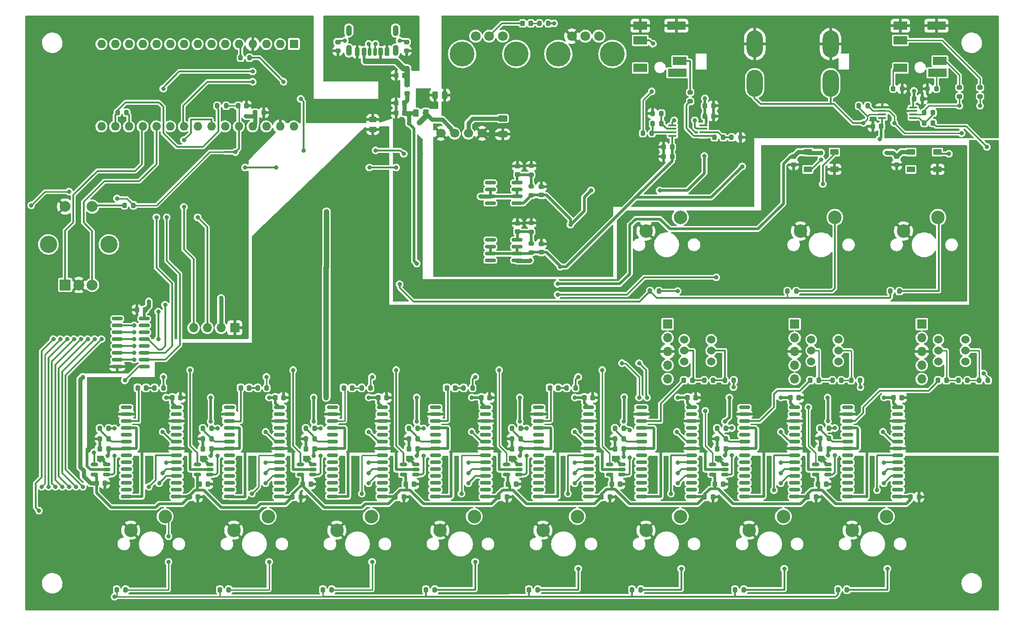
<source format=gtl>
G04 #@! TF.GenerationSoftware,KiCad,Pcbnew,(6.0.1)*
G04 #@! TF.CreationDate,2023-03-29T13:18:54+07:00*
G04 #@! TF.ProjectId,ISD1700 sampler_main board,49534431-3730-4302-9073-616d706c6572,rev?*
G04 #@! TF.SameCoordinates,Original*
G04 #@! TF.FileFunction,Copper,L1,Top*
G04 #@! TF.FilePolarity,Positive*
%FSLAX46Y46*%
G04 Gerber Fmt 4.6, Leading zero omitted, Abs format (unit mm)*
G04 Created by KiCad (PCBNEW (6.0.1)) date 2023-03-29 13:18:54*
%MOMM*%
%LPD*%
G01*
G04 APERTURE LIST*
G04 Aperture macros list*
%AMRoundRect*
0 Rectangle with rounded corners*
0 $1 Rounding radius*
0 $2 $3 $4 $5 $6 $7 $8 $9 X,Y pos of 4 corners*
0 Add a 4 corners polygon primitive as box body*
4,1,4,$2,$3,$4,$5,$6,$7,$8,$9,$2,$3,0*
0 Add four circle primitives for the rounded corners*
1,1,$1+$1,$2,$3*
1,1,$1+$1,$4,$5*
1,1,$1+$1,$6,$7*
1,1,$1+$1,$8,$9*
0 Add four rect primitives between the rounded corners*
20,1,$1+$1,$2,$3,$4,$5,0*
20,1,$1+$1,$4,$5,$6,$7,0*
20,1,$1+$1,$6,$7,$8,$9,0*
20,1,$1+$1,$8,$9,$2,$3,0*%
G04 Aperture macros list end*
G04 #@! TA.AperFunction,SMDPad,CuDef*
%ADD10RoundRect,0.225000X-0.225000X-0.250000X0.225000X-0.250000X0.225000X0.250000X-0.225000X0.250000X0*%
G04 #@! TD*
G04 #@! TA.AperFunction,SMDPad,CuDef*
%ADD11RoundRect,0.200000X0.275000X-0.200000X0.275000X0.200000X-0.275000X0.200000X-0.275000X-0.200000X0*%
G04 #@! TD*
G04 #@! TA.AperFunction,SMDPad,CuDef*
%ADD12RoundRect,0.250000X0.450000X-0.262500X0.450000X0.262500X-0.450000X0.262500X-0.450000X-0.262500X0*%
G04 #@! TD*
G04 #@! TA.AperFunction,SMDPad,CuDef*
%ADD13RoundRect,0.200000X-0.275000X0.200000X-0.275000X-0.200000X0.275000X-0.200000X0.275000X0.200000X0*%
G04 #@! TD*
G04 #@! TA.AperFunction,SMDPad,CuDef*
%ADD14RoundRect,0.225000X0.225000X0.250000X-0.225000X0.250000X-0.225000X-0.250000X0.225000X-0.250000X0*%
G04 #@! TD*
G04 #@! TA.AperFunction,SMDPad,CuDef*
%ADD15RoundRect,0.200000X0.200000X0.275000X-0.200000X0.275000X-0.200000X-0.275000X0.200000X-0.275000X0*%
G04 #@! TD*
G04 #@! TA.AperFunction,SMDPad,CuDef*
%ADD16RoundRect,0.225000X-0.250000X0.225000X-0.250000X-0.225000X0.250000X-0.225000X0.250000X0.225000X0*%
G04 #@! TD*
G04 #@! TA.AperFunction,SMDPad,CuDef*
%ADD17RoundRect,0.200000X-0.200000X-0.275000X0.200000X-0.275000X0.200000X0.275000X-0.200000X0.275000X0*%
G04 #@! TD*
G04 #@! TA.AperFunction,SMDPad,CuDef*
%ADD18RoundRect,0.100000X0.637500X0.100000X-0.637500X0.100000X-0.637500X-0.100000X0.637500X-0.100000X0*%
G04 #@! TD*
G04 #@! TA.AperFunction,SMDPad,CuDef*
%ADD19RoundRect,0.150000X0.875000X0.150000X-0.875000X0.150000X-0.875000X-0.150000X0.875000X-0.150000X0*%
G04 #@! TD*
G04 #@! TA.AperFunction,SMDPad,CuDef*
%ADD20RoundRect,0.150000X0.512500X0.150000X-0.512500X0.150000X-0.512500X-0.150000X0.512500X-0.150000X0*%
G04 #@! TD*
G04 #@! TA.AperFunction,ComponentPad*
%ADD21C,2.500000*%
G04 #@! TD*
G04 #@! TA.AperFunction,SMDPad,CuDef*
%ADD22R,2.500000X1.500000*%
G04 #@! TD*
G04 #@! TA.AperFunction,SMDPad,CuDef*
%ADD23R,3.400000X1.500000*%
G04 #@! TD*
G04 #@! TA.AperFunction,ComponentPad*
%ADD24C,1.700000*%
G04 #@! TD*
G04 #@! TA.AperFunction,ComponentPad*
%ADD25C,1.524000*%
G04 #@! TD*
G04 #@! TA.AperFunction,SMDPad,CuDef*
%ADD26RoundRect,0.250000X0.625000X-0.312500X0.625000X0.312500X-0.625000X0.312500X-0.625000X-0.312500X0*%
G04 #@! TD*
G04 #@! TA.AperFunction,SMDPad,CuDef*
%ADD27RoundRect,0.250000X-0.262500X-0.450000X0.262500X-0.450000X0.262500X0.450000X-0.262500X0.450000X0*%
G04 #@! TD*
G04 #@! TA.AperFunction,SMDPad,CuDef*
%ADD28RoundRect,0.150000X0.825000X0.150000X-0.825000X0.150000X-0.825000X-0.150000X0.825000X-0.150000X0*%
G04 #@! TD*
G04 #@! TA.AperFunction,SMDPad,CuDef*
%ADD29RoundRect,0.225000X0.250000X-0.225000X0.250000X0.225000X-0.250000X0.225000X-0.250000X-0.225000X0*%
G04 #@! TD*
G04 #@! TA.AperFunction,ComponentPad*
%ADD30R,1.600000X1.600000*%
G04 #@! TD*
G04 #@! TA.AperFunction,ComponentPad*
%ADD31O,1.600000X1.600000*%
G04 #@! TD*
G04 #@! TA.AperFunction,ComponentPad*
%ADD32R,1.700000X1.700000*%
G04 #@! TD*
G04 #@! TA.AperFunction,ComponentPad*
%ADD33O,1.700000X1.700000*%
G04 #@! TD*
G04 #@! TA.AperFunction,ComponentPad*
%ADD34C,4.600000*%
G04 #@! TD*
G04 #@! TA.AperFunction,ComponentPad*
%ADD35C,1.800000*%
G04 #@! TD*
G04 #@! TA.AperFunction,ComponentPad*
%ADD36R,2.000000X2.000000*%
G04 #@! TD*
G04 #@! TA.AperFunction,ComponentPad*
%ADD37C,2.000000*%
G04 #@! TD*
G04 #@! TA.AperFunction,ComponentPad*
%ADD38C,3.200000*%
G04 #@! TD*
G04 #@! TA.AperFunction,SMDPad,CuDef*
%ADD39R,1.500000X1.000000*%
G04 #@! TD*
G04 #@! TA.AperFunction,SMDPad,CuDef*
%ADD40RoundRect,0.150000X-0.825000X-0.150000X0.825000X-0.150000X0.825000X0.150000X-0.825000X0.150000X0*%
G04 #@! TD*
G04 #@! TA.AperFunction,ComponentPad*
%ADD41O,3.000000X5.000000*%
G04 #@! TD*
G04 #@! TA.AperFunction,SMDPad,CuDef*
%ADD42RoundRect,0.250000X0.262500X0.450000X-0.262500X0.450000X-0.262500X-0.450000X0.262500X-0.450000X0*%
G04 #@! TD*
G04 #@! TA.AperFunction,ComponentPad*
%ADD43O,1.100000X2.000000*%
G04 #@! TD*
G04 #@! TA.AperFunction,SMDPad,CuDef*
%ADD44RoundRect,0.225000X0.225000X0.525000X-0.225000X0.525000X-0.225000X-0.525000X0.225000X-0.525000X0*%
G04 #@! TD*
G04 #@! TA.AperFunction,SMDPad,CuDef*
%ADD45RoundRect,0.200000X0.200000X0.550000X-0.200000X0.550000X-0.200000X-0.550000X0.200000X-0.550000X0*%
G04 #@! TD*
G04 #@! TA.AperFunction,SMDPad,CuDef*
%ADD46RoundRect,0.175000X0.175000X0.575000X-0.175000X0.575000X-0.175000X-0.575000X0.175000X-0.575000X0*%
G04 #@! TD*
G04 #@! TA.AperFunction,ViaPad*
%ADD47C,0.800000*%
G04 #@! TD*
G04 #@! TA.AperFunction,Conductor*
%ADD48C,0.300000*%
G04 #@! TD*
G04 #@! TA.AperFunction,Conductor*
%ADD49C,0.500000*%
G04 #@! TD*
G04 #@! TA.AperFunction,Conductor*
%ADD50C,0.250000*%
G04 #@! TD*
G04 #@! TA.AperFunction,Conductor*
%ADD51C,1.000000*%
G04 #@! TD*
G04 #@! TA.AperFunction,Conductor*
%ADD52C,0.800000*%
G04 #@! TD*
G04 APERTURE END LIST*
D10*
G04 #@! TO.P,C27,1*
G04 #@! TO.N,+5VD*
X186423000Y-123175000D03*
G04 #@! TO.P,C27,2*
G04 #@! TO.N,GNDD*
X187973000Y-123175000D03*
G04 #@! TD*
D11*
G04 #@! TO.P,R10,1*
G04 #@! TO.N,GNDD*
X80518000Y-40625000D03*
G04 #@! TO.P,R10,2*
G04 #@! TO.N,Net-(J3-Pad3)*
X80518000Y-38975000D03*
G04 #@! TD*
D12*
G04 #@! TO.P,R48,1*
G04 #@! TO.N,GNDA*
X86995000Y-55160000D03*
G04 #@! TO.P,R48,2*
G04 #@! TO.N,GNDD*
X86995000Y-53335000D03*
G04 #@! TD*
D13*
G04 #@! TO.P,R8,1*
G04 #@! TO.N,Net-(C13-Pad1)*
X116268000Y-76275000D03*
G04 #@! TO.P,R8,2*
G04 #@! TO.N,+3V0*
X116268000Y-77925000D03*
G04 #@! TD*
D10*
G04 #@! TO.P,C40,1*
G04 #@! TO.N,+5VA*
X145148000Y-104760000D03*
G04 #@! TO.P,C40,2*
G04 #@! TO.N,GNDA*
X146698000Y-104760000D03*
G04 #@! TD*
D14*
G04 #@! TO.P,C36,1*
G04 #@! TO.N,+5VA*
X133363000Y-114285000D03*
G04 #@! TO.P,C36,2*
G04 #@! TO.N,GNDA*
X131813000Y-114285000D03*
G04 #@! TD*
D15*
G04 #@! TO.P,R29,1*
G04 #@! TO.N,Net-(R29-Pad1)*
X98459000Y-140320000D03*
G04 #@! TO.P,R29,2*
G04 #@! TO.N,Net-(C30-Pad1)*
X96809000Y-140320000D03*
G04 #@! TD*
D16*
G04 #@! TO.P,FB1,1*
G04 #@! TO.N,Net-(C3-Pad1)*
X93345000Y-46915000D03*
G04 #@! TO.P,FB1,2*
G04 #@! TO.N,+5VD*
X93345000Y-48465000D03*
G04 #@! TD*
D10*
G04 #@! TO.P,C59,1*
G04 #@! TO.N,+5VD*
X111959000Y-120762000D03*
G04 #@! TO.P,C59,2*
G04 #@! TO.N,GNDD*
X113509000Y-120762000D03*
G04 #@! TD*
G04 #@! TO.P,C31,1*
G04 #@! TO.N,+5VD*
X148323000Y-123175000D03*
G04 #@! TO.P,C31,2*
G04 #@! TO.N,GNDD*
X149873000Y-123175000D03*
G04 #@! TD*
G04 #@! TO.P,C60,1*
G04 #@! TO.N,+5VD*
X93078000Y-120762000D03*
G04 #@! TO.P,C60,2*
G04 #@! TO.N,GNDD*
X94628000Y-120762000D03*
G04 #@! TD*
D17*
G04 #@! TO.P,R70,1*
G04 #@! TO.N,Net-(R69-Pad1)*
X74613000Y-110475000D03*
G04 #@! TO.P,R70,2*
G04 #@! TO.N,Net-(R70-Pad2)*
X76263000Y-110475000D03*
G04 #@! TD*
G04 #@! TO.P,R21,1*
G04 #@! TO.N,Net-(R16-Pad1)*
X150151000Y-56641000D03*
G04 #@! TO.P,R21,2*
G04 #@! TO.N,Net-(R20-Pad1)*
X151801000Y-56641000D03*
G04 #@! TD*
D14*
G04 #@! TO.P,C3,1*
G04 #@! TO.N,Net-(C3-Pad1)*
X92850000Y-45150000D03*
G04 #@! TO.P,C3,2*
G04 #@! TO.N,GNDD*
X91300000Y-45150000D03*
G04 #@! TD*
D18*
G04 #@! TO.P,U1,1*
G04 #@! TO.N,Net-(C7-Pad2)*
X186885500Y-53030000D03*
G04 #@! TO.P,U1,2,-*
G04 #@! TO.N,Net-(R1-Pad1)*
X186885500Y-52380000D03*
G04 #@! TO.P,U1,3,+*
G04 #@! TO.N,GNDA*
X186885500Y-51730000D03*
G04 #@! TO.P,U1,4,V-*
G04 #@! TO.N,-3V3*
X186885500Y-51080000D03*
G04 #@! TO.P,U1,5,+*
G04 #@! TO.N,GNDA*
X181160500Y-51080000D03*
G04 #@! TO.P,U1,6,-*
G04 #@! TO.N,Net-(R12-Pad1)*
X181160500Y-51730000D03*
G04 #@! TO.P,U1,7*
G04 #@! TO.N,/mix_out*
X181160500Y-52380000D03*
G04 #@! TO.P,U1,8,V+*
G04 #@! TO.N,+3V0*
X181160500Y-53030000D03*
G04 #@! TD*
D10*
G04 #@! TO.P,C58,1*
G04 #@! TO.N,+5VD*
X131178000Y-120762000D03*
G04 #@! TO.P,C58,2*
G04 #@! TO.N,GNDD*
X132728000Y-120762000D03*
G04 #@! TD*
G04 #@! TO.P,C41,1*
G04 #@! TO.N,+5VA*
X126098000Y-104760000D03*
G04 #@! TO.P,C41,2*
G04 #@! TO.N,GNDA*
X127648000Y-104760000D03*
G04 #@! TD*
D19*
G04 #@! TO.P,U8,1,VCCD*
G04 #@! TO.N,+5VD*
X107858000Y-123105000D03*
G04 #@! TO.P,U8,2,LED#*
G04 #@! TO.N,unconnected-(U8-Pad2)*
X107858000Y-121835000D03*
G04 #@! TO.P,U8,3,RESET#*
G04 #@! TO.N,unconnected-(U8-Pad3)*
X107858000Y-120565000D03*
G04 #@! TO.P,U8,4,MISO*
G04 #@! TO.N,/SPI_MISO*
X107858000Y-119295000D03*
G04 #@! TO.P,U8,5,MOSI*
G04 #@! TO.N,/SPI_MOSI*
X107858000Y-118025000D03*
G04 #@! TO.P,U8,6,SCLK*
G04 #@! TO.N,/SPI_SCLK*
X107858000Y-116755000D03*
G04 #@! TO.P,U8,7,SS#*
G04 #@! TO.N,/SPI_SS_4*
X107858000Y-115485000D03*
G04 #@! TO.P,U8,8,VSSA*
G04 #@! TO.N,GNDA*
X107858000Y-114215000D03*
G04 #@! TO.P,U8,9,AnaIn*
G04 #@! TO.N,/Analog_In*
X107858000Y-112945000D03*
G04 #@! TO.P,U8,10,MIC+*
G04 #@! TO.N,unconnected-(U8-Pad10)*
X107858000Y-111675000D03*
G04 #@! TO.P,U8,11,MIC-*
G04 #@! TO.N,unconnected-(U8-Pad11)*
X107858000Y-110405000D03*
G04 #@! TO.P,U8,12,VSSP2*
G04 #@! TO.N,GNDA*
X107858000Y-109135000D03*
G04 #@! TO.P,U8,13,SP-*
G04 #@! TO.N,unconnected-(U8-Pad13)*
X107858000Y-107865000D03*
G04 #@! TO.P,U8,14,VCCP*
G04 #@! TO.N,+5VA*
X107858000Y-106595000D03*
G04 #@! TO.P,U8,15,SP+*
G04 #@! TO.N,unconnected-(U8-Pad15)*
X98558000Y-106595000D03*
G04 #@! TO.P,U8,16,VSSP1*
G04 #@! TO.N,GNDA*
X98558000Y-107865000D03*
G04 #@! TO.P,U8,17,AUD/AUX*
G04 #@! TO.N,/AnaOut_4*
X98558000Y-109135000D03*
G04 #@! TO.P,U8,18,AGC*
G04 #@! TO.N,+5VA*
X98558000Y-110405000D03*
G04 #@! TO.P,U8,19,VOL#*
G04 #@! TO.N,unconnected-(U8-Pad19)*
X98558000Y-111675000D03*
G04 #@! TO.P,U8,20,Rosc*
G04 #@! TO.N,Net-(R67-Pad1)*
X98558000Y-112945000D03*
G04 #@! TO.P,U8,21,VCCA*
G04 #@! TO.N,+5VA*
X98558000Y-114215000D03*
G04 #@! TO.P,U8,22,FT#*
G04 #@! TO.N,unconnected-(U8-Pad22)*
X98558000Y-115485000D03*
G04 #@! TO.P,U8,23,PLAY#*
G04 #@! TO.N,unconnected-(U8-Pad23)*
X98558000Y-116755000D03*
G04 #@! TO.P,U8,24,REC#*
G04 #@! TO.N,unconnected-(U8-Pad24)*
X98558000Y-118025000D03*
G04 #@! TO.P,U8,25,ERASE*
G04 #@! TO.N,unconnected-(U8-Pad25)*
X98558000Y-119295000D03*
G04 #@! TO.P,U8,26,FWD#*
G04 #@! TO.N,unconnected-(U8-Pad26)*
X98558000Y-120565000D03*
G04 #@! TO.P,U8,27,RDY/INT#*
G04 #@! TO.N,unconnected-(U8-Pad27)*
X98558000Y-121835000D03*
G04 #@! TO.P,U8,28,VSSD*
G04 #@! TO.N,GNDA*
X98558000Y-123105000D03*
G04 #@! TD*
D17*
G04 #@! TO.P,R64,1*
G04 #@! TO.N,Net-(R63-Pad1)*
X131763000Y-110475000D03*
G04 #@! TO.P,R64,2*
G04 #@! TO.N,Net-(R64-Pad2)*
X133413000Y-110475000D03*
G04 #@! TD*
D10*
G04 #@! TO.P,C45,1*
G04 #@! TO.N,+5VD*
X91173000Y-123175000D03*
G04 #@! TO.P,C45,2*
G04 #@! TO.N,GNDD*
X92723000Y-123175000D03*
G04 #@! TD*
G04 #@! TO.P,C28,1*
G04 #@! TO.N,+5VD*
X65265000Y-52055000D03*
G04 #@! TO.P,C28,2*
G04 #@! TO.N,GNDD*
X66815000Y-52055000D03*
G04 #@! TD*
G04 #@! TO.P,C24,1*
G04 #@! TO.N,-3V3*
X148403000Y-50785000D03*
G04 #@! TO.P,C24,2*
G04 #@! TO.N,GNDA*
X149953000Y-50785000D03*
G04 #@! TD*
G04 #@! TO.P,C57,1*
G04 #@! TO.N,+5VA*
X49898000Y-104760000D03*
G04 #@! TO.P,C57,2*
G04 #@! TO.N,GNDA*
X51448000Y-104760000D03*
G04 #@! TD*
G04 #@! TO.P,C38,1*
G04 #@! TO.N,+5VA*
X183248000Y-104760000D03*
G04 #@! TO.P,C38,2*
G04 #@! TO.N,GNDA*
X184798000Y-104760000D03*
G04 #@! TD*
G04 #@! TO.P,C56,1*
G04 #@! TO.N,+5VA*
X68948000Y-104760000D03*
G04 #@! TO.P,C56,2*
G04 #@! TO.N,GNDA*
X70498000Y-104760000D03*
G04 #@! TD*
D15*
G04 #@! TO.P,R22,1*
G04 #@! TO.N,Net-(R22-Pad1)*
X174659000Y-140320000D03*
G04 #@! TO.P,R22,2*
G04 #@! TO.N,Net-(C30-Pad1)*
X173009000Y-140320000D03*
G04 #@! TD*
G04 #@! TO.P,R30,1*
G04 #@! TO.N,Net-(R13-Pad2)*
X149923000Y-101585000D03*
G04 #@! TO.P,R30,2*
G04 #@! TO.N,Net-(C14-Pad1)*
X148273000Y-101585000D03*
G04 #@! TD*
G04 #@! TO.P,R37,1*
G04 #@! TO.N,Net-(R12-Pad1)*
X67373000Y-102982000D03*
G04 #@! TO.P,R37,2*
G04 #@! TO.N,Net-(C23-Pad1)*
X65723000Y-102982000D03*
G04 #@! TD*
D14*
G04 #@! TO.P,C42,1*
G04 #@! TO.N,Net-(C42-Pad1)*
X116218000Y-35545000D03*
G04 #@! TO.P,C42,2*
G04 #@! TO.N,/Beep*
X114668000Y-35545000D03*
G04 #@! TD*
D20*
G04 #@! TO.P,U17,1*
G04 #@! TO.N,Net-(R72-Pad2)*
X56861500Y-119045000D03*
G04 #@! TO.P,U17,2*
G04 #@! TO.N,GNDA*
X56861500Y-118095000D03*
G04 #@! TO.P,U17,3,GND*
G04 #@! TO.N,GNDD*
X56861500Y-117145000D03*
G04 #@! TO.P,U17,4*
G04 #@! TO.N,/AnalogSW_2*
X54586500Y-117145000D03*
G04 #@! TO.P,U17,5,V+*
G04 #@! TO.N,+5VD*
X54586500Y-119045000D03*
G04 #@! TD*
D21*
G04 #@! TO.P,SW5,1,1*
G04 #@! TO.N,GNDD*
X118448000Y-129310000D03*
G04 #@! TO.P,SW5,2,2*
G04 #@! TO.N,Net-(R55-Pad1)*
X124798000Y-126770000D03*
G04 #@! TD*
D22*
G04 #@! TO.P,J9,R1*
G04 #@! TO.N,Net-(J9-PadR1)*
X136446000Y-38680000D03*
G04 #@! TO.P,J9,R1N*
G04 #@! TO.N,unconnected-(J9-PadR1N)*
X136446000Y-43780000D03*
D23*
G04 #@! TO.P,J9,R2*
G04 #@! TO.N,GNDA*
X143096000Y-35980000D03*
D22*
G04 #@! TO.P,J9,S*
X136446000Y-35980000D03*
G04 #@! TO.P,J9,T*
G04 #@! TO.N,Net-(J9-PadT)*
X143746000Y-42480000D03*
D23*
G04 #@! TO.P,J9,TN*
G04 #@! TO.N,unconnected-(J9-PadTN)*
X143296000Y-44680000D03*
G04 #@! TD*
D18*
G04 #@! TO.P,U2,1*
G04 #@! TO.N,Net-(R16-Pad1)*
X148123500Y-56346000D03*
G04 #@! TO.P,U2,2,-*
G04 #@! TO.N,Net-(R20-Pad1)*
X148123500Y-55696000D03*
G04 #@! TO.P,U2,3,+*
G04 #@! TO.N,Net-(RV1-Pad2)*
X148123500Y-55046000D03*
G04 #@! TO.P,U2,4,V-*
G04 #@! TO.N,-3V3*
X148123500Y-54396000D03*
G04 #@! TO.P,U2,5,+*
G04 #@! TO.N,Net-(RV1-Pad2)*
X142398500Y-54396000D03*
G04 #@! TO.P,U2,6,-*
G04 #@! TO.N,Net-(R35-Pad1)*
X142398500Y-55046000D03*
G04 #@! TO.P,U2,7*
G04 #@! TO.N,Net-(R33-Pad1)*
X142398500Y-55696000D03*
G04 #@! TO.P,U2,8,V+*
G04 #@! TO.N,+3V0*
X142398500Y-56346000D03*
G04 #@! TD*
D17*
G04 #@! TO.P,R62,1*
G04 #@! TO.N,Net-(R61-Pad1)*
X150643000Y-110475000D03*
G04 #@! TO.P,R62,2*
G04 #@! TO.N,Net-(R62-Pad2)*
X152293000Y-110475000D03*
G04 #@! TD*
D20*
G04 #@! TO.P,U21,1*
G04 #@! TO.N,Net-(R64-Pad2)*
X133061500Y-119045000D03*
G04 #@! TO.P,U21,2*
G04 #@! TO.N,GNDA*
X133061500Y-118095000D03*
G04 #@! TO.P,U21,3,GND*
G04 #@! TO.N,GNDD*
X133061500Y-117145000D03*
G04 #@! TO.P,U21,4*
G04 #@! TO.N,/AnalogSW_6*
X130786500Y-117145000D03*
G04 #@! TO.P,U21,5,V+*
G04 #@! TO.N,+5VD*
X130786500Y-119045000D03*
G04 #@! TD*
D24*
G04 #@! TO.P,U3,1,GND*
G04 #@! TO.N,GNDA*
X99568000Y-55890000D03*
G04 #@! TO.P,U3,2,Vin*
G04 #@! TO.N,+5VA*
X102108000Y-55890000D03*
G04 #@! TO.P,U3,3,0V*
G04 #@! TO.N,-5VA*
X104648000Y-55890000D03*
G04 #@! TO.P,U3,4,+Vout*
G04 #@! TO.N,GNDA*
X107188000Y-55890000D03*
G04 #@! TD*
D15*
G04 #@! TO.P,R38,1*
G04 #@! TO.N,Net-(R12-Pad1)*
X48294000Y-102982000D03*
G04 #@! TO.P,R38,2*
G04 #@! TO.N,Net-(C25-Pad1)*
X46644000Y-102982000D03*
G04 #@! TD*
D21*
G04 #@! TO.P,SW3,1,1*
G04 #@! TO.N,GNDD*
X80348000Y-129310000D03*
G04 #@! TO.P,SW3,2,2*
G04 #@! TO.N,Net-(R28-Pad1)*
X86698000Y-126770000D03*
G04 #@! TD*
D25*
G04 #@! TO.P,SW14,1,A*
G04 #@! TO.N,Net-(SW14-Pad1)*
X144567000Y-94070000D03*
G04 #@! TO.P,SW14,2,B*
G04 #@! TO.N,Net-(C14-Pad1)*
X144567000Y-96070000D03*
G04 #@! TO.P,SW14,3,C*
G04 #@! TO.N,Net-(J2-Pad4)*
X144567000Y-98070000D03*
G04 #@! TO.P,SW14,4,A*
G04 #@! TO.N,Net-(SW14-Pad1)*
X149567000Y-94070000D03*
G04 #@! TO.P,SW14,5,B*
G04 #@! TO.N,Net-(R13-Pad2)*
X149567000Y-96070000D03*
G04 #@! TO.P,SW14,6,C*
G04 #@! TO.N,Net-(J2-Pad5)*
X149567000Y-98070000D03*
G04 #@! TD*
D15*
G04 #@! TO.P,R6,1*
G04 #@! TO.N,GNDA*
X184848000Y-47610000D03*
G04 #@! TO.P,R6,2*
G04 #@! TO.N,Net-(J4-PadR1N)*
X183198000Y-47610000D03*
G04 #@! TD*
D21*
G04 #@! TO.P,SW8,1,1*
G04 #@! TO.N,GNDD*
X175598000Y-129310000D03*
G04 #@! TO.P,SW8,2,2*
G04 #@! TO.N,Net-(R22-Pad1)*
X181948000Y-126770000D03*
G04 #@! TD*
D15*
G04 #@! TO.P,R33,1*
G04 #@! TO.N,Net-(R33-Pad1)*
X138573000Y-55865000D03*
G04 #@! TO.P,R33,2*
G04 #@! TO.N,Net-(J9-PadR1)*
X136923000Y-55865000D03*
G04 #@! TD*
D26*
G04 #@! TO.P,R14,1*
G04 #@! TO.N,GNDA*
X110998000Y-56057500D03*
G04 #@! TO.P,R14,2*
G04 #@! TO.N,-5VA*
X110998000Y-53132500D03*
G04 #@! TD*
D19*
G04 #@! TO.P,U10,1,VCCD*
G04 #@! TO.N,+5VD*
X145958000Y-123105000D03*
G04 #@! TO.P,U10,2,LED#*
G04 #@! TO.N,unconnected-(U10-Pad2)*
X145958000Y-121835000D03*
G04 #@! TO.P,U10,3,RESET#*
G04 #@! TO.N,unconnected-(U10-Pad3)*
X145958000Y-120565000D03*
G04 #@! TO.P,U10,4,MISO*
G04 #@! TO.N,/SPI_MISO*
X145958000Y-119295000D03*
G04 #@! TO.P,U10,5,MOSI*
G04 #@! TO.N,/SPI_MOSI*
X145958000Y-118025000D03*
G04 #@! TO.P,U10,6,SCLK*
G04 #@! TO.N,/SPI_SCLK*
X145958000Y-116755000D03*
G04 #@! TO.P,U10,7,SS#*
G04 #@! TO.N,/SPI_SS_6*
X145958000Y-115485000D03*
G04 #@! TO.P,U10,8,VSSA*
G04 #@! TO.N,GNDA*
X145958000Y-114215000D03*
G04 #@! TO.P,U10,9,AnaIn*
G04 #@! TO.N,/Analog_In*
X145958000Y-112945000D03*
G04 #@! TO.P,U10,10,MIC+*
G04 #@! TO.N,unconnected-(U10-Pad10)*
X145958000Y-111675000D03*
G04 #@! TO.P,U10,11,MIC-*
G04 #@! TO.N,unconnected-(U10-Pad11)*
X145958000Y-110405000D03*
G04 #@! TO.P,U10,12,VSSP2*
G04 #@! TO.N,GNDA*
X145958000Y-109135000D03*
G04 #@! TO.P,U10,13,SP-*
G04 #@! TO.N,unconnected-(U10-Pad13)*
X145958000Y-107865000D03*
G04 #@! TO.P,U10,14,VCCP*
G04 #@! TO.N,+5VA*
X145958000Y-106595000D03*
G04 #@! TO.P,U10,15,SP+*
G04 #@! TO.N,unconnected-(U10-Pad15)*
X136658000Y-106595000D03*
G04 #@! TO.P,U10,16,VSSP1*
G04 #@! TO.N,GNDA*
X136658000Y-107865000D03*
G04 #@! TO.P,U10,17,AUD/AUX*
G04 #@! TO.N,/AnaOut_6*
X136658000Y-109135000D03*
G04 #@! TO.P,U10,18,AGC*
G04 #@! TO.N,+5VA*
X136658000Y-110405000D03*
G04 #@! TO.P,U10,19,VOL#*
G04 #@! TO.N,unconnected-(U10-Pad19)*
X136658000Y-111675000D03*
G04 #@! TO.P,U10,20,Rosc*
G04 #@! TO.N,Net-(R63-Pad1)*
X136658000Y-112945000D03*
G04 #@! TO.P,U10,21,VCCA*
G04 #@! TO.N,+5VA*
X136658000Y-114215000D03*
G04 #@! TO.P,U10,22,FT#*
G04 #@! TO.N,unconnected-(U10-Pad22)*
X136658000Y-115485000D03*
G04 #@! TO.P,U10,23,PLAY#*
G04 #@! TO.N,unconnected-(U10-Pad23)*
X136658000Y-116755000D03*
G04 #@! TO.P,U10,24,REC#*
G04 #@! TO.N,unconnected-(U10-Pad24)*
X136658000Y-118025000D03*
G04 #@! TO.P,U10,25,ERASE*
G04 #@! TO.N,unconnected-(U10-Pad25)*
X136658000Y-119295000D03*
G04 #@! TO.P,U10,26,FWD#*
G04 #@! TO.N,unconnected-(U10-Pad26)*
X136658000Y-120565000D03*
G04 #@! TO.P,U10,27,RDY/INT#*
G04 #@! TO.N,unconnected-(U10-Pad27)*
X136658000Y-121835000D03*
G04 #@! TO.P,U10,28,VSSD*
G04 #@! TO.N,GNDA*
X136658000Y-123105000D03*
G04 #@! TD*
D10*
G04 #@! TO.P,C46,1*
G04 #@! TO.N,+5VD*
X169278000Y-120762000D03*
G04 #@! TO.P,C46,2*
G04 #@! TO.N,GNDD*
X170828000Y-120762000D03*
G04 #@! TD*
D21*
G04 #@! TO.P,SW1,1,1*
G04 #@! TO.N,GNDD*
X42248000Y-129310000D03*
G04 #@! TO.P,SW1,2,2*
G04 #@! TO.N,Net-(R26-Pad1)*
X48598000Y-126770000D03*
G04 #@! TD*
D10*
G04 #@! TO.P,C61,1*
G04 #@! TO.N,+5VD*
X73999000Y-120762000D03*
G04 #@! TO.P,C61,2*
G04 #@! TO.N,GNDD*
X75549000Y-120762000D03*
G04 #@! TD*
D15*
G04 #@! TO.P,R71,1*
G04 #@! TO.N,Net-(R71-Pad1)*
X57213000Y-112380000D03*
G04 #@! TO.P,R71,2*
G04 #@! TO.N,GNDA*
X55563000Y-112380000D03*
G04 #@! TD*
D17*
G04 #@! TO.P,R3,1*
G04 #@! TO.N,/mix_out*
X176848000Y-50785000D03*
G04 #@! TO.P,R3,2*
G04 #@! TO.N,Net-(R12-Pad1)*
X178498000Y-50785000D03*
G04 #@! TD*
D21*
G04 #@! TO.P,SW4,1,1*
G04 #@! TO.N,GNDD*
X99398000Y-129310000D03*
G04 #@! TO.P,SW4,2,2*
G04 #@! TO.N,Net-(R29-Pad1)*
X105748000Y-126770000D03*
G04 #@! TD*
D17*
G04 #@! TO.P,R72,1*
G04 #@! TO.N,Net-(R71-Pad1)*
X55563000Y-110475000D03*
G04 #@! TO.P,R72,2*
G04 #@! TO.N,Net-(R72-Pad2)*
X57213000Y-110475000D03*
G04 #@! TD*
D27*
G04 #@! TO.P,R47,1*
G04 #@! TO.N,+5VD*
X94972500Y-52135000D03*
G04 #@! TO.P,R47,2*
G04 #@! TO.N,+5VA*
X96797500Y-52135000D03*
G04 #@! TD*
D25*
G04 #@! TO.P,SW13,1,A*
G04 #@! TO.N,Net-(SW13-Pad1)*
X168062000Y-94070000D03*
G04 #@! TO.P,SW13,2,B*
G04 #@! TO.N,Net-(C9-Pad1)*
X168062000Y-96070000D03*
G04 #@! TO.P,SW13,3,C*
G04 #@! TO.N,Net-(J6-Pad4)*
X168062000Y-98070000D03*
G04 #@! TO.P,SW13,4,A*
G04 #@! TO.N,Net-(SW13-Pad1)*
X173062000Y-94070000D03*
G04 #@! TO.P,SW13,5,B*
G04 #@! TO.N,Net-(R12-Pad2)*
X173062000Y-96070000D03*
G04 #@! TO.P,SW13,6,C*
G04 #@! TO.N,Net-(J6-Pad5)*
X173062000Y-98070000D03*
G04 #@! TD*
D15*
G04 #@! TO.P,R67,1*
G04 #@! TO.N,Net-(R67-Pad1)*
X95313000Y-112380000D03*
G04 #@! TO.P,R67,2*
G04 #@! TO.N,GNDA*
X93663000Y-112380000D03*
G04 #@! TD*
D17*
G04 #@! TO.P,R58,1*
G04 #@! TO.N,Net-(R58-Pad1)*
X41085000Y-69200000D03*
G04 #@! TO.P,R58,2*
G04 #@! TO.N,Net-(C30-Pad1)*
X42735000Y-69200000D03*
G04 #@! TD*
D15*
G04 #@! TO.P,R24,1*
G04 #@! TO.N,Net-(R24-Pad1)*
X139890000Y-85075000D03*
G04 #@! TO.P,R24,2*
G04 #@! TO.N,Net-(C30-Pad1)*
X138240000Y-85075000D03*
G04 #@! TD*
D13*
G04 #@! TO.P,R49,1*
G04 #@! TO.N,GNDA*
X116268000Y-72465000D03*
G04 #@! TO.P,R49,2*
G04 #@! TO.N,Net-(C13-Pad1)*
X116268000Y-74115000D03*
G04 #@! TD*
D28*
G04 #@! TO.P,U14,1,VO*
G04 #@! TO.N,-3V3*
X113683000Y-68839500D03*
G04 #@! TO.P,U14,2,VI*
G04 #@! TO.N,-5VA*
X113683000Y-67569500D03*
G04 #@! TO.P,U14,3,VI*
X113683000Y-66299500D03*
G04 #@! TO.P,U14,4,ADJ*
G04 #@! TO.N,Net-(C19-Pad1)*
X113683000Y-65029500D03*
G04 #@! TO.P,U14,5,NC*
G04 #@! TO.N,unconnected-(U14-Pad5)*
X108733000Y-65029500D03*
G04 #@! TO.P,U14,6,VI*
G04 #@! TO.N,-5VA*
X108733000Y-66299500D03*
G04 #@! TO.P,U14,7,VI*
X108733000Y-67569500D03*
G04 #@! TO.P,U14,8,NC*
G04 #@! TO.N,unconnected-(U14-Pad8)*
X108733000Y-68839500D03*
G04 #@! TD*
D29*
G04 #@! TO.P,C19,1*
G04 #@! TO.N,Net-(C19-Pad1)*
X113748000Y-63504500D03*
G04 #@! TO.P,C19,2*
G04 #@! TO.N,GNDA*
X113748000Y-61954500D03*
G04 #@! TD*
D20*
G04 #@! TO.P,U18,1*
G04 #@! TO.N,Net-(R70-Pad2)*
X75911500Y-119045000D03*
G04 #@! TO.P,U18,2*
G04 #@! TO.N,GNDA*
X75911500Y-118095000D03*
G04 #@! TO.P,U18,3,GND*
G04 #@! TO.N,GNDD*
X75911500Y-117145000D03*
G04 #@! TO.P,U18,4*
G04 #@! TO.N,/AnalogSW_3*
X73636500Y-117145000D03*
G04 #@! TO.P,U18,5,V+*
G04 #@! TO.N,+5VD*
X73636500Y-119045000D03*
G04 #@! TD*
D15*
G04 #@! TO.P,R65,1*
G04 #@! TO.N,Net-(R65-Pad1)*
X114363000Y-112380000D03*
G04 #@! TO.P,R65,2*
G04 #@! TO.N,GNDA*
X112713000Y-112380000D03*
G04 #@! TD*
D10*
G04 #@! TO.P,C63,1*
G04 #@! TO.N,+5VD*
X35899000Y-120635000D03*
G04 #@! TO.P,C63,2*
G04 #@! TO.N,GNDD*
X37449000Y-120635000D03*
G04 #@! TD*
D15*
G04 #@! TO.P,R35,1*
G04 #@! TO.N,Net-(R35-Pad1)*
X140371000Y-52196000D03*
G04 #@! TO.P,R35,2*
G04 #@! TO.N,GNDA*
X138721000Y-52196000D03*
G04 #@! TD*
D10*
G04 #@! TO.P,C26,1*
G04 #@! TO.N,-3V3*
X148403000Y-52690000D03*
G04 #@! TO.P,C26,2*
G04 #@! TO.N,GNDA*
X149953000Y-52690000D03*
G04 #@! TD*
D14*
G04 #@! TO.P,C44,1*
G04 #@! TO.N,+5VD*
X44928000Y-88504000D03*
G04 #@! TO.P,C44,2*
G04 #@! TO.N,GNDD*
X43378000Y-88504000D03*
G04 #@! TD*
D15*
G04 #@! TO.P,R69,1*
G04 #@! TO.N,Net-(R69-Pad1)*
X76263000Y-112380000D03*
G04 #@! TO.P,R69,2*
G04 #@! TO.N,GNDA*
X74613000Y-112380000D03*
G04 #@! TD*
G04 #@! TO.P,R25,1*
G04 #@! TO.N,Net-(R25-Pad1)*
X165290000Y-85075000D03*
G04 #@! TO.P,R25,2*
G04 #@! TO.N,Net-(C30-Pad1)*
X163640000Y-85075000D03*
G04 #@! TD*
D28*
G04 #@! TO.P,U13,1,VI*
G04 #@! TO.N,+5VA*
X113683000Y-79400000D03*
G04 #@! TO.P,U13,2,VO*
G04 #@! TO.N,+3V0*
X113683000Y-78130000D03*
G04 #@! TO.P,U13,3,VO*
X113683000Y-76860000D03*
G04 #@! TO.P,U13,4,ADJ*
G04 #@! TO.N,Net-(C13-Pad1)*
X113683000Y-75590000D03*
G04 #@! TO.P,U13,5,NC*
G04 #@! TO.N,unconnected-(U13-Pad5)*
X108733000Y-75590000D03*
G04 #@! TO.P,U13,6,VO*
G04 #@! TO.N,+3V0*
X108733000Y-76860000D03*
G04 #@! TO.P,U13,7,VO*
X108733000Y-78130000D03*
G04 #@! TO.P,U13,8,NC*
G04 #@! TO.N,unconnected-(U13-Pad8)*
X108733000Y-79400000D03*
G04 #@! TD*
D30*
G04 #@! TO.P,U4,1,D1/TX*
G04 #@! TO.N,unconnected-(U4-Pad1)*
X72390000Y-39355000D03*
D31*
G04 #@! TO.P,U4,2,D0/RX*
G04 #@! TO.N,Net-(U15-Pad11)*
X69850000Y-39355000D03*
G04 #@! TO.P,U4,3,~{RESET}*
G04 #@! TO.N,unconnected-(U4-Pad3)*
X67310000Y-39355000D03*
G04 #@! TO.P,U4,4,GND*
G04 #@! TO.N,GNDD*
X64770000Y-39355000D03*
G04 #@! TO.P,U4,5,D2*
G04 #@! TO.N,Net-(R75-Pad1)*
X62230000Y-39355000D03*
G04 #@! TO.P,U4,6,~D3*
G04 #@! TO.N,/SPI_SS_1*
X59690000Y-39355000D03*
G04 #@! TO.P,U4,7,D4*
G04 #@! TO.N,/SPI_SS_2*
X57150000Y-39355000D03*
G04 #@! TO.P,U4,8,~D5*
G04 #@! TO.N,/SPI_SS_3*
X54610000Y-39355000D03*
G04 #@! TO.P,U4,9,~D6*
G04 #@! TO.N,/SPI_SS_4*
X52070000Y-39355000D03*
G04 #@! TO.P,U4,10,D7*
G04 #@! TO.N,/SPI_SS_5*
X49530000Y-39355000D03*
G04 #@! TO.P,U4,11,D8*
G04 #@! TO.N,/SPI_SS_6*
X46990000Y-39355000D03*
G04 #@! TO.P,U4,12,~D9*
G04 #@! TO.N,/SPI_SS_7*
X44450000Y-39355000D03*
G04 #@! TO.P,U4,13,~D10*
G04 #@! TO.N,/SPI_SS_8*
X41910000Y-39355000D03*
G04 #@! TO.P,U4,14,~D11*
G04 #@! TO.N,/SPI_MOSI*
X39370000Y-39355000D03*
G04 #@! TO.P,U4,15,D12*
G04 #@! TO.N,/SPI_MISO*
X36830000Y-39355000D03*
G04 #@! TO.P,U4,16,D13*
G04 #@! TO.N,/SPI_SCLK*
X36830000Y-54595000D03*
G04 #@! TO.P,U4,17,3V3*
G04 #@! TO.N,+3V3*
X39370000Y-54595000D03*
G04 #@! TO.P,U4,18,AREF*
G04 #@! TO.N,Net-(R59-Pad2)*
X41910000Y-54595000D03*
G04 #@! TO.P,U4,19,A0/D14*
G04 #@! TO.N,Net-(SW15-PadA)*
X44450000Y-54595000D03*
G04 #@! TO.P,U4,20,A1/D15*
G04 #@! TO.N,Net-(SW15-PadB)*
X46990000Y-54595000D03*
G04 #@! TO.P,U4,21,A2/D16*
G04 #@! TO.N,Net-(U15-Pad10)*
X49530000Y-54595000D03*
G04 #@! TO.P,U4,22,A3/D17*
G04 #@! TO.N,Net-(RV2-Pad1)*
X52070000Y-54595000D03*
G04 #@! TO.P,U4,23,A4/D18*
G04 #@! TO.N,Net-(J8-Pad3)*
X54610000Y-54595000D03*
G04 #@! TO.P,U4,24,A5/D19*
G04 #@! TO.N,Net-(J8-Pad4)*
X57150000Y-54595000D03*
G04 #@! TO.P,U4,25,A6/D20*
G04 #@! TO.N,unconnected-(U4-Pad25)*
X59690000Y-54595000D03*
G04 #@! TO.P,U4,26,A7/D21*
G04 #@! TO.N,Net-(C30-Pad1)*
X62230000Y-54595000D03*
G04 #@! TO.P,U4,27,+5V*
G04 #@! TO.N,+5VD*
X64770000Y-54595000D03*
G04 #@! TO.P,U4,28,~{RESET}*
G04 #@! TO.N,unconnected-(U4-Pad28)*
X67310000Y-54595000D03*
G04 #@! TO.P,U4,29,GND*
G04 #@! TO.N,GNDD*
X69850000Y-54595000D03*
G04 #@! TO.P,U4,30,VIN*
G04 #@! TO.N,unconnected-(U4-Pad30)*
X72390000Y-54595000D03*
G04 #@! TD*
D13*
G04 #@! TO.P,R50,1*
G04 #@! TO.N,GNDA*
X116288000Y-61904500D03*
G04 #@! TO.P,R50,2*
G04 #@! TO.N,Net-(C19-Pad1)*
X116288000Y-63554500D03*
G04 #@! TD*
D14*
G04 #@! TO.P,C11,1*
G04 #@! TO.N,+3V0*
X142333000Y-58405000D03*
G04 #@! TO.P,C11,2*
G04 #@! TO.N,GNDA*
X140783000Y-58405000D03*
G04 #@! TD*
D32*
G04 #@! TO.P,J2,1,Pin_1*
G04 #@! TO.N,-3V3*
X141487500Y-91170000D03*
D33*
G04 #@! TO.P,J2,2,Pin_2*
G04 #@! TO.N,+3V0*
X141487500Y-93710000D03*
G04 #@! TO.P,J2,3,Pin_3*
G04 #@! TO.N,GNDA*
X141487500Y-96250000D03*
G04 #@! TO.P,J2,4,Pin_4*
G04 #@! TO.N,Net-(J2-Pad4)*
X141487500Y-98790000D03*
G04 #@! TO.P,J2,5,Pin_5*
G04 #@! TO.N,Net-(J2-Pad5)*
X141487500Y-101330000D03*
G04 #@! TD*
D10*
G04 #@! TO.P,C47,1*
G04 #@! TO.N,+5VD*
X72123000Y-123175000D03*
G04 #@! TO.P,C47,2*
G04 #@! TO.N,GNDD*
X73673000Y-123175000D03*
G04 #@! TD*
D19*
G04 #@! TO.P,U7,1,VCCD*
G04 #@! TO.N,+5VD*
X88808000Y-123105000D03*
G04 #@! TO.P,U7,2,LED#*
G04 #@! TO.N,unconnected-(U7-Pad2)*
X88808000Y-121835000D03*
G04 #@! TO.P,U7,3,RESET#*
G04 #@! TO.N,unconnected-(U7-Pad3)*
X88808000Y-120565000D03*
G04 #@! TO.P,U7,4,MISO*
G04 #@! TO.N,/SPI_MISO*
X88808000Y-119295000D03*
G04 #@! TO.P,U7,5,MOSI*
G04 #@! TO.N,/SPI_MOSI*
X88808000Y-118025000D03*
G04 #@! TO.P,U7,6,SCLK*
G04 #@! TO.N,/SPI_SCLK*
X88808000Y-116755000D03*
G04 #@! TO.P,U7,7,SS#*
G04 #@! TO.N,/SPI_SS_3*
X88808000Y-115485000D03*
G04 #@! TO.P,U7,8,VSSA*
G04 #@! TO.N,GNDA*
X88808000Y-114215000D03*
G04 #@! TO.P,U7,9,AnaIn*
G04 #@! TO.N,/Analog_In*
X88808000Y-112945000D03*
G04 #@! TO.P,U7,10,MIC+*
G04 #@! TO.N,unconnected-(U7-Pad10)*
X88808000Y-111675000D03*
G04 #@! TO.P,U7,11,MIC-*
G04 #@! TO.N,unconnected-(U7-Pad11)*
X88808000Y-110405000D03*
G04 #@! TO.P,U7,12,VSSP2*
G04 #@! TO.N,GNDA*
X88808000Y-109135000D03*
G04 #@! TO.P,U7,13,SP-*
G04 #@! TO.N,unconnected-(U7-Pad13)*
X88808000Y-107865000D03*
G04 #@! TO.P,U7,14,VCCP*
G04 #@! TO.N,+5VA*
X88808000Y-106595000D03*
G04 #@! TO.P,U7,15,SP+*
G04 #@! TO.N,unconnected-(U7-Pad15)*
X79508000Y-106595000D03*
G04 #@! TO.P,U7,16,VSSP1*
G04 #@! TO.N,GNDA*
X79508000Y-107865000D03*
G04 #@! TO.P,U7,17,AUD/AUX*
G04 #@! TO.N,/AnaOut_3*
X79508000Y-109135000D03*
G04 #@! TO.P,U7,18,AGC*
G04 #@! TO.N,+5VA*
X79508000Y-110405000D03*
G04 #@! TO.P,U7,19,VOL#*
G04 #@! TO.N,unconnected-(U7-Pad19)*
X79508000Y-111675000D03*
G04 #@! TO.P,U7,20,Rosc*
G04 #@! TO.N,Net-(R69-Pad1)*
X79508000Y-112945000D03*
G04 #@! TO.P,U7,21,VCCA*
G04 #@! TO.N,+5VA*
X79508000Y-114215000D03*
G04 #@! TO.P,U7,22,FT#*
G04 #@! TO.N,unconnected-(U7-Pad22)*
X79508000Y-115485000D03*
G04 #@! TO.P,U7,23,PLAY#*
G04 #@! TO.N,unconnected-(U7-Pad23)*
X79508000Y-116755000D03*
G04 #@! TO.P,U7,24,REC#*
G04 #@! TO.N,unconnected-(U7-Pad24)*
X79508000Y-118025000D03*
G04 #@! TO.P,U7,25,ERASE*
G04 #@! TO.N,unconnected-(U7-Pad25)*
X79508000Y-119295000D03*
G04 #@! TO.P,U7,26,FWD#*
G04 #@! TO.N,unconnected-(U7-Pad26)*
X79508000Y-120565000D03*
G04 #@! TO.P,U7,27,RDY/INT#*
G04 #@! TO.N,unconnected-(U7-Pad27)*
X79508000Y-121835000D03*
G04 #@! TO.P,U7,28,VSSD*
G04 #@! TO.N,GNDA*
X79508000Y-123105000D03*
G04 #@! TD*
D29*
G04 #@! TO.P,C20,1*
G04 #@! TO.N,-3V3*
X118193000Y-67314500D03*
G04 #@! TO.P,C20,2*
G04 #@! TO.N,GNDA*
X118193000Y-65764500D03*
G04 #@! TD*
D14*
G04 #@! TO.P,C10,1*
G04 #@! TO.N,+3V0*
X142333000Y-60183000D03*
G04 #@! TO.P,C10,2*
G04 #@! TO.N,GNDA*
X140783000Y-60183000D03*
G04 #@! TD*
D17*
G04 #@! TO.P,R66,1*
G04 #@! TO.N,Net-(R65-Pad1)*
X112713000Y-110475000D03*
G04 #@! TO.P,R66,2*
G04 #@! TO.N,Net-(R66-Pad2)*
X114363000Y-110475000D03*
G04 #@! TD*
D10*
G04 #@! TO.P,C39,1*
G04 #@! TO.N,+5VA*
X164198000Y-104760000D03*
G04 #@! TO.P,C39,2*
G04 #@! TO.N,GNDA*
X165748000Y-104760000D03*
G04 #@! TD*
D15*
G04 #@! TO.P,R56,1*
G04 #@! TO.N,Net-(R56-Pad1)*
X136559000Y-140320000D03*
G04 #@! TO.P,R56,2*
G04 #@! TO.N,Net-(C30-Pad1)*
X134909000Y-140320000D03*
G04 #@! TD*
G04 #@! TO.P,R19,1*
G04 #@! TO.N,Net-(R12-Pad1)*
X105444000Y-102982000D03*
G04 #@! TO.P,R19,2*
G04 #@! TO.N,Net-(C18-Pad1)*
X103794000Y-102982000D03*
G04 #@! TD*
D20*
G04 #@! TO.P,U20,1*
G04 #@! TO.N,Net-(R66-Pad2)*
X114011500Y-119045000D03*
G04 #@! TO.P,U20,2*
G04 #@! TO.N,GNDA*
X114011500Y-118095000D03*
G04 #@! TO.P,U20,3,GND*
G04 #@! TO.N,GNDD*
X114011500Y-117145000D03*
G04 #@! TO.P,U20,4*
G04 #@! TO.N,/AnalogSW_5*
X111736500Y-117145000D03*
G04 #@! TO.P,U20,5,V+*
G04 #@! TO.N,+5VD*
X111736500Y-119045000D03*
G04 #@! TD*
D17*
G04 #@! TO.P,R20,1*
G04 #@! TO.N,Net-(R20-Pad1)*
X153326000Y-56641000D03*
G04 #@! TO.P,R20,2*
G04 #@! TO.N,GNDA*
X154976000Y-56641000D03*
G04 #@! TD*
G04 #@! TO.P,R7,1*
G04 #@! TO.N,GNDA*
X189548000Y-47610000D03*
G04 #@! TO.P,R7,2*
G04 #@! TO.N,Net-(J4-PadTN)*
X191198000Y-47610000D03*
G04 #@! TD*
D29*
G04 #@! TO.P,C13,1*
G04 #@! TO.N,Net-(C13-Pad1)*
X113728000Y-74065000D03*
G04 #@! TO.P,C13,2*
G04 #@! TO.N,GNDA*
X113728000Y-72515000D03*
G04 #@! TD*
D17*
G04 #@! TO.P,R54,1*
G04 #@! TO.N,Net-(R53-Pad1)*
X169693000Y-110475000D03*
G04 #@! TO.P,R54,2*
G04 #@! TO.N,Net-(R54-Pad2)*
X171343000Y-110475000D03*
G04 #@! TD*
G04 #@! TO.P,R36,1*
G04 #@! TO.N,Net-(R33-Pad1)*
X138721000Y-54101000D03*
G04 #@! TO.P,R36,2*
G04 #@! TO.N,Net-(R35-Pad1)*
X140371000Y-54101000D03*
G04 #@! TD*
D19*
G04 #@! TO.P,U11,1,VCCD*
G04 #@! TO.N,+5VD*
X165008000Y-123105000D03*
G04 #@! TO.P,U11,2,LED#*
G04 #@! TO.N,unconnected-(U11-Pad2)*
X165008000Y-121835000D03*
G04 #@! TO.P,U11,3,RESET#*
G04 #@! TO.N,unconnected-(U11-Pad3)*
X165008000Y-120565000D03*
G04 #@! TO.P,U11,4,MISO*
G04 #@! TO.N,/SPI_MISO*
X165008000Y-119295000D03*
G04 #@! TO.P,U11,5,MOSI*
G04 #@! TO.N,/SPI_MOSI*
X165008000Y-118025000D03*
G04 #@! TO.P,U11,6,SCLK*
G04 #@! TO.N,/SPI_SCLK*
X165008000Y-116755000D03*
G04 #@! TO.P,U11,7,SS#*
G04 #@! TO.N,/SPI_SS_7*
X165008000Y-115485000D03*
G04 #@! TO.P,U11,8,VSSA*
G04 #@! TO.N,GNDA*
X165008000Y-114215000D03*
G04 #@! TO.P,U11,9,AnaIn*
G04 #@! TO.N,/Analog_In*
X165008000Y-112945000D03*
G04 #@! TO.P,U11,10,MIC+*
G04 #@! TO.N,unconnected-(U11-Pad10)*
X165008000Y-111675000D03*
G04 #@! TO.P,U11,11,MIC-*
G04 #@! TO.N,unconnected-(U11-Pad11)*
X165008000Y-110405000D03*
G04 #@! TO.P,U11,12,VSSP2*
G04 #@! TO.N,GNDA*
X165008000Y-109135000D03*
G04 #@! TO.P,U11,13,SP-*
G04 #@! TO.N,unconnected-(U11-Pad13)*
X165008000Y-107865000D03*
G04 #@! TO.P,U11,14,VCCP*
G04 #@! TO.N,+5VA*
X165008000Y-106595000D03*
G04 #@! TO.P,U11,15,SP+*
G04 #@! TO.N,unconnected-(U11-Pad15)*
X155708000Y-106595000D03*
G04 #@! TO.P,U11,16,VSSP1*
G04 #@! TO.N,GNDA*
X155708000Y-107865000D03*
G04 #@! TO.P,U11,17,AUD/AUX*
G04 #@! TO.N,/AnaOut_7*
X155708000Y-109135000D03*
G04 #@! TO.P,U11,18,AGC*
G04 #@! TO.N,+5VA*
X155708000Y-110405000D03*
G04 #@! TO.P,U11,19,VOL#*
G04 #@! TO.N,unconnected-(U11-Pad19)*
X155708000Y-111675000D03*
G04 #@! TO.P,U11,20,Rosc*
G04 #@! TO.N,Net-(R61-Pad1)*
X155708000Y-112945000D03*
G04 #@! TO.P,U11,21,VCCA*
G04 #@! TO.N,+5VA*
X155708000Y-114215000D03*
G04 #@! TO.P,U11,22,FT#*
G04 #@! TO.N,unconnected-(U11-Pad22)*
X155708000Y-115485000D03*
G04 #@! TO.P,U11,23,PLAY#*
G04 #@! TO.N,unconnected-(U11-Pad23)*
X155708000Y-116755000D03*
G04 #@! TO.P,U11,24,REC#*
G04 #@! TO.N,unconnected-(U11-Pad24)*
X155708000Y-118025000D03*
G04 #@! TO.P,U11,25,ERASE*
G04 #@! TO.N,unconnected-(U11-Pad25)*
X155708000Y-119295000D03*
G04 #@! TO.P,U11,26,FWD#*
G04 #@! TO.N,unconnected-(U11-Pad26)*
X155708000Y-120565000D03*
G04 #@! TO.P,U11,27,RDY/INT#*
G04 #@! TO.N,unconnected-(U11-Pad27)*
X155708000Y-121835000D03*
G04 #@! TO.P,U11,28,VSSD*
G04 #@! TO.N,GNDA*
X155708000Y-123105000D03*
G04 #@! TD*
D32*
G04 #@! TO.P,J8,1,Pin_1*
G04 #@! TO.N,GNDD*
X61468000Y-91860000D03*
D33*
G04 #@! TO.P,J8,2,Pin_2*
G04 #@! TO.N,+5VD*
X58928000Y-91860000D03*
G04 #@! TO.P,J8,3,Pin_3*
G04 #@! TO.N,Net-(J8-Pad3)*
X56388000Y-91860000D03*
G04 #@! TO.P,J8,4,Pin_4*
G04 #@! TO.N,Net-(J8-Pad4)*
X53848000Y-91860000D03*
G04 #@! TD*
D34*
G04 #@! TO.P,RV1,*
G04 #@! TO.N,*
X121293000Y-41200000D03*
X131293000Y-41200000D03*
D35*
G04 #@! TO.P,RV1,1,1*
G04 #@! TO.N,/mix_out*
X128793000Y-37900000D03*
G04 #@! TO.P,RV1,2,2*
G04 #@! TO.N,Net-(RV1-Pad2)*
X126293000Y-37900000D03*
G04 #@! TO.P,RV1,3,3*
G04 #@! TO.N,GNDA*
X123793000Y-37900000D03*
G04 #@! TD*
D19*
G04 #@! TO.P,U9,1,VCCD*
G04 #@! TO.N,+5VD*
X126908000Y-123105000D03*
G04 #@! TO.P,U9,2,LED#*
G04 #@! TO.N,unconnected-(U9-Pad2)*
X126908000Y-121835000D03*
G04 #@! TO.P,U9,3,RESET#*
G04 #@! TO.N,unconnected-(U9-Pad3)*
X126908000Y-120565000D03*
G04 #@! TO.P,U9,4,MISO*
G04 #@! TO.N,/SPI_MISO*
X126908000Y-119295000D03*
G04 #@! TO.P,U9,5,MOSI*
G04 #@! TO.N,/SPI_MOSI*
X126908000Y-118025000D03*
G04 #@! TO.P,U9,6,SCLK*
G04 #@! TO.N,/SPI_SCLK*
X126908000Y-116755000D03*
G04 #@! TO.P,U9,7,SS#*
G04 #@! TO.N,/SPI_SS_5*
X126908000Y-115485000D03*
G04 #@! TO.P,U9,8,VSSA*
G04 #@! TO.N,GNDA*
X126908000Y-114215000D03*
G04 #@! TO.P,U9,9,AnaIn*
G04 #@! TO.N,/Analog_In*
X126908000Y-112945000D03*
G04 #@! TO.P,U9,10,MIC+*
G04 #@! TO.N,unconnected-(U9-Pad10)*
X126908000Y-111675000D03*
G04 #@! TO.P,U9,11,MIC-*
G04 #@! TO.N,unconnected-(U9-Pad11)*
X126908000Y-110405000D03*
G04 #@! TO.P,U9,12,VSSP2*
G04 #@! TO.N,GNDA*
X126908000Y-109135000D03*
G04 #@! TO.P,U9,13,SP-*
G04 #@! TO.N,unconnected-(U9-Pad13)*
X126908000Y-107865000D03*
G04 #@! TO.P,U9,14,VCCP*
G04 #@! TO.N,+5VA*
X126908000Y-106595000D03*
G04 #@! TO.P,U9,15,SP+*
G04 #@! TO.N,unconnected-(U9-Pad15)*
X117608000Y-106595000D03*
G04 #@! TO.P,U9,16,VSSP1*
G04 #@! TO.N,GNDA*
X117608000Y-107865000D03*
G04 #@! TO.P,U9,17,AUD/AUX*
G04 #@! TO.N,/AnaOut_5*
X117608000Y-109135000D03*
G04 #@! TO.P,U9,18,AGC*
G04 #@! TO.N,+5VA*
X117608000Y-110405000D03*
G04 #@! TO.P,U9,19,VOL#*
G04 #@! TO.N,unconnected-(U9-Pad19)*
X117608000Y-111675000D03*
G04 #@! TO.P,U9,20,Rosc*
G04 #@! TO.N,Net-(R65-Pad1)*
X117608000Y-112945000D03*
G04 #@! TO.P,U9,21,VCCA*
G04 #@! TO.N,+5VA*
X117608000Y-114215000D03*
G04 #@! TO.P,U9,22,FT#*
G04 #@! TO.N,unconnected-(U9-Pad22)*
X117608000Y-115485000D03*
G04 #@! TO.P,U9,23,PLAY#*
G04 #@! TO.N,unconnected-(U9-Pad23)*
X117608000Y-116755000D03*
G04 #@! TO.P,U9,24,REC#*
G04 #@! TO.N,unconnected-(U9-Pad24)*
X117608000Y-118025000D03*
G04 #@! TO.P,U9,25,ERASE*
G04 #@! TO.N,unconnected-(U9-Pad25)*
X117608000Y-119295000D03*
G04 #@! TO.P,U9,26,FWD#*
G04 #@! TO.N,unconnected-(U9-Pad26)*
X117608000Y-120565000D03*
G04 #@! TO.P,U9,27,RDY/INT#*
G04 #@! TO.N,unconnected-(U9-Pad27)*
X117608000Y-121835000D03*
G04 #@! TO.P,U9,28,VSSD*
G04 #@! TO.N,GNDA*
X117608000Y-123105000D03*
G04 #@! TD*
D14*
G04 #@! TO.P,C7,1*
G04 #@! TO.N,/Analog_In*
X190513000Y-53960000D03*
G04 #@! TO.P,C7,2*
G04 #@! TO.N,Net-(C7-Pad2)*
X188963000Y-53960000D03*
G04 #@! TD*
G04 #@! TO.P,C16,1*
G04 #@! TO.N,Net-(C16-Pad1)*
X121269000Y-102982000D03*
G04 #@! TO.P,C16,2*
G04 #@! TO.N,/AnaOut_5*
X119719000Y-102982000D03*
G04 #@! TD*
D15*
G04 #@! TO.P,R15,1*
G04 #@! TO.N,Net-(R12-Pad1)*
X124494000Y-102982000D03*
G04 #@! TO.P,R15,2*
G04 #@! TO.N,Net-(C16-Pad1)*
X122844000Y-102982000D03*
G04 #@! TD*
D14*
G04 #@! TO.P,C51,1*
G04 #@! TO.N,+5VA*
X76213000Y-114285000D03*
G04 #@! TO.P,C51,2*
G04 #@! TO.N,GNDA*
X74663000Y-114285000D03*
G04 #@! TD*
D15*
G04 #@! TO.P,R23,1*
G04 #@! TO.N,Net-(R23-Pad1)*
X184340000Y-85075000D03*
G04 #@! TO.P,R23,2*
G04 #@! TO.N,Net-(C30-Pad1)*
X182690000Y-85075000D03*
G04 #@! TD*
D14*
G04 #@! TO.P,C25,1*
G04 #@! TO.N,Net-(C25-Pad1)*
X45069000Y-102982000D03*
G04 #@! TO.P,C25,2*
G04 #@! TO.N,/AnaOut_1*
X43519000Y-102982000D03*
G04 #@! TD*
G04 #@! TO.P,C23,1*
G04 #@! TO.N,Net-(C23-Pad1)*
X64119000Y-102982000D03*
G04 #@! TO.P,C23,2*
G04 #@! TO.N,/AnaOut_2*
X62569000Y-102982000D03*
G04 #@! TD*
D36*
G04 #@! TO.P,SW15,A,A*
G04 #@! TO.N,Net-(SW15-PadA)*
X30119000Y-83929000D03*
D37*
G04 #@! TO.P,SW15,B,B*
G04 #@! TO.N,Net-(SW15-PadB)*
X35119000Y-83929000D03*
G04 #@! TO.P,SW15,C,C*
G04 #@! TO.N,GNDD*
X32619000Y-83929000D03*
D38*
G04 #@! TO.P,SW15,MP*
G04 #@! TO.N,N/C*
X38219000Y-76429000D03*
X27019000Y-76429000D03*
D37*
G04 #@! TO.P,SW15,S1,S1*
G04 #@! TO.N,Net-(R58-Pad1)*
X35119000Y-69429000D03*
G04 #@! TO.P,SW15,S2,S2*
G04 #@! TO.N,GNDD*
X30119000Y-69429000D03*
G04 #@! TD*
D21*
G04 #@! TO.P,SW7,1,1*
G04 #@! TO.N,GNDD*
X156548000Y-129310000D03*
G04 #@! TO.P,SW7,2,2*
G04 #@! TO.N,Net-(R57-Pad1)*
X162898000Y-126770000D03*
G04 #@! TD*
D14*
G04 #@! TO.P,C14,1*
G04 #@! TO.N,Net-(C14-Pad1)*
X146063000Y-101585000D03*
G04 #@! TO.P,C14,2*
G04 #@! TO.N,/AnaOut_6*
X144513000Y-101585000D03*
G04 #@! TD*
D15*
G04 #@! TO.P,R63,1*
G04 #@! TO.N,Net-(R63-Pad1)*
X133413000Y-112380000D03*
G04 #@! TO.P,R63,2*
G04 #@! TO.N,GNDA*
X131763000Y-112380000D03*
G04 #@! TD*
D21*
G04 #@! TO.P,SW9,1,1*
G04 #@! TO.N,GNDD*
X137498000Y-73955000D03*
G04 #@! TO.P,SW9,2,2*
G04 #@! TO.N,Net-(R24-Pad1)*
X143848000Y-71415000D03*
G04 #@! TD*
D15*
G04 #@! TO.P,R73,1*
G04 #@! TO.N,Net-(R73-Pad1)*
X38163000Y-112380000D03*
G04 #@! TO.P,R73,2*
G04 #@! TO.N,GNDA*
X36513000Y-112380000D03*
G04 #@! TD*
D20*
G04 #@! TO.P,U16,1*
G04 #@! TO.N,Net-(R74-Pad2)*
X37811500Y-119045000D03*
G04 #@! TO.P,U16,2*
G04 #@! TO.N,GNDA*
X37811500Y-118095000D03*
G04 #@! TO.P,U16,3,GND*
G04 #@! TO.N,GNDD*
X37811500Y-117145000D03*
G04 #@! TO.P,U16,4*
G04 #@! TO.N,/AnalogSW_1*
X35536500Y-117145000D03*
G04 #@! TO.P,U16,5,V+*
G04 #@! TO.N,+5VD*
X35536500Y-119045000D03*
G04 #@! TD*
D22*
G04 #@! TO.P,J4,R1*
G04 #@! TO.N,Net-(J4-PadR1)*
X184535000Y-38680000D03*
G04 #@! TO.P,J4,R1N*
G04 #@! TO.N,Net-(J4-PadR1N)*
X184535000Y-43780000D03*
D23*
G04 #@! TO.P,J4,R2*
G04 #@! TO.N,GNDA*
X191185000Y-35980000D03*
D22*
G04 #@! TO.P,J4,S*
X184535000Y-35980000D03*
G04 #@! TO.P,J4,T*
G04 #@! TO.N,Net-(J4-PadT)*
X191835000Y-42480000D03*
D23*
G04 #@! TO.P,J4,TN*
G04 #@! TO.N,Net-(J4-PadTN)*
X191385000Y-44680000D03*
G04 #@! TD*
D13*
G04 #@! TO.P,R51,1*
G04 #@! TO.N,Net-(C19-Pad1)*
X116288000Y-65714500D03*
G04 #@! TO.P,R51,2*
G04 #@! TO.N,-3V3*
X116288000Y-67364500D03*
G04 #@! TD*
D39*
G04 #@! TO.P,D9,1,VDD*
G04 #@! TO.N,+5VD*
X167433000Y-59345000D03*
G04 #@! TO.P,D9,2,DOUT*
G04 #@! TO.N,Net-(D10-Pad4)*
X167433000Y-62545000D03*
G04 #@! TO.P,D9,3,VSS*
G04 #@! TO.N,GNDD*
X172333000Y-62545000D03*
G04 #@! TO.P,D9,4,DIN*
G04 #@! TO.N,Net-(D9-Pad4)*
X172333000Y-59345000D03*
G04 #@! TD*
D15*
G04 #@! TO.P,R2,1*
G04 #@! TO.N,Net-(C7-Pad2)*
X190563000Y-52055000D03*
G04 #@! TO.P,R2,2*
G04 #@! TO.N,Net-(R1-Pad1)*
X188913000Y-52055000D03*
G04 #@! TD*
D19*
G04 #@! TO.P,U12,1,VCCD*
G04 #@! TO.N,+5VD*
X184058000Y-123105000D03*
G04 #@! TO.P,U12,2,LED#*
G04 #@! TO.N,unconnected-(U12-Pad2)*
X184058000Y-121835000D03*
G04 #@! TO.P,U12,3,RESET#*
G04 #@! TO.N,unconnected-(U12-Pad3)*
X184058000Y-120565000D03*
G04 #@! TO.P,U12,4,MISO*
G04 #@! TO.N,/SPI_MISO*
X184058000Y-119295000D03*
G04 #@! TO.P,U12,5,MOSI*
G04 #@! TO.N,/SPI_MOSI*
X184058000Y-118025000D03*
G04 #@! TO.P,U12,6,SCLK*
G04 #@! TO.N,/SPI_SCLK*
X184058000Y-116755000D03*
G04 #@! TO.P,U12,7,SS#*
G04 #@! TO.N,/SPI_SS_8*
X184058000Y-115485000D03*
G04 #@! TO.P,U12,8,VSSA*
G04 #@! TO.N,GNDA*
X184058000Y-114215000D03*
G04 #@! TO.P,U12,9,AnaIn*
G04 #@! TO.N,/Analog_In*
X184058000Y-112945000D03*
G04 #@! TO.P,U12,10,MIC+*
G04 #@! TO.N,unconnected-(U12-Pad10)*
X184058000Y-111675000D03*
G04 #@! TO.P,U12,11,MIC-*
G04 #@! TO.N,unconnected-(U12-Pad11)*
X184058000Y-110405000D03*
G04 #@! TO.P,U12,12,VSSP2*
G04 #@! TO.N,GNDA*
X184058000Y-109135000D03*
G04 #@! TO.P,U12,13,SP-*
G04 #@! TO.N,unconnected-(U12-Pad13)*
X184058000Y-107865000D03*
G04 #@! TO.P,U12,14,VCCP*
G04 #@! TO.N,+5VA*
X184058000Y-106595000D03*
G04 #@! TO.P,U12,15,SP+*
G04 #@! TO.N,unconnected-(U12-Pad15)*
X174758000Y-106595000D03*
G04 #@! TO.P,U12,16,VSSP1*
G04 #@! TO.N,GNDA*
X174758000Y-107865000D03*
G04 #@! TO.P,U12,17,AUD/AUX*
G04 #@! TO.N,/AnaOut_8*
X174758000Y-109135000D03*
G04 #@! TO.P,U12,18,AGC*
G04 #@! TO.N,+5VA*
X174758000Y-110405000D03*
G04 #@! TO.P,U12,19,VOL#*
G04 #@! TO.N,unconnected-(U12-Pad19)*
X174758000Y-111675000D03*
G04 #@! TO.P,U12,20,Rosc*
G04 #@! TO.N,Net-(R53-Pad1)*
X174758000Y-112945000D03*
G04 #@! TO.P,U12,21,VCCA*
G04 #@! TO.N,+5VA*
X174758000Y-114215000D03*
G04 #@! TO.P,U12,22,FT#*
G04 #@! TO.N,unconnected-(U12-Pad22)*
X174758000Y-115485000D03*
G04 #@! TO.P,U12,23,PLAY#*
G04 #@! TO.N,unconnected-(U12-Pad23)*
X174758000Y-116755000D03*
G04 #@! TO.P,U12,24,REC#*
G04 #@! TO.N,unconnected-(U12-Pad24)*
X174758000Y-118025000D03*
G04 #@! TO.P,U12,25,ERASE*
G04 #@! TO.N,unconnected-(U12-Pad25)*
X174758000Y-119295000D03*
G04 #@! TO.P,U12,26,FWD#*
G04 #@! TO.N,unconnected-(U12-Pad26)*
X174758000Y-120565000D03*
G04 #@! TO.P,U12,27,RDY/INT#*
G04 #@! TO.N,unconnected-(U12-Pad27)*
X174758000Y-121835000D03*
G04 #@! TO.P,U12,28,VSSD*
G04 #@! TO.N,GNDA*
X174758000Y-123105000D03*
G04 #@! TD*
D17*
G04 #@! TO.P,R75,1*
G04 #@! TO.N,Net-(R75-Pad1)*
X62548000Y-41895000D03*
G04 #@! TO.P,R75,2*
G04 #@! TO.N,Net-(D9-Pad4)*
X64198000Y-41895000D03*
G04 #@! TD*
D15*
G04 #@! TO.P,R61,1*
G04 #@! TO.N,Net-(R61-Pad1)*
X152293000Y-112380000D03*
G04 #@! TO.P,R61,2*
G04 #@! TO.N,GNDA*
X150643000Y-112380000D03*
G04 #@! TD*
D14*
G04 #@! TO.P,C50,1*
G04 #@! TO.N,+5VA*
X95263000Y-114285000D03*
G04 #@! TO.P,C50,2*
G04 #@! TO.N,GNDA*
X93713000Y-114285000D03*
G04 #@! TD*
D10*
G04 #@! TO.P,C29,1*
G04 #@! TO.N,+5VD*
X167373000Y-123175000D03*
G04 #@! TO.P,C29,2*
G04 #@! TO.N,GNDD*
X168923000Y-123175000D03*
G04 #@! TD*
D11*
G04 #@! TO.P,R9,1*
G04 #@! TO.N,GNDD*
X93218000Y-40625000D03*
G04 #@! TO.P,R9,2*
G04 #@! TO.N,Net-(J3-Pad4)*
X93218000Y-38975000D03*
G04 #@! TD*
G04 #@! TO.P,R1,1*
G04 #@! TO.N,Net-(R1-Pad1)*
X199263000Y-49070000D03*
G04 #@! TO.P,R1,2*
G04 #@! TO.N,Net-(J4-PadR1)*
X199263000Y-47420000D03*
G04 #@! TD*
D10*
G04 #@! TO.P,C43,1*
G04 #@! TO.N,+5VD*
X110223000Y-123175000D03*
G04 #@! TO.P,C43,2*
G04 #@! TO.N,GNDD*
X111773000Y-123175000D03*
G04 #@! TD*
D20*
G04 #@! TO.P,U23,1*
G04 #@! TO.N,Net-(R54-Pad2)*
X171161500Y-119045000D03*
G04 #@! TO.P,U23,2*
G04 #@! TO.N,GNDA*
X171161500Y-118095000D03*
G04 #@! TO.P,U23,3,GND*
G04 #@! TO.N,GNDD*
X171161500Y-117145000D03*
G04 #@! TO.P,U23,4*
G04 #@! TO.N,/AnalogSW_8*
X168886500Y-117145000D03*
G04 #@! TO.P,U23,5,V+*
G04 #@! TO.N,+5VD*
X168886500Y-119045000D03*
G04 #@! TD*
D10*
G04 #@! TO.P,C49,1*
G04 #@! TO.N,+5VD*
X53073000Y-123175000D03*
G04 #@! TO.P,C49,2*
G04 #@! TO.N,GNDD*
X54623000Y-123175000D03*
G04 #@! TD*
D15*
G04 #@! TO.P,R28,1*
G04 #@! TO.N,Net-(R28-Pad1)*
X79409000Y-140320000D03*
G04 #@! TO.P,R28,2*
G04 #@! TO.N,Net-(C30-Pad1)*
X77759000Y-140320000D03*
G04 #@! TD*
D40*
G04 #@! TO.P,U15,1,Q11*
G04 #@! TO.N,unconnected-(U15-Pad1)*
X39773000Y-90155000D03*
G04 #@! TO.P,U15,2,Q5*
G04 #@! TO.N,/AnalogSW_6*
X39773000Y-91425000D03*
G04 #@! TO.P,U15,3,Q4*
G04 #@! TO.N,/AnalogSW_5*
X39773000Y-92695000D03*
G04 #@! TO.P,U15,4,Q6*
G04 #@! TO.N,/AnalogSW_7*
X39773000Y-93965000D03*
G04 #@! TO.P,U15,5,Q3*
G04 #@! TO.N,/AnalogSW_4*
X39773000Y-95235000D03*
G04 #@! TO.P,U15,6,Q2*
G04 #@! TO.N,/AnalogSW_3*
X39773000Y-96505000D03*
G04 #@! TO.P,U15,7,Q1*
G04 #@! TO.N,/AnalogSW_2*
X39773000Y-97775000D03*
G04 #@! TO.P,U15,8,VSS*
G04 #@! TO.N,GNDD*
X39773000Y-99045000D03*
G04 #@! TO.P,U15,9,Q0*
G04 #@! TO.N,/AnalogSW_1*
X44723000Y-99045000D03*
G04 #@! TO.P,U15,10,CLK*
G04 #@! TO.N,Net-(U15-Pad10)*
X44723000Y-97775000D03*
G04 #@! TO.P,U15,11,Reset*
G04 #@! TO.N,Net-(U15-Pad11)*
X44723000Y-96505000D03*
G04 #@! TO.P,U15,12,Q8*
G04 #@! TO.N,unconnected-(U15-Pad12)*
X44723000Y-95235000D03*
G04 #@! TO.P,U15,13,Q7*
G04 #@! TO.N,/AnalogSW_8*
X44723000Y-93965000D03*
G04 #@! TO.P,U15,14,Q9*
G04 #@! TO.N,unconnected-(U15-Pad14)*
X44723000Y-92695000D03*
G04 #@! TO.P,U15,15,Q10*
G04 #@! TO.N,unconnected-(U15-Pad15)*
X44723000Y-91425000D03*
G04 #@! TO.P,U15,16,VDD*
G04 #@! TO.N,+5VD*
X44723000Y-90155000D03*
G04 #@! TD*
D20*
G04 #@! TO.P,U22,1*
G04 #@! TO.N,Net-(R62-Pad2)*
X152111500Y-119045000D03*
G04 #@! TO.P,U22,2*
G04 #@! TO.N,GNDA*
X152111500Y-118095000D03*
G04 #@! TO.P,U22,3,GND*
G04 #@! TO.N,GNDD*
X152111500Y-117145000D03*
G04 #@! TO.P,U22,4*
G04 #@! TO.N,/AnalogSW_7*
X149836500Y-117145000D03*
G04 #@! TO.P,U22,5,V+*
G04 #@! TO.N,+5VD*
X149836500Y-119045000D03*
G04 #@! TD*
D17*
G04 #@! TO.P,R59,1*
G04 #@! TO.N,+3V3*
X39815000Y-52055000D03*
G04 #@! TO.P,R59,2*
G04 #@! TO.N,Net-(R59-Pad2)*
X41465000Y-52055000D03*
G04 #@! TD*
D14*
G04 #@! TO.P,C21,1*
G04 #@! TO.N,Net-(C21-Pad1)*
X83169000Y-102982000D03*
G04 #@! TO.P,C21,2*
G04 #@! TO.N,/AnaOut_3*
X81619000Y-102982000D03*
G04 #@! TD*
D32*
G04 #@! TO.P,J1,1,Pin_1*
G04 #@! TO.N,-3V3*
X188477500Y-91170000D03*
D33*
G04 #@! TO.P,J1,2,Pin_2*
G04 #@! TO.N,+3V0*
X188477500Y-93710000D03*
G04 #@! TO.P,J1,3,Pin_3*
G04 #@! TO.N,GNDA*
X188477500Y-96250000D03*
G04 #@! TO.P,J1,4,Pin_4*
G04 #@! TO.N,Net-(J1-Pad4)*
X188477500Y-98790000D03*
G04 #@! TO.P,J1,5,Pin_5*
G04 #@! TO.N,Net-(J1-Pad5)*
X188477500Y-101330000D03*
G04 #@! TD*
D15*
G04 #@! TO.P,R53,1*
G04 #@! TO.N,Net-(R53-Pad1)*
X171343000Y-112310000D03*
G04 #@! TO.P,R53,2*
G04 #@! TO.N,GNDA*
X169693000Y-112310000D03*
G04 #@! TD*
G04 #@! TO.P,R52,1*
G04 #@! TO.N,Net-(R12-Pad2)*
X173608000Y-101585000D03*
G04 #@! TO.P,R52,2*
G04 #@! TO.N,Net-(C9-Pad1)*
X171958000Y-101585000D03*
G04 #@! TD*
D21*
G04 #@! TO.P,SW10,1,1*
G04 #@! TO.N,GNDD*
X166073000Y-73955000D03*
G04 #@! TO.P,SW10,2,2*
G04 #@! TO.N,Net-(R25-Pad1)*
X172423000Y-71415000D03*
G04 #@! TD*
D41*
G04 #@! TO.P,J5,1,In1*
G04 #@! TO.N,/mix_out*
X171625000Y-46615000D03*
G04 #@! TO.P,J5,2,Ext1*
G04 #@! TO.N,GNDA*
X171625000Y-39365000D03*
G04 #@! TO.P,J5,3,In2*
G04 #@! TO.N,/mix_out*
X157625000Y-46615000D03*
G04 #@! TO.P,J5,4,Ext2*
G04 #@! TO.N,GNDA*
X157625000Y-39365000D03*
G04 #@! TD*
D15*
G04 #@! TO.P,R11,1*
G04 #@! TO.N,Net-(R11-Pad1)*
X196913000Y-101585000D03*
G04 #@! TO.P,R11,2*
G04 #@! TO.N,Net-(C1-Pad1)*
X195263000Y-101585000D03*
G04 #@! TD*
D14*
G04 #@! TO.P,C52,1*
G04 #@! TO.N,+5VA*
X57163000Y-114285000D03*
G04 #@! TO.P,C52,2*
G04 #@! TO.N,GNDA*
X55613000Y-114285000D03*
G04 #@! TD*
D10*
G04 #@! TO.P,C32,1*
G04 #@! TO.N,-3V3*
X187058000Y-49515000D03*
G04 #@! TO.P,C32,2*
G04 #@! TO.N,GNDA*
X188608000Y-49515000D03*
G04 #@! TD*
D15*
G04 #@! TO.P,R13,1*
G04 #@! TO.N,Net-(R12-Pad1)*
X153733000Y-101585000D03*
G04 #@! TO.P,R13,2*
G04 #@! TO.N,Net-(R13-Pad2)*
X152083000Y-101585000D03*
G04 #@! TD*
D34*
G04 #@! TO.P,RV2,*
G04 #@! TO.N,*
X113513000Y-41200000D03*
X103513000Y-41200000D03*
D35*
G04 #@! TO.P,RV2,1,1*
G04 #@! TO.N,Net-(RV2-Pad1)*
X111013000Y-37900000D03*
G04 #@! TO.P,RV2,2,2*
G04 #@! TO.N,/Beep*
X108513000Y-37900000D03*
G04 #@! TO.P,RV2,3,3*
G04 #@! TO.N,GNDD*
X106013000Y-37900000D03*
G04 #@! TD*
D17*
G04 #@! TO.P,R68,1*
G04 #@! TO.N,Net-(R67-Pad1)*
X93663000Y-110475000D03*
G04 #@! TO.P,R68,2*
G04 #@! TO.N,Net-(R68-Pad2)*
X95313000Y-110475000D03*
G04 #@! TD*
D10*
G04 #@! TO.P,C30,1*
G04 #@! TO.N,Net-(C30-Pad1)*
X62090000Y-50785000D03*
G04 #@! TO.P,C30,2*
G04 #@! TO.N,GNDD*
X63640000Y-50785000D03*
G04 #@! TD*
D16*
G04 #@! TO.P,C64,1*
G04 #@! TO.N,+5VD*
X164803000Y-60170000D03*
G04 #@! TO.P,C64,2*
G04 #@! TO.N,GNDD*
X164803000Y-61720000D03*
G04 #@! TD*
D42*
G04 #@! TO.P,R31,1*
G04 #@! TO.N,GNDA*
X100310500Y-48810000D03*
G04 #@! TO.P,R31,2*
G04 #@! TO.N,GNDD*
X98485500Y-48810000D03*
G04 #@! TD*
D14*
G04 #@! TO.P,C18,1*
G04 #@! TO.N,Net-(C18-Pad1)*
X102219000Y-102982000D03*
G04 #@! TO.P,C18,2*
G04 #@! TO.N,/AnaOut_4*
X100669000Y-102982000D03*
G04 #@! TD*
D15*
G04 #@! TO.P,R60,1*
G04 #@! TO.N,Net-(R12-Pad1)*
X119443000Y-35545000D03*
G04 #@! TO.P,R60,2*
G04 #@! TO.N,Net-(C42-Pad1)*
X117793000Y-35545000D03*
G04 #@! TD*
D10*
G04 #@! TO.P,C33,1*
G04 #@! TO.N,+5VD*
X129273000Y-123175000D03*
G04 #@! TO.P,C33,2*
G04 #@! TO.N,GNDD*
X130823000Y-123175000D03*
G04 #@! TD*
D15*
G04 #@! TO.P,R17,1*
G04 #@! TO.N,Net-(C30-Pad1)*
X59880000Y-50785000D03*
G04 #@! TO.P,R17,2*
G04 #@! TO.N,+3V3*
X58230000Y-50785000D03*
G04 #@! TD*
G04 #@! TO.P,R32,1*
G04 #@! TO.N,Net-(R12-Pad1)*
X86584000Y-102982000D03*
G04 #@! TO.P,R32,2*
G04 #@! TO.N,Net-(C21-Pad1)*
X84934000Y-102982000D03*
G04 #@! TD*
D10*
G04 #@! TO.P,C55,1*
G04 #@! TO.N,+5VA*
X87998000Y-104760000D03*
G04 #@! TO.P,C55,2*
G04 #@! TO.N,GNDA*
X89548000Y-104760000D03*
G04 #@! TD*
D15*
G04 #@! TO.P,R55,1*
G04 #@! TO.N,Net-(R55-Pad1)*
X117509000Y-140320000D03*
G04 #@! TO.P,R55,2*
G04 #@! TO.N,Net-(C30-Pad1)*
X115859000Y-140320000D03*
G04 #@! TD*
D43*
G04 #@! TO.P,J3,*
G04 #@! TO.N,*
X82568000Y-36860000D03*
X82568000Y-40560000D03*
X91208000Y-40560000D03*
X91208000Y-36860000D03*
D44*
G04 #@! TO.P,J3,1,GND*
G04 #@! TO.N,GNDD*
X84138000Y-40810000D03*
D45*
G04 #@! TO.P,J3,2,VBUS*
G04 #@! TO.N,Net-(C3-Pad1)*
X85368000Y-40810000D03*
D46*
G04 #@! TO.P,J3,3,CC1*
G04 #@! TO.N,Net-(J3-Pad3)*
X86388000Y-40810000D03*
G04 #@! TO.P,J3,4,CC2*
G04 #@! TO.N,Net-(J3-Pad4)*
X87388000Y-40810000D03*
D45*
G04 #@! TO.P,J3,5,VBUS*
G04 #@! TO.N,Net-(C3-Pad1)*
X88408000Y-40810000D03*
D44*
G04 #@! TO.P,J3,6,GND*
G04 #@! TO.N,GNDD*
X89638000Y-40810000D03*
G04 #@! TD*
D29*
G04 #@! TO.P,C12,1*
G04 #@! TO.N,+3V0*
X118173000Y-77875000D03*
G04 #@! TO.P,C12,2*
G04 #@! TO.N,GNDA*
X118173000Y-76325000D03*
G04 #@! TD*
D32*
G04 #@! TO.P,J6,1,Pin_1*
G04 #@! TO.N,-3V3*
X164982500Y-91170000D03*
D33*
G04 #@! TO.P,J6,2,Pin_2*
G04 #@! TO.N,+3V0*
X164982500Y-93710000D03*
G04 #@! TO.P,J6,3,Pin_3*
G04 #@! TO.N,GNDA*
X164982500Y-96250000D03*
G04 #@! TO.P,J6,4,Pin_4*
G04 #@! TO.N,Net-(J6-Pad4)*
X164982500Y-98790000D03*
G04 #@! TO.P,J6,5,Pin_5*
G04 #@! TO.N,Net-(J6-Pad5)*
X164982500Y-101330000D03*
G04 #@! TD*
D21*
G04 #@! TO.P,SW6,1,1*
G04 #@! TO.N,GNDD*
X137498000Y-129310000D03*
G04 #@! TO.P,SW6,2,2*
G04 #@! TO.N,Net-(R56-Pad1)*
X143848000Y-126770000D03*
G04 #@! TD*
D17*
G04 #@! TO.P,R74,1*
G04 #@! TO.N,Net-(R73-Pad1)*
X36513000Y-110475000D03*
G04 #@! TO.P,R74,2*
G04 #@! TO.N,Net-(R74-Pad2)*
X38163000Y-110475000D03*
G04 #@! TD*
D14*
G04 #@! TO.P,C4,1*
G04 #@! TO.N,+5VD*
X92850000Y-50230000D03*
G04 #@! TO.P,C4,2*
G04 #@! TO.N,GNDD*
X91300000Y-50230000D03*
G04 #@! TD*
D19*
G04 #@! TO.P,U5,1,VCCD*
G04 #@! TO.N,+5VD*
X50708000Y-123105000D03*
G04 #@! TO.P,U5,2,LED#*
G04 #@! TO.N,unconnected-(U5-Pad2)*
X50708000Y-121835000D03*
G04 #@! TO.P,U5,3,RESET#*
G04 #@! TO.N,unconnected-(U5-Pad3)*
X50708000Y-120565000D03*
G04 #@! TO.P,U5,4,MISO*
G04 #@! TO.N,/SPI_MISO*
X50708000Y-119295000D03*
G04 #@! TO.P,U5,5,MOSI*
G04 #@! TO.N,/SPI_MOSI*
X50708000Y-118025000D03*
G04 #@! TO.P,U5,6,SCLK*
G04 #@! TO.N,/SPI_SCLK*
X50708000Y-116755000D03*
G04 #@! TO.P,U5,7,SS#*
G04 #@! TO.N,/SPI_SS_1*
X50708000Y-115485000D03*
G04 #@! TO.P,U5,8,VSSA*
G04 #@! TO.N,GNDA*
X50708000Y-114215000D03*
G04 #@! TO.P,U5,9,AnaIn*
G04 #@! TO.N,/Analog_In*
X50708000Y-112945000D03*
G04 #@! TO.P,U5,10,MIC+*
G04 #@! TO.N,unconnected-(U5-Pad10)*
X50708000Y-111675000D03*
G04 #@! TO.P,U5,11,MIC-*
G04 #@! TO.N,unconnected-(U5-Pad11)*
X50708000Y-110405000D03*
G04 #@! TO.P,U5,12,VSSP2*
G04 #@! TO.N,GNDA*
X50708000Y-109135000D03*
G04 #@! TO.P,U5,13,SP-*
G04 #@! TO.N,unconnected-(U5-Pad13)*
X50708000Y-107865000D03*
G04 #@! TO.P,U5,14,VCCP*
G04 #@! TO.N,+5VA*
X50708000Y-106595000D03*
G04 #@! TO.P,U5,15,SP+*
G04 #@! TO.N,unconnected-(U5-Pad15)*
X41408000Y-106595000D03*
G04 #@! TO.P,U5,16,VSSP1*
G04 #@! TO.N,GNDA*
X41408000Y-107865000D03*
G04 #@! TO.P,U5,17,AUD/AUX*
G04 #@! TO.N,/AnaOut_1*
X41408000Y-109135000D03*
G04 #@! TO.P,U5,18,AGC*
G04 #@! TO.N,+5VA*
X41408000Y-110405000D03*
G04 #@! TO.P,U5,19,VOL#*
G04 #@! TO.N,unconnected-(U5-Pad19)*
X41408000Y-111675000D03*
G04 #@! TO.P,U5,20,Rosc*
G04 #@! TO.N,Net-(R73-Pad1)*
X41408000Y-112945000D03*
G04 #@! TO.P,U5,21,VCCA*
G04 #@! TO.N,+5VA*
X41408000Y-114215000D03*
G04 #@! TO.P,U5,22,FT#*
G04 #@! TO.N,unconnected-(U5-Pad22)*
X41408000Y-115485000D03*
G04 #@! TO.P,U5,23,PLAY#*
G04 #@! TO.N,unconnected-(U5-Pad23)*
X41408000Y-116755000D03*
G04 #@! TO.P,U5,24,REC#*
G04 #@! TO.N,unconnected-(U5-Pad24)*
X41408000Y-118025000D03*
G04 #@! TO.P,U5,25,ERASE*
G04 #@! TO.N,unconnected-(U5-Pad25)*
X41408000Y-119295000D03*
G04 #@! TO.P,U5,26,FWD#*
G04 #@! TO.N,unconnected-(U5-Pad26)*
X41408000Y-120565000D03*
G04 #@! TO.P,U5,27,RDY/INT#*
G04 #@! TO.N,unconnected-(U5-Pad27)*
X41408000Y-121835000D03*
G04 #@! TO.P,U5,28,VSSD*
G04 #@! TO.N,GNDA*
X41408000Y-123105000D03*
G04 #@! TD*
D15*
G04 #@! TO.P,R5,1*
G04 #@! TO.N,Net-(R12-Pad1)*
X200723000Y-101585000D03*
G04 #@! TO.P,R5,2*
G04 #@! TO.N,Net-(R11-Pad1)*
X199073000Y-101585000D03*
G04 #@! TD*
D19*
G04 #@! TO.P,U6,1,VCCD*
G04 #@! TO.N,+5VD*
X69758000Y-123105000D03*
G04 #@! TO.P,U6,2,LED#*
G04 #@! TO.N,unconnected-(U6-Pad2)*
X69758000Y-121835000D03*
G04 #@! TO.P,U6,3,RESET#*
G04 #@! TO.N,unconnected-(U6-Pad3)*
X69758000Y-120565000D03*
G04 #@! TO.P,U6,4,MISO*
G04 #@! TO.N,/SPI_MISO*
X69758000Y-119295000D03*
G04 #@! TO.P,U6,5,MOSI*
G04 #@! TO.N,/SPI_MOSI*
X69758000Y-118025000D03*
G04 #@! TO.P,U6,6,SCLK*
G04 #@! TO.N,/SPI_SCLK*
X69758000Y-116755000D03*
G04 #@! TO.P,U6,7,SS#*
G04 #@! TO.N,/SPI_SS_2*
X69758000Y-115485000D03*
G04 #@! TO.P,U6,8,VSSA*
G04 #@! TO.N,GNDA*
X69758000Y-114215000D03*
G04 #@! TO.P,U6,9,AnaIn*
G04 #@! TO.N,/Analog_In*
X69758000Y-112945000D03*
G04 #@! TO.P,U6,10,MIC+*
G04 #@! TO.N,unconnected-(U6-Pad10)*
X69758000Y-111675000D03*
G04 #@! TO.P,U6,11,MIC-*
G04 #@! TO.N,unconnected-(U6-Pad11)*
X69758000Y-110405000D03*
G04 #@! TO.P,U6,12,VSSP2*
G04 #@! TO.N,GNDA*
X69758000Y-109135000D03*
G04 #@! TO.P,U6,13,SP-*
G04 #@! TO.N,unconnected-(U6-Pad13)*
X69758000Y-107865000D03*
G04 #@! TO.P,U6,14,VCCP*
G04 #@! TO.N,+5VA*
X69758000Y-106595000D03*
G04 #@! TO.P,U6,15,SP+*
G04 #@! TO.N,unconnected-(U6-Pad15)*
X60458000Y-106595000D03*
G04 #@! TO.P,U6,16,VSSP1*
G04 #@! TO.N,GNDA*
X60458000Y-107865000D03*
G04 #@! TO.P,U6,17,AUD/AUX*
G04 #@! TO.N,/AnaOut_2*
X60458000Y-109135000D03*
G04 #@! TO.P,U6,18,AGC*
G04 #@! TO.N,+5VA*
X60458000Y-110405000D03*
G04 #@! TO.P,U6,19,VOL#*
G04 #@! TO.N,unconnected-(U6-Pad19)*
X60458000Y-111675000D03*
G04 #@! TO.P,U6,20,Rosc*
G04 #@! TO.N,Net-(R71-Pad1)*
X60458000Y-112945000D03*
G04 #@! TO.P,U6,21,VCCA*
G04 #@! TO.N,+5VA*
X60458000Y-114215000D03*
G04 #@! TO.P,U6,22,FT#*
G04 #@! TO.N,unconnected-(U6-Pad22)*
X60458000Y-115485000D03*
G04 #@! TO.P,U6,23,PLAY#*
G04 #@! TO.N,unconnected-(U6-Pad23)*
X60458000Y-116755000D03*
G04 #@! TO.P,U6,24,REC#*
G04 #@! TO.N,unconnected-(U6-Pad24)*
X60458000Y-118025000D03*
G04 #@! TO.P,U6,25,ERASE*
G04 #@! TO.N,unconnected-(U6-Pad25)*
X60458000Y-119295000D03*
G04 #@! TO.P,U6,26,FWD#*
G04 #@! TO.N,unconnected-(U6-Pad26)*
X60458000Y-120565000D03*
G04 #@! TO.P,U6,27,RDY/INT#*
G04 #@! TO.N,unconnected-(U6-Pad27)*
X60458000Y-121835000D03*
G04 #@! TO.P,U6,28,VSSD*
G04 #@! TO.N,GNDA*
X60458000Y-123105000D03*
G04 #@! TD*
D14*
G04 #@! TO.P,C35,1*
G04 #@! TO.N,+5VA*
X152243000Y-114285000D03*
G04 #@! TO.P,C35,2*
G04 #@! TO.N,GNDA*
X150693000Y-114285000D03*
G04 #@! TD*
D39*
G04 #@! TO.P,D10,1,VDD*
G04 #@! TO.N,+5VD*
X186483000Y-59345000D03*
G04 #@! TO.P,D10,2,DOUT*
G04 #@! TO.N,unconnected-(D10-Pad2)*
X186483000Y-62545000D03*
G04 #@! TO.P,D10,3,VSS*
G04 #@! TO.N,GNDD*
X191383000Y-62545000D03*
G04 #@! TO.P,D10,4,DIN*
G04 #@! TO.N,Net-(D10-Pad4)*
X191383000Y-59345000D03*
G04 #@! TD*
D20*
G04 #@! TO.P,U19,1*
G04 #@! TO.N,Net-(R68-Pad2)*
X94961500Y-119045000D03*
G04 #@! TO.P,U19,2*
G04 #@! TO.N,GNDA*
X94961500Y-118095000D03*
G04 #@! TO.P,U19,3,GND*
G04 #@! TO.N,GNDD*
X94961500Y-117145000D03*
G04 #@! TO.P,U19,4*
G04 #@! TO.N,/AnalogSW_4*
X92686500Y-117145000D03*
G04 #@! TO.P,U19,5,V+*
G04 #@! TO.N,+5VD*
X92686500Y-119045000D03*
G04 #@! TD*
D14*
G04 #@! TO.P,C53,1*
G04 #@! TO.N,+5VA*
X38113000Y-114285000D03*
G04 #@! TO.P,C53,2*
G04 #@! TO.N,GNDA*
X36563000Y-114285000D03*
G04 #@! TD*
G04 #@! TO.P,C5,1*
G04 #@! TO.N,+5VD*
X92850000Y-52135000D03*
G04 #@! TO.P,C5,2*
G04 #@! TO.N,GNDD*
X91300000Y-52135000D03*
G04 #@! TD*
G04 #@! TO.P,C9,1*
G04 #@! TO.N,Net-(C9-Pad1)*
X169418000Y-101585000D03*
G04 #@! TO.P,C9,2*
G04 #@! TO.N,/AnaOut_7*
X167868000Y-101585000D03*
G04 #@! TD*
D10*
G04 #@! TO.P,C62,1*
G04 #@! TO.N,+5VD*
X54978000Y-120762000D03*
G04 #@! TO.P,C62,2*
G04 #@! TO.N,GNDD*
X56528000Y-120762000D03*
G04 #@! TD*
D15*
G04 #@! TO.P,R57,1*
G04 #@! TO.N,Net-(R57-Pad1)*
X155609000Y-140320000D03*
G04 #@! TO.P,R57,2*
G04 #@! TO.N,Net-(C30-Pad1)*
X153959000Y-140320000D03*
G04 #@! TD*
D10*
G04 #@! TO.P,C54,1*
G04 #@! TO.N,+5VA*
X107048000Y-104760000D03*
G04 #@! TO.P,C54,2*
G04 #@! TO.N,GNDA*
X108598000Y-104760000D03*
G04 #@! TD*
D11*
G04 #@! TO.P,R4,1*
G04 #@! TO.N,Net-(R1-Pad1)*
X195453000Y-49070000D03*
G04 #@! TO.P,R4,2*
G04 #@! TO.N,Net-(J4-PadT)*
X195453000Y-47420000D03*
G04 #@! TD*
D14*
G04 #@! TO.P,C1,1*
G04 #@! TO.N,Net-(C1-Pad1)*
X193053000Y-101585000D03*
G04 #@! TO.P,C1,2*
G04 #@! TO.N,/AnaOut_8*
X191503000Y-101585000D03*
G04 #@! TD*
D21*
G04 #@! TO.P,SW11,1,1*
G04 #@! TO.N,GNDD*
X185123000Y-73955000D03*
G04 #@! TO.P,SW11,2,2*
G04 #@! TO.N,Net-(R23-Pad1)*
X191473000Y-71415000D03*
G04 #@! TD*
D14*
G04 #@! TO.P,C37,1*
G04 #@! TO.N,+5VA*
X114313000Y-114285000D03*
G04 #@! TO.P,C37,2*
G04 #@! TO.N,GNDA*
X112763000Y-114285000D03*
G04 #@! TD*
D15*
G04 #@! TO.P,R27,1*
G04 #@! TO.N,Net-(R27-Pad1)*
X60359000Y-140320000D03*
G04 #@! TO.P,R27,2*
G04 #@! TO.N,Net-(C30-Pad1)*
X58709000Y-140320000D03*
G04 #@! TD*
D25*
G04 #@! TO.P,SW12,1,A*
G04 #@! TO.N,Net-(SW12-Pad1)*
X191557000Y-94070000D03*
G04 #@! TO.P,SW12,2,B*
G04 #@! TO.N,Net-(C1-Pad1)*
X191557000Y-96070000D03*
G04 #@! TO.P,SW12,3,C*
G04 #@! TO.N,Net-(J1-Pad4)*
X191557000Y-98070000D03*
G04 #@! TO.P,SW12,4,A*
G04 #@! TO.N,Net-(SW12-Pad1)*
X196557000Y-94070000D03*
G04 #@! TO.P,SW12,5,B*
G04 #@! TO.N,Net-(R11-Pad1)*
X196557000Y-96070000D03*
G04 #@! TO.P,SW12,6,C*
G04 #@! TO.N,Net-(J1-Pad5)*
X196557000Y-98070000D03*
G04 #@! TD*
D11*
G04 #@! TO.P,R16,1*
G04 #@! TO.N,Net-(R16-Pad1)*
X145669000Y-49959000D03*
G04 #@! TO.P,R16,2*
G04 #@! TO.N,Net-(J9-PadT)*
X145669000Y-48309000D03*
G04 #@! TD*
D14*
G04 #@! TO.P,C34,1*
G04 #@! TO.N,+5VA*
X171293000Y-114285000D03*
G04 #@! TO.P,C34,2*
G04 #@! TO.N,GNDA*
X169743000Y-114285000D03*
G04 #@! TD*
D10*
G04 #@! TO.P,C48,1*
G04 #@! TO.N,+5VD*
X150228000Y-120762000D03*
G04 #@! TO.P,C48,2*
G04 #@! TO.N,GNDD*
X151778000Y-120762000D03*
G04 #@! TD*
D15*
G04 #@! TO.P,R26,1*
G04 #@! TO.N,Net-(R26-Pad1)*
X41309000Y-140320000D03*
G04 #@! TO.P,R26,2*
G04 #@! TO.N,Net-(C30-Pad1)*
X39659000Y-140320000D03*
G04 #@! TD*
G04 #@! TO.P,R12,1*
G04 #@! TO.N,Net-(R12-Pad1)*
X177102000Y-101585000D03*
G04 #@! TO.P,R12,2*
G04 #@! TO.N,Net-(R12-Pad2)*
X175452000Y-101585000D03*
G04 #@! TD*
D16*
G04 #@! TO.P,C65,1*
G04 #@! TO.N,+5VD*
X183853000Y-60170000D03*
G04 #@! TO.P,C65,2*
G04 #@! TO.N,GNDD*
X183853000Y-61720000D03*
G04 #@! TD*
D21*
G04 #@! TO.P,SW2,1,1*
G04 #@! TO.N,GNDD*
X61298000Y-129310000D03*
G04 #@! TO.P,SW2,2,2*
G04 #@! TO.N,Net-(R27-Pad1)*
X67648000Y-126770000D03*
G04 #@! TD*
D14*
G04 #@! TO.P,C15,1*
G04 #@! TO.N,+3V0*
X180988000Y-54595000D03*
G04 #@! TO.P,C15,2*
G04 #@! TO.N,GNDA*
X179438000Y-54595000D03*
G04 #@! TD*
D47*
G04 #@! TO.N,Net-(U15-Pad11)*
X64770000Y-44435000D03*
X46990000Y-71420000D03*
X48260000Y-47610000D03*
G04 #@! TO.N,GNDD*
X89873000Y-50080000D03*
X39370000Y-58720000D03*
X57150000Y-47290000D03*
X93980000Y-142860000D03*
X41910000Y-58720000D03*
X24638000Y-104125000D03*
X52070000Y-46020000D03*
X143510000Y-123175000D03*
X93683000Y-36745000D03*
X55118000Y-84440000D03*
X166878000Y-121270000D03*
X105410000Y-122540000D03*
X57658000Y-84440000D03*
X200660000Y-132700000D03*
X119253000Y-121270000D03*
X134493000Y-122540000D03*
X54610000Y-46020000D03*
X181610000Y-123175000D03*
X95588000Y-49445000D03*
X81153000Y-121270000D03*
X200660000Y-117460000D03*
X45720000Y-65390000D03*
X153543000Y-122540000D03*
X52304000Y-66904000D03*
X100203000Y-121270000D03*
X89873000Y-52620000D03*
X94488000Y-42530000D03*
X74295000Y-35545000D03*
X43307000Y-121778000D03*
X92583000Y-80630000D03*
X31369000Y-115428000D03*
X79248000Y-42530000D03*
X170053000Y-116190000D03*
X128778000Y-121270000D03*
X88603000Y-52620000D03*
X170815000Y-142860000D03*
X55753000Y-116190000D03*
X119888000Y-116190000D03*
X36703000Y-115936000D03*
X58293000Y-121270000D03*
X96393000Y-122540000D03*
X189230000Y-132065000D03*
X172593000Y-122540000D03*
X138303000Y-121270000D03*
X43307000Y-115936000D03*
X25400000Y-46340000D03*
X50800000Y-75865000D03*
X157353000Y-116190000D03*
X92583000Y-66660000D03*
X35433000Y-127620000D03*
X59690000Y-47290000D03*
X151003000Y-116190000D03*
X93853000Y-116190000D03*
X39370000Y-46975000D03*
X37338000Y-99045000D03*
X128333000Y-84720000D03*
X71628000Y-121270000D03*
X30988000Y-133970000D03*
X54610000Y-142860000D03*
X32893000Y-141590000D03*
X35560000Y-48880000D03*
X176403000Y-121270000D03*
X64643000Y-116190000D03*
X112903000Y-116190000D03*
X83058000Y-45070000D03*
X133350000Y-71740000D03*
X131953000Y-116190000D03*
X95588000Y-48175000D03*
X24638000Y-133970000D03*
X95588000Y-50715000D03*
X52578000Y-84440000D03*
X96858000Y-48175000D03*
X90678000Y-121270000D03*
X74803000Y-116190000D03*
X48133000Y-84440000D03*
X81153000Y-45070000D03*
X32385000Y-44435000D03*
X62103000Y-121270000D03*
X35433000Y-125080000D03*
X26035000Y-73325000D03*
X41910000Y-46975000D03*
X96858000Y-50715000D03*
X79248000Y-45070000D03*
X95885000Y-59675000D03*
X24130000Y-141590000D03*
X24638000Y-118095000D03*
X147828000Y-121270000D03*
X31623000Y-102220000D03*
X124460000Y-122540000D03*
X162560000Y-123175000D03*
X61468000Y-84440000D03*
X109728000Y-121270000D03*
X189230000Y-117460000D03*
X57023000Y-61580000D03*
X31750000Y-118410000D03*
X96858000Y-49445000D03*
X79375000Y-38085000D03*
X29845000Y-88250000D03*
X37465000Y-71740000D03*
X39243000Y-121778000D03*
X53213000Y-121270000D03*
X139700000Y-81265000D03*
X28448000Y-71740000D03*
X45593000Y-115936000D03*
X83693000Y-116190000D03*
X54209000Y-66904000D03*
X47498000Y-122540000D03*
X115443000Y-122540000D03*
X179705000Y-81265000D03*
X53340000Y-75865000D03*
X89873000Y-51350000D03*
X88603000Y-50080000D03*
X52705000Y-81580000D03*
X84963000Y-45070000D03*
X157353000Y-121270000D03*
X34925000Y-35545000D03*
X45720000Y-46975000D03*
X88603000Y-51350000D03*
X157480000Y-81265000D03*
G04 #@! TO.N,/SPI_MISO*
X181483000Y-120635000D03*
X162433000Y-120635000D03*
X47498000Y-120635000D03*
X86233000Y-120635000D03*
X143383000Y-120635000D03*
X124333000Y-120635000D03*
X104648000Y-120635000D03*
X67183000Y-120635000D03*
G04 #@! TO.N,/SPI_MOSI*
X86233000Y-118730000D03*
X48133000Y-118730000D03*
X143383000Y-118730000D03*
X67183000Y-118730000D03*
X124333000Y-118730000D03*
X104648000Y-118730000D03*
X181483000Y-118730000D03*
X162433000Y-118730000D03*
G04 #@! TO.N,/SPI_SCLK*
X181483000Y-116825000D03*
X162433000Y-116825000D03*
X67183000Y-116825000D03*
X124333000Y-116825000D03*
X143383000Y-116825000D03*
X48768000Y-116825000D03*
X86233000Y-116825000D03*
X104648000Y-116825000D03*
G04 #@! TO.N,/SPI_SS_8*
X27940000Y-93965000D03*
X25273000Y-125715000D03*
X180213000Y-121905000D03*
G04 #@! TO.N,/Analog_In*
X67183000Y-111110000D03*
X105283000Y-111110000D03*
X124333000Y-111110000D03*
X200533000Y-58405000D03*
X48133000Y-111110000D03*
X86233000Y-111110000D03*
X162433000Y-111110000D03*
X143213000Y-111110000D03*
X181313000Y-111110000D03*
G04 #@! TO.N,/SPI_SS_5*
X123063000Y-122540000D03*
X31750000Y-93965000D03*
X28278000Y-121270000D03*
G04 #@! TO.N,/SPI_SS_1*
X33358000Y-121270000D03*
X36830000Y-93965000D03*
X45593000Y-121270000D03*
G04 #@! TO.N,/SPI_SS_4*
X103378000Y-122540000D03*
X33020000Y-93965000D03*
X29548000Y-121270000D03*
G04 #@! TO.N,/SPI_SS_7*
X161163000Y-121920000D03*
X25738000Y-121270000D03*
X29210000Y-93965000D03*
G04 #@! TO.N,/SPI_SS_3*
X34290000Y-93965000D03*
X84963000Y-122540000D03*
X30818000Y-121270000D03*
G04 #@! TO.N,/SPI_SS_6*
X142113000Y-122540000D03*
X27008000Y-121270000D03*
X30480000Y-93965000D03*
G04 #@! TO.N,Net-(J8-Pad3)*
X54610000Y-71420000D03*
G04 #@! TO.N,Net-(J8-Pad4)*
X52070000Y-57135000D03*
X52070000Y-69515000D03*
G04 #@! TO.N,/SPI_SS_2*
X35560000Y-93965000D03*
X32088000Y-121270000D03*
X64643000Y-122540000D03*
G04 #@! TO.N,Net-(R29-Pad1)*
X105918000Y-135170000D03*
G04 #@! TO.N,Net-(R24-Pad1)*
X143354000Y-85075000D03*
G04 #@! TO.N,Net-(R28-Pad1)*
X86868000Y-135170000D03*
G04 #@! TO.N,Net-(R1-Pad1)*
X199263000Y-50785000D03*
X195453000Y-50785000D03*
G04 #@! TO.N,/mix_out*
X177673000Y-53960000D03*
G04 #@! TO.N,Net-(R26-Pad1)*
X49233000Y-135170000D03*
X49233000Y-130428000D03*
G04 #@! TO.N,Net-(U15-Pad10)*
X48895000Y-71420000D03*
G04 #@! TO.N,Net-(R27-Pad1)*
X67818000Y-135170000D03*
G04 #@! TO.N,Net-(J9-PadR1)*
X138557000Y-48118000D03*
X138768000Y-39285000D03*
G04 #@! TO.N,Net-(RV2-Pad1)*
X64770000Y-46340000D03*
G04 #@! TO.N,Net-(C30-Pad1)*
X30818000Y-66660000D03*
X39258000Y-141605000D03*
X39708000Y-67930000D03*
X86360000Y-62215000D03*
X23833000Y-69200000D03*
X69088000Y-62215000D03*
X91948000Y-83805000D03*
X63373000Y-62215000D03*
X61595000Y-59355000D03*
X91313000Y-62215000D03*
G04 #@! TO.N,Net-(RV1-Pad2)*
X146531000Y-53466000D03*
X142721000Y-53466000D03*
G04 #@! TO.N,Net-(J3-Pad3)*
X81788000Y-38720000D03*
X86233000Y-39355000D03*
G04 #@! TO.N,Net-(J3-Pad4)*
X87503000Y-39355000D03*
X91948000Y-38720000D03*
G04 #@! TO.N,Net-(R57-Pad1)*
X163068000Y-136440000D03*
G04 #@! TO.N,Net-(R56-Pad1)*
X144018000Y-136440000D03*
G04 #@! TO.N,Net-(R55-Pad1)*
X124968000Y-136440000D03*
G04 #@! TO.N,GNDA*
X181610000Y-97775000D03*
X68453000Y-92695000D03*
X100965000Y-45070000D03*
X114808000Y-102220000D03*
X99695000Y-60310000D03*
X124333000Y-97140000D03*
X35433000Y-102220000D03*
X87630000Y-85710000D03*
X64643000Y-113015000D03*
X158115000Y-97775000D03*
X100965000Y-38085000D03*
X200025000Y-111745000D03*
X36703000Y-108570000D03*
X173228000Y-90790000D03*
X102743000Y-113015000D03*
X149733000Y-90790000D03*
X130175000Y-76185000D03*
X114808000Y-97140000D03*
X191643000Y-100315000D03*
X197993000Y-78090000D03*
X95123000Y-97140000D03*
X55753000Y-98410000D03*
X86233000Y-97140000D03*
X197993000Y-60945000D03*
X178943000Y-113015000D03*
X74803000Y-97140000D03*
X200533000Y-60945000D03*
X83693000Y-113015000D03*
X86995000Y-60945000D03*
X183388000Y-55865000D03*
X88265000Y-67295000D03*
X132588000Y-89520000D03*
X74930000Y-67295000D03*
X66675000Y-75550000D03*
X121793000Y-113015000D03*
X200533000Y-78090000D03*
X189865000Y-107300000D03*
X105918000Y-97140000D03*
X68453000Y-98410000D03*
X117475000Y-39990000D03*
X150368000Y-107300000D03*
X130175000Y-53325000D03*
X100965000Y-80630000D03*
X107315000Y-60310000D03*
X116840000Y-53325000D03*
X159893000Y-113015000D03*
X45593000Y-113015000D03*
X200660000Y-93965000D03*
X51308000Y-102220000D03*
X80518000Y-60945000D03*
X70358000Y-90790000D03*
X128270000Y-90155000D03*
X72263000Y-89520000D03*
X140843000Y-113015000D03*
G04 #@! TO.N,+5VA*
X114173000Y-115555000D03*
X57023000Y-109205000D03*
X133477000Y-104690000D03*
X95123000Y-104760000D03*
X95123000Y-115555000D03*
X162433000Y-104760000D03*
X95588000Y-53890000D03*
X152103000Y-109205000D03*
X133363000Y-115682000D03*
X48768000Y-104760000D03*
X57023000Y-104760000D03*
X133363000Y-109192000D03*
X76073000Y-104760000D03*
X116078000Y-79360000D03*
X152103000Y-115485000D03*
X171153000Y-115485000D03*
X171083000Y-104760000D03*
X95123000Y-109205000D03*
X105283000Y-104760000D03*
X171153000Y-109135000D03*
X76073000Y-109205000D03*
X143383000Y-104760000D03*
X124333000Y-104760000D03*
X114173000Y-109205000D03*
X114173000Y-104760000D03*
X76073000Y-115555000D03*
X152908000Y-104760000D03*
X78443000Y-70400000D03*
X37973000Y-115555000D03*
X67818000Y-104760000D03*
X57023000Y-115555000D03*
X181483000Y-104760000D03*
X86233000Y-104760000D03*
X78373000Y-104760000D03*
G04 #@! TO.N,-5VA*
X106913500Y-67569500D03*
G04 #@! TO.N,Net-(R12-Pad1)*
X183388000Y-53960000D03*
X67325000Y-100950000D03*
X124968000Y-100950000D03*
X86868000Y-100950000D03*
X153670000Y-102855000D03*
X105918000Y-100950000D03*
X195836000Y-55865000D03*
X199898000Y-100315000D03*
X48294000Y-100950000D03*
X120523000Y-35545000D03*
X177165000Y-102855000D03*
G04 #@! TO.N,Net-(R74-Pad2)*
X39243000Y-110475000D03*
X39243000Y-115555000D03*
G04 #@! TO.N,Net-(D9-Pad4)*
X170180000Y-65263000D03*
X70485000Y-46340000D03*
X121158000Y-85710000D03*
X73660000Y-49515000D03*
X87503000Y-59040000D03*
X150495000Y-82535000D03*
X74168000Y-59040000D03*
X92710000Y-59675000D03*
G04 #@! TO.N,+3V0*
X121623000Y-80560000D03*
X155278000Y-62000000D03*
X180678000Y-56920000D03*
G04 #@! TO.N,+5VD*
X121158000Y-83735000D03*
X58928000Y-86345000D03*
X95123000Y-79995000D03*
X181948000Y-59460000D03*
X169883000Y-59460000D03*
X33358000Y-100950000D03*
X93683000Y-54040000D03*
X63500000Y-52690000D03*
X45593000Y-86980000D03*
G04 #@! TO.N,-3V3*
X123528000Y-72795000D03*
X148293000Y-60095000D03*
X148403000Y-49410000D03*
X127338000Y-66445000D03*
X187028000Y-48030000D03*
X140038000Y-66445000D03*
G04 #@! TO.N,Net-(R54-Pad2)*
X172423000Y-115485000D03*
X172423000Y-110405000D03*
G04 #@! TO.N,Net-(R66-Pad2)*
X115443000Y-115555000D03*
X115443000Y-110475000D03*
G04 #@! TO.N,Net-(R68-Pad2)*
X96393000Y-110475000D03*
X96393000Y-115555000D03*
G04 #@! TO.N,Net-(R70-Pad2)*
X77343000Y-110475000D03*
X77343000Y-115555000D03*
G04 #@! TO.N,Net-(R72-Pad2)*
X58293000Y-110475000D03*
X58293000Y-115555000D03*
G04 #@! TO.N,/AnalogSW_4*
X42883000Y-95235000D03*
X91313000Y-99680000D03*
G04 #@! TO.N,/AnalogSW_5*
X110363000Y-99680000D03*
X42883000Y-92695000D03*
G04 #@! TO.N,/AnalogSW_6*
X42883000Y-91425000D03*
X129413000Y-99680000D03*
G04 #@! TO.N,/AnalogSW_8*
X137668000Y-104760000D03*
X136228000Y-98410000D03*
X48598000Y-87615000D03*
X167513000Y-106595000D03*
G04 #@! TO.N,/AnalogSW_7*
X47328000Y-88885000D03*
X133053000Y-98410000D03*
X42883000Y-93965000D03*
X47328000Y-93965000D03*
X148463000Y-107230000D03*
X136228000Y-104760000D03*
G04 #@! TO.N,/AnalogSW_1*
X35433000Y-114920000D03*
X41155500Y-101592500D03*
G04 #@! TO.N,/AnalogSW_3*
X42883000Y-96505000D03*
X72263000Y-99680000D03*
G04 #@! TO.N,/AnalogSW_2*
X53213000Y-99695000D03*
X42883000Y-97775000D03*
G04 #@! TO.N,Net-(D10-Pad4)*
X193519000Y-59675000D03*
X169883000Y-60730000D03*
G04 #@! TO.N,Net-(R62-Pad2)*
X153373000Y-115485000D03*
X153373000Y-110405000D03*
G04 #@! TO.N,Net-(R64-Pad2)*
X134450000Y-115866000D03*
X134450000Y-110786000D03*
G04 #@! TO.N,Net-(R22-Pad1)*
X182118000Y-136440000D03*
G04 #@! TD*
D48*
G04 #@! TO.N,+3V3*
X58420000Y-51420000D02*
X58420000Y-55547500D01*
X47465000Y-50150000D02*
X41275000Y-50150000D01*
X50800000Y-58405000D02*
X48260000Y-55865000D01*
X58230000Y-51230000D02*
X58420000Y-51420000D01*
X48260000Y-50945000D02*
X47465000Y-50150000D01*
X55562500Y-58405000D02*
X50800000Y-58405000D01*
X39815000Y-51610000D02*
X39815000Y-52055000D01*
X41275000Y-50150000D02*
X39815000Y-51610000D01*
X58420000Y-55547500D02*
X55562500Y-58405000D01*
X48260000Y-55865000D02*
X48260000Y-50945000D01*
X39370000Y-52500000D02*
X39815000Y-52055000D01*
X58230000Y-50785000D02*
X58230000Y-51230000D01*
X39370000Y-54595000D02*
X39370000Y-52500000D01*
G04 #@! TO.N,Net-(U15-Pad11)*
X51211500Y-44435000D02*
X48260000Y-47386500D01*
X46990000Y-71420000D02*
X46990000Y-80757000D01*
X49868000Y-83635000D02*
X49868000Y-95235000D01*
X49868000Y-95235000D02*
X48598000Y-96505000D01*
X48260000Y-47386500D02*
X48260000Y-47610000D01*
X46990000Y-80757000D02*
X49868000Y-83635000D01*
X64770000Y-44435000D02*
X51211500Y-44435000D01*
X48598000Y-96505000D02*
X44723000Y-96505000D01*
D49*
G04 #@! TO.N,GNDD*
X36703000Y-116036500D02*
X37811500Y-117145000D01*
X133061500Y-117145000D02*
X132908000Y-117145000D01*
X171161500Y-117145000D02*
X171008000Y-117145000D01*
X114011500Y-117145000D02*
X113858000Y-117145000D01*
X94961500Y-117145000D02*
X94808000Y-117145000D01*
X75911500Y-117145000D02*
X75758000Y-117145000D01*
X94808000Y-117145000D02*
X93853000Y-116190000D01*
X113858000Y-117145000D02*
X112903000Y-116190000D01*
X56861500Y-117145000D02*
X56708000Y-117145000D01*
X56708000Y-117145000D02*
X55753000Y-116190000D01*
X152111500Y-117145000D02*
X151958000Y-117145000D01*
X75758000Y-117145000D02*
X74803000Y-116190000D01*
X36703000Y-115936000D02*
X36703000Y-116036500D01*
X132908000Y-117145000D02*
X131953000Y-116190000D01*
X171008000Y-117145000D02*
X170053000Y-116190000D01*
X151958000Y-117145000D02*
X151003000Y-116190000D01*
D48*
G04 #@! TO.N,Net-(R75-Pad1)*
X62548000Y-41895000D02*
X62548000Y-39673000D01*
X62548000Y-39673000D02*
X62230000Y-39355000D01*
G04 #@! TO.N,Net-(R59-Pad2)*
X41910000Y-52500000D02*
X41465000Y-52055000D01*
X41910000Y-54595000D02*
X41910000Y-52500000D01*
G04 #@! TO.N,/SPI_MISO*
X104648000Y-120635000D02*
X105988000Y-119295000D01*
X182823000Y-119295000D02*
X184058000Y-119295000D01*
X162433000Y-120635000D02*
X163773000Y-119295000D01*
X125673000Y-119295000D02*
X126908000Y-119295000D01*
X105988000Y-119295000D02*
X107858000Y-119295000D01*
X86233000Y-120635000D02*
X87573000Y-119295000D01*
X67183000Y-120635000D02*
X68523000Y-119295000D01*
X181483000Y-120635000D02*
X182823000Y-119295000D01*
X48838000Y-119295000D02*
X50708000Y-119295000D01*
X163773000Y-119295000D02*
X165008000Y-119295000D01*
X47498000Y-120635000D02*
X48838000Y-119295000D01*
X143383000Y-120635000D02*
X144723000Y-119295000D01*
X124333000Y-120635000D02*
X125673000Y-119295000D01*
X87573000Y-119295000D02*
X88808000Y-119295000D01*
X144723000Y-119295000D02*
X145958000Y-119295000D01*
X68523000Y-119295000D02*
X69758000Y-119295000D01*
G04 #@! TO.N,/SPI_MOSI*
X143383000Y-118730000D02*
X144088000Y-118025000D01*
X67183000Y-118730000D02*
X67888000Y-118025000D01*
X125038000Y-118025000D02*
X126908000Y-118025000D01*
X86938000Y-118025000D02*
X88808000Y-118025000D01*
X48133000Y-118730000D02*
X48838000Y-118025000D01*
X86233000Y-118730000D02*
X86938000Y-118025000D01*
X163138000Y-118025000D02*
X165008000Y-118025000D01*
X124333000Y-118730000D02*
X125038000Y-118025000D01*
X104648000Y-118730000D02*
X105353000Y-118025000D01*
X144088000Y-118025000D02*
X145958000Y-118025000D01*
X105353000Y-118025000D02*
X107858000Y-118025000D01*
X162433000Y-118730000D02*
X163138000Y-118025000D01*
X48838000Y-118025000D02*
X50708000Y-118025000D01*
X182188000Y-118025000D02*
X184058000Y-118025000D01*
X67888000Y-118025000D02*
X69758000Y-118025000D01*
X181483000Y-118730000D02*
X182188000Y-118025000D01*
G04 #@! TO.N,/SPI_SCLK*
X181483000Y-116825000D02*
X181553000Y-116755000D01*
X124403000Y-116755000D02*
X126908000Y-116755000D01*
X67253000Y-116755000D02*
X67183000Y-116825000D01*
X104648000Y-116825000D02*
X104718000Y-116755000D01*
X86303000Y-116755000D02*
X86233000Y-116825000D01*
X124333000Y-116825000D02*
X124403000Y-116755000D01*
X145958000Y-116755000D02*
X143453000Y-116755000D01*
X162503000Y-116755000D02*
X162433000Y-116825000D01*
X69758000Y-116755000D02*
X67253000Y-116755000D01*
X143453000Y-116755000D02*
X143383000Y-116825000D01*
X104718000Y-116755000D02*
X107858000Y-116755000D01*
X165008000Y-116755000D02*
X162503000Y-116755000D01*
X88808000Y-116755000D02*
X86303000Y-116755000D01*
X181553000Y-116755000D02*
X184058000Y-116755000D01*
X48838000Y-116755000D02*
X48768000Y-116825000D01*
X50708000Y-116755000D02*
X48838000Y-116755000D01*
G04 #@! TO.N,/SPI_SS_8*
X24638000Y-120635000D02*
X25738000Y-119535000D01*
X24638000Y-125080000D02*
X24638000Y-120635000D01*
X180213000Y-121905000D02*
X180213000Y-115555000D01*
X25738000Y-119535000D02*
X25738000Y-96167000D01*
X25273000Y-125715000D02*
X24638000Y-125080000D01*
X180283000Y-115485000D02*
X184058000Y-115485000D01*
X25738000Y-96167000D02*
X27940000Y-93965000D01*
X180213000Y-115555000D02*
X180283000Y-115485000D01*
G04 #@! TO.N,/Analog_In*
X145048000Y-112945000D02*
X145958000Y-112945000D01*
X181313000Y-111110000D02*
X183148000Y-112945000D01*
X196723000Y-54595000D02*
X191148000Y-54595000D01*
X162433000Y-111280000D02*
X164098000Y-112945000D01*
X200533000Y-58405000D02*
X196723000Y-54595000D01*
X183148000Y-112945000D02*
X184058000Y-112945000D01*
X107118000Y-112945000D02*
X107858000Y-112945000D01*
X105283000Y-111110000D02*
X107118000Y-112945000D01*
X143213000Y-111110000D02*
X145048000Y-112945000D01*
X124333000Y-111110000D02*
X126168000Y-112945000D01*
X164098000Y-112945000D02*
X165008000Y-112945000D01*
X49968000Y-112945000D02*
X50708000Y-112945000D01*
X191148000Y-54595000D02*
X190513000Y-53960000D01*
X88068000Y-112945000D02*
X88808000Y-112945000D01*
X86233000Y-111110000D02*
X88068000Y-112945000D01*
X126168000Y-112945000D02*
X126908000Y-112945000D01*
X162433000Y-111110000D02*
X162433000Y-111280000D01*
X48133000Y-111110000D02*
X49968000Y-112945000D01*
X69018000Y-112945000D02*
X69758000Y-112945000D01*
X67183000Y-111110000D02*
X69018000Y-112945000D01*
G04 #@! TO.N,/AnaOut_8*
X176155500Y-109135000D02*
X177673000Y-107617500D01*
X180708000Y-103490000D02*
X189738000Y-103490000D01*
X177673000Y-106525000D02*
X180708000Y-103490000D01*
X189738000Y-103490000D02*
X191503000Y-101725000D01*
X174758000Y-109135000D02*
X176155500Y-109135000D01*
X177673000Y-107617500D02*
X177673000Y-106525000D01*
X191503000Y-101725000D02*
X191503000Y-101585000D01*
G04 #@! TO.N,/SPI_SS_5*
X123063000Y-115555000D02*
X123133000Y-115485000D01*
X31750000Y-93965000D02*
X27643000Y-98072000D01*
X123133000Y-115485000D02*
X126908000Y-115485000D01*
X27643000Y-120635000D02*
X28278000Y-121270000D01*
X123063000Y-122540000D02*
X123063000Y-115555000D01*
X27643000Y-98072000D02*
X27643000Y-120635000D01*
G04 #@! TO.N,/AnaOut_5*
X117608000Y-109135000D02*
X119818000Y-109135000D01*
X119719000Y-102982000D02*
X119888000Y-103151000D01*
X119888000Y-103151000D02*
X119888000Y-109065000D01*
X119888000Y-109065000D02*
X119818000Y-109135000D01*
G04 #@! TO.N,/SPI_SS_1*
X45593000Y-121270000D02*
X46863000Y-120000000D01*
X30183000Y-118095000D02*
X33358000Y-121270000D01*
X46863000Y-115485000D02*
X50708000Y-115485000D01*
X30183000Y-100612000D02*
X30183000Y-118095000D01*
X46863000Y-120000000D02*
X46863000Y-115485000D01*
X36830000Y-93965000D02*
X30183000Y-100612000D01*
G04 #@! TO.N,/AnaOut_1*
X43688000Y-103151000D02*
X43519000Y-102982000D01*
X43688000Y-109205000D02*
X43618000Y-109135000D01*
X43688000Y-104125000D02*
X43688000Y-103151000D01*
X43618000Y-109135000D02*
X41408000Y-109135000D01*
X43688000Y-109205000D02*
X43688000Y-104125000D01*
G04 #@! TO.N,/SPI_SS_4*
X28278000Y-98707000D02*
X28278000Y-120000000D01*
D50*
X103378000Y-115555000D02*
X103448000Y-115485000D01*
D48*
X33020000Y-93965000D02*
X28278000Y-98707000D01*
X28278000Y-120000000D02*
X29548000Y-121270000D01*
D50*
X103378000Y-122540000D02*
X103378000Y-115555000D01*
X103448000Y-115485000D02*
X107858000Y-115485000D01*
D48*
G04 #@! TO.N,/AnaOut_4*
X100768000Y-109135000D02*
X98558000Y-109135000D01*
X100838000Y-109065000D02*
X100768000Y-109135000D01*
X100838000Y-103151000D02*
X100838000Y-109065000D01*
X100669000Y-102982000D02*
X100838000Y-103151000D01*
G04 #@! TO.N,/SPI_SS_7*
X161163000Y-115555000D02*
X161233000Y-115485000D01*
X161233000Y-115485000D02*
X165008000Y-115485000D01*
D50*
X26373000Y-96802000D02*
X26373000Y-120635000D01*
X26373000Y-120635000D02*
X25738000Y-121270000D01*
X29210000Y-93965000D02*
X26373000Y-96802000D01*
D48*
X161163000Y-121920000D02*
X161163000Y-115555000D01*
G04 #@! TO.N,/AnaOut_7*
X161798000Y-103490000D02*
X165963000Y-103490000D01*
X161163000Y-106525000D02*
X161163000Y-104125000D01*
X155708000Y-109135000D02*
X158553000Y-109135000D01*
X161163000Y-104125000D02*
X161798000Y-103490000D01*
X158553000Y-109135000D02*
X161163000Y-106525000D01*
X165963000Y-103490000D02*
X167868000Y-101585000D01*
G04 #@! TO.N,/SPI_SS_3*
X28913000Y-119365000D02*
X30818000Y-121270000D01*
D50*
X85033000Y-115485000D02*
X88808000Y-115485000D01*
X84963000Y-122540000D02*
X84963000Y-115555000D01*
D48*
X34290000Y-93965000D02*
X28913000Y-99342000D01*
X28913000Y-99342000D02*
X28913000Y-119365000D01*
D50*
X84963000Y-115555000D02*
X85033000Y-115485000D01*
G04 #@! TO.N,/AnaOut_3*
X81788000Y-103151000D02*
X81619000Y-102982000D01*
X79508000Y-109135000D02*
X81788000Y-109135000D01*
X81788000Y-109135000D02*
X81788000Y-103151000D01*
D48*
G04 #@! TO.N,/SPI_SS_6*
X30480000Y-93965000D02*
X27008000Y-97437000D01*
X142183000Y-115485000D02*
X145958000Y-115485000D01*
X142113000Y-115555000D02*
X142183000Y-115485000D01*
X27008000Y-97437000D02*
X27008000Y-121270000D01*
X142113000Y-122540000D02*
X142113000Y-115555000D01*
G04 #@! TO.N,Net-(SW15-PadA)*
X31623000Y-72375000D02*
X31623000Y-67295000D01*
X44323000Y-61580000D02*
X44323000Y-54722000D01*
X36068000Y-62850000D02*
X43053000Y-62850000D01*
X30119000Y-73879000D02*
X31623000Y-72375000D01*
X31623000Y-67295000D02*
X36068000Y-62850000D01*
X43053000Y-62850000D02*
X44323000Y-61580000D01*
X44323000Y-54722000D02*
X44450000Y-54595000D01*
X30119000Y-83929000D02*
X30119000Y-73879000D01*
G04 #@! TO.N,/AnaOut_6*
X140138000Y-109135000D02*
X140208000Y-109205000D01*
X140208000Y-109205000D02*
X140208000Y-105890000D01*
X136658000Y-109135000D02*
X140138000Y-109135000D01*
X140208000Y-105890000D02*
X144513000Y-101585000D01*
G04 #@! TO.N,Net-(J8-Pad3)*
X54610000Y-71420000D02*
X56388000Y-73198000D01*
X56388000Y-73198000D02*
X56388000Y-91860000D01*
G04 #@! TO.N,Net-(J8-Pad4)*
X52070000Y-69515000D02*
X52070000Y-77389000D01*
X52070000Y-77389000D02*
X53848000Y-79167000D01*
X52070000Y-57135000D02*
X53340000Y-55865000D01*
X53340000Y-55865000D02*
X53340000Y-53325000D01*
X53340000Y-53325000D02*
X57150000Y-53325000D01*
X57150000Y-53325000D02*
X57150000Y-54595000D01*
X53848000Y-79167000D02*
X53848000Y-91860000D01*
G04 #@! TO.N,Net-(SW15-PadB)*
X33528000Y-72375000D02*
X33528000Y-68565000D01*
X43815000Y-64755000D02*
X46990000Y-61580000D01*
X35119000Y-73966000D02*
X33528000Y-72375000D01*
X46990000Y-61580000D02*
X46990000Y-54595000D01*
X35119000Y-83929000D02*
X35119000Y-73966000D01*
X33528000Y-68565000D02*
X37338000Y-64755000D01*
X37338000Y-64755000D02*
X43815000Y-64755000D01*
G04 #@! TO.N,Net-(R23-Pad1)*
X191614000Y-85075000D02*
X184340000Y-85075000D01*
X191614000Y-71556000D02*
X191614000Y-85075000D01*
G04 #@! TO.N,/SPI_SS_2*
X35560000Y-93965000D02*
X29548000Y-99977000D01*
D50*
X65913000Y-115555000D02*
X65983000Y-115485000D01*
D48*
X29548000Y-99977000D02*
X29548000Y-118730000D01*
X29548000Y-118730000D02*
X32088000Y-121270000D01*
D50*
X65983000Y-115485000D02*
X69758000Y-115485000D01*
X65913000Y-121270000D02*
X65913000Y-115555000D01*
X64643000Y-122540000D02*
X65913000Y-121270000D01*
D48*
G04 #@! TO.N,/AnaOut_2*
X60528000Y-109205000D02*
X62569000Y-109205000D01*
X60458000Y-109135000D02*
X60528000Y-109205000D01*
X62569000Y-109205000D02*
X62569000Y-102982000D01*
D50*
G04 #@! TO.N,Net-(C9-Pad1)*
X169418000Y-101585000D02*
X169418000Y-96070000D01*
X169418000Y-96070000D02*
X168062000Y-96070000D01*
X169418000Y-101585000D02*
X171958000Y-101585000D01*
D48*
G04 #@! TO.N,Net-(R29-Pad1)*
X105918000Y-135170000D02*
X105918000Y-140320000D01*
X105918000Y-140320000D02*
X98459000Y-140320000D01*
G04 #@! TO.N,Net-(R25-Pad1)*
X172423000Y-84581000D02*
X171929000Y-85075000D01*
X171929000Y-85075000D02*
X165290000Y-85075000D01*
X172423000Y-71415000D02*
X172423000Y-84581000D01*
G04 #@! TO.N,Net-(R24-Pad1)*
X143354000Y-85075000D02*
X139890000Y-85075000D01*
D50*
G04 #@! TO.N,Net-(R28-Pad1)*
X79424000Y-140335000D02*
X79409000Y-140320000D01*
X86868000Y-140335000D02*
X79424000Y-140335000D01*
X86868000Y-135170000D02*
X86868000Y-140335000D01*
G04 #@! TO.N,Net-(J4-PadTN)*
X191198000Y-47610000D02*
X191198000Y-45493000D01*
G04 #@! TO.N,Net-(R1-Pad1)*
X195453000Y-50785000D02*
X195453000Y-49070000D01*
X189738000Y-50785000D02*
X188913000Y-51610000D01*
X188588000Y-52380000D02*
X188913000Y-52055000D01*
X186885500Y-52380000D02*
X188588000Y-52380000D01*
X199263000Y-50785000D02*
X199263000Y-49070000D01*
X188913000Y-51610000D02*
X188913000Y-52055000D01*
X195453000Y-50785000D02*
X189738000Y-50785000D01*
G04 #@! TO.N,Net-(J4-PadR1N)*
X183198000Y-47610000D02*
X183198000Y-44117000D01*
X183198000Y-44117000D02*
X183535000Y-43780000D01*
G04 #@! TO.N,/mix_out*
X176848000Y-51090000D02*
X178448000Y-52690000D01*
D48*
X171450000Y-50465000D02*
X158713000Y-50465000D01*
X175768000Y-53960000D02*
X172273000Y-50465000D01*
X157480000Y-46655000D02*
X157480000Y-49232000D01*
X172273000Y-50465000D02*
X171450000Y-50465000D01*
D50*
X176848000Y-50785000D02*
X176848000Y-51090000D01*
D48*
X177673000Y-53960000D02*
X175768000Y-53960000D01*
D50*
X178758000Y-52380000D02*
X178448000Y-52690000D01*
D48*
X157480000Y-49232000D02*
X157625000Y-49377000D01*
X157520000Y-46615000D02*
X157480000Y-46655000D01*
D50*
X178448000Y-52690000D02*
X178448000Y-53185000D01*
D48*
X171625000Y-50290000D02*
X171450000Y-50465000D01*
D50*
X181160500Y-52380000D02*
X178758000Y-52380000D01*
D48*
X171625000Y-46615000D02*
X171625000Y-50290000D01*
X158713000Y-50465000D02*
X157625000Y-49377000D01*
X157625000Y-46615000D02*
X157520000Y-46615000D01*
D50*
X178448000Y-53185000D02*
X177673000Y-53960000D01*
D48*
G04 #@! TO.N,Net-(R16-Pad1)*
X144970000Y-50658000D02*
X144970000Y-54939000D01*
X145669000Y-49959000D02*
X144970000Y-50658000D01*
X149856000Y-56346000D02*
X150151000Y-56641000D01*
X146377000Y-56346000D02*
X148123500Y-56346000D01*
X148123500Y-56346000D02*
X149856000Y-56346000D01*
X144970000Y-54939000D02*
X146377000Y-56346000D01*
D50*
G04 #@! TO.N,Net-(R26-Pad1)*
X41324000Y-140335000D02*
X41309000Y-140320000D01*
X49233000Y-135170000D02*
X49233000Y-140335000D01*
X49233000Y-140335000D02*
X41324000Y-140335000D01*
X49233000Y-127405000D02*
X48598000Y-126770000D01*
X49233000Y-130428000D02*
X49233000Y-127405000D01*
D48*
G04 #@! TO.N,Net-(R20-Pad1)*
X150856000Y-55696000D02*
X151801000Y-56641000D01*
X151801000Y-56641000D02*
X153326000Y-56641000D01*
X148123500Y-55696000D02*
X150856000Y-55696000D01*
G04 #@! TO.N,Net-(J9-PadT)*
X145619000Y-42480000D02*
X143746000Y-42480000D01*
X145669000Y-42530000D02*
X145619000Y-42480000D01*
X145669000Y-42530000D02*
X145669000Y-48309000D01*
D50*
G04 #@! TO.N,Net-(J4-PadR1)*
X199263000Y-45705000D02*
X199263000Y-47420000D01*
X192208000Y-38650000D02*
X199263000Y-45705000D01*
X183565000Y-38650000D02*
X192208000Y-38650000D01*
G04 #@! TO.N,Net-(C1-Pad1)*
X193053000Y-101585000D02*
X193053000Y-96070000D01*
X193053000Y-96070000D02*
X191557000Y-96070000D01*
X195263000Y-101585000D02*
X193053000Y-101585000D01*
D48*
G04 #@! TO.N,Net-(U15-Pad10)*
X48895000Y-79487000D02*
X51308000Y-81900000D01*
X48598000Y-97775000D02*
X44723000Y-97775000D01*
X51308000Y-81900000D02*
X51308000Y-95065000D01*
X51308000Y-95065000D02*
X48598000Y-97775000D01*
X48895000Y-71420000D02*
X48895000Y-79487000D01*
D50*
G04 #@! TO.N,Net-(C7-Pad2)*
X190563000Y-52360000D02*
X188963000Y-53960000D01*
X188963000Y-53960000D02*
X188033000Y-53030000D01*
X188033000Y-53030000D02*
X186885500Y-53030000D01*
X190563000Y-52055000D02*
X190563000Y-52360000D01*
D48*
G04 #@! TO.N,Net-(C25-Pad1)*
X45069000Y-102982000D02*
X46644000Y-102982000D01*
G04 #@! TO.N,Net-(R35-Pad1)*
X140371000Y-54101000D02*
X140371000Y-52196000D01*
X141316000Y-55046000D02*
X140371000Y-54101000D01*
X142398500Y-55046000D02*
X141316000Y-55046000D01*
D50*
G04 #@! TO.N,Net-(R27-Pad1)*
X67818000Y-140320000D02*
X60359000Y-140320000D01*
X67818000Y-135170000D02*
X67818000Y-140320000D01*
D48*
G04 #@! TO.N,Net-(J9-PadR1)*
X138163000Y-38680000D02*
X136446000Y-38680000D01*
D50*
X136923000Y-49752000D02*
X138557000Y-48118000D01*
D48*
X138768000Y-39285000D02*
X138163000Y-38680000D01*
D50*
X136923000Y-55865000D02*
X136923000Y-49752000D01*
G04 #@! TO.N,Net-(C21-Pad1)*
X83169000Y-102982000D02*
X84934000Y-102982000D01*
D48*
G04 #@! TO.N,Net-(C18-Pad1)*
X102219000Y-102982000D02*
X103794000Y-102982000D01*
D49*
G04 #@! TO.N,Net-(C19-Pad1)*
X113683000Y-63569500D02*
X113748000Y-63504500D01*
X116288000Y-63554500D02*
X113798000Y-63554500D01*
X113798000Y-63554500D02*
X113748000Y-63504500D01*
X113683000Y-65029500D02*
X113683000Y-63569500D01*
X116288000Y-65714500D02*
X116288000Y-63554500D01*
D48*
G04 #@! TO.N,Net-(R33-Pad1)*
X138721000Y-54101000D02*
X138721000Y-55717000D01*
X142398500Y-55696000D02*
X138742000Y-55696000D01*
X138721000Y-55717000D02*
X138573000Y-55865000D01*
X138742000Y-55696000D02*
X138573000Y-55865000D01*
G04 #@! TO.N,Net-(RV2-Pad1)*
X51943000Y-54468000D02*
X52070000Y-54595000D01*
X64770000Y-46340000D02*
X56388000Y-46340000D01*
X51943000Y-50785000D02*
X51943000Y-54468000D01*
X56388000Y-46340000D02*
X51943000Y-50785000D01*
D49*
G04 #@! TO.N,Net-(C3-Pad1)*
X88408000Y-40810000D02*
X88408000Y-42260000D01*
X85368000Y-40810000D02*
X85368000Y-42300000D01*
D51*
X92663000Y-43880000D02*
X93345000Y-43880000D01*
X93345000Y-43880000D02*
X93345000Y-46915000D01*
D49*
X85368000Y-42300000D02*
X85598000Y-42530000D01*
D51*
X91313000Y-42530000D02*
X92663000Y-43880000D01*
X88138000Y-42530000D02*
X91313000Y-42530000D01*
D49*
X88408000Y-42260000D02*
X88138000Y-42530000D01*
D51*
X85598000Y-42530000D02*
X88138000Y-42530000D01*
D50*
G04 #@! TO.N,Net-(R12-Pad2)*
X173608000Y-101585000D02*
X175452000Y-101585000D01*
X175452000Y-101585000D02*
X175452000Y-96189000D01*
X175452000Y-96189000D02*
X175333000Y-96070000D01*
X175333000Y-96070000D02*
X173062000Y-96070000D01*
D48*
G04 #@! TO.N,Net-(C30-Pad1)*
X153959000Y-141590000D02*
X153543000Y-141590000D01*
X115859000Y-140320000D02*
X115859000Y-141605000D01*
D50*
X42735000Y-69115000D02*
X42735000Y-69200000D01*
X30818000Y-66660000D02*
X26373000Y-66660000D01*
D48*
X182690000Y-86215000D02*
X182560000Y-86345000D01*
X63373000Y-62215000D02*
X69088000Y-62215000D01*
D50*
X39258000Y-141605000D02*
X39893000Y-141605000D01*
D48*
X153959000Y-140320000D02*
X153959000Y-141590000D01*
X182690000Y-85075000D02*
X182690000Y-86215000D01*
D50*
X39893000Y-141605000D02*
X39659000Y-141605000D01*
X58709000Y-140320000D02*
X58709000Y-141605000D01*
X41550000Y-67930000D02*
X42735000Y-69115000D01*
D48*
X94488000Y-86980000D02*
X136335000Y-86980000D01*
X136335000Y-86980000D02*
X138240000Y-85075000D01*
D50*
X46990000Y-69200000D02*
X42735000Y-69200000D01*
D48*
X112283000Y-141605000D02*
X96378000Y-141605000D01*
X134909000Y-141590000D02*
X134493000Y-141590000D01*
D50*
X56835000Y-59355000D02*
X46990000Y-69200000D01*
D48*
X163510000Y-86345000D02*
X139510000Y-86345000D01*
D50*
X77759000Y-140320000D02*
X77759000Y-141605000D01*
D48*
X96378000Y-141605000D02*
X77759000Y-141605000D01*
X96809000Y-141590000D02*
X96794000Y-141605000D01*
X96794000Y-141605000D02*
X96378000Y-141605000D01*
D50*
X62090000Y-50785000D02*
X59880000Y-50785000D01*
X59563000Y-59355000D02*
X56835000Y-59355000D01*
D48*
X62230000Y-58720000D02*
X62230000Y-54595000D01*
D50*
X62230000Y-50925000D02*
X62090000Y-50785000D01*
D48*
X134909000Y-140320000D02*
X134909000Y-141590000D01*
X61595000Y-59355000D02*
X62230000Y-58720000D01*
D50*
X57424000Y-141605000D02*
X39893000Y-141605000D01*
D48*
X182560000Y-86345000D02*
X163510000Y-86345000D01*
X173009000Y-140320000D02*
X173009000Y-141174000D01*
X172593000Y-141590000D02*
X153543000Y-141590000D01*
X59563000Y-59355000D02*
X61595000Y-59355000D01*
X153543000Y-141590000D02*
X134493000Y-141590000D01*
D50*
X39708000Y-67930000D02*
X41550000Y-67930000D01*
D48*
X173009000Y-141174000D02*
X172593000Y-141590000D01*
D50*
X77759000Y-141605000D02*
X57424000Y-141605000D01*
X163640000Y-86215000D02*
X163510000Y-86345000D01*
D48*
X91313000Y-62215000D02*
X86360000Y-62215000D01*
D50*
X26373000Y-66660000D02*
X23833000Y-69200000D01*
D48*
X96809000Y-140320000D02*
X96809000Y-141590000D01*
D50*
X62230000Y-54595000D02*
X62230000Y-50925000D01*
D48*
X91948000Y-83805000D02*
X91948000Y-84440000D01*
X115859000Y-141605000D02*
X112283000Y-141605000D01*
X139510000Y-86345000D02*
X138240000Y-85075000D01*
X112298000Y-141590000D02*
X112283000Y-141605000D01*
D50*
X163640000Y-85075000D02*
X163640000Y-86215000D01*
X39659000Y-141605000D02*
X39659000Y-140320000D01*
D48*
X91948000Y-84440000D02*
X94488000Y-86980000D01*
X134493000Y-141590000D02*
X112298000Y-141590000D01*
D50*
X58709000Y-141605000D02*
X57424000Y-141605000D01*
D48*
G04 #@! TO.N,Net-(RV1-Pad2)*
X146531000Y-53466000D02*
X146531000Y-54736000D01*
X146531000Y-54736000D02*
X146841000Y-55046000D01*
X146841000Y-55046000D02*
X148123500Y-55046000D01*
X142398500Y-53788500D02*
X142398500Y-54396000D01*
X142721000Y-53466000D02*
X142398500Y-53788500D01*
G04 #@! TO.N,Net-(J3-Pad3)*
X81788000Y-38720000D02*
X80773000Y-38720000D01*
X86388000Y-39510000D02*
X86388000Y-40810000D01*
X86233000Y-39355000D02*
X86388000Y-39510000D01*
G04 #@! TO.N,Net-(J3-Pad4)*
X87503000Y-39355000D02*
X87388000Y-39470000D01*
X92963000Y-38720000D02*
X93218000Y-38975000D01*
X87388000Y-39470000D02*
X87388000Y-40810000D01*
X91948000Y-38720000D02*
X92963000Y-38720000D01*
G04 #@! TO.N,Net-(R57-Pad1)*
X163068000Y-136440000D02*
X163068000Y-140320000D01*
X163068000Y-140320000D02*
X155609000Y-140320000D01*
G04 #@! TO.N,Net-(R56-Pad1)*
X144018000Y-140320000D02*
X136559000Y-140320000D01*
X144018000Y-136440000D02*
X144018000Y-140320000D01*
G04 #@! TO.N,Net-(R63-Pad1)*
X131763000Y-110475000D02*
X131763000Y-110730000D01*
X131763000Y-110730000D02*
X133413000Y-112380000D01*
X133978000Y-112945000D02*
X133413000Y-112380000D01*
X136658000Y-112945000D02*
X133978000Y-112945000D01*
G04 #@! TO.N,Net-(R55-Pad1)*
X124968000Y-136440000D02*
X124968000Y-140320000D01*
X124968000Y-140320000D02*
X117509000Y-140320000D01*
D49*
G04 #@! TO.N,GNDA*
X133061500Y-118095000D02*
X129413000Y-118095000D01*
X34798000Y-118095000D02*
X34163000Y-117460000D01*
D52*
X110998000Y-56057500D02*
X107355500Y-56057500D01*
D49*
X72263000Y-118095000D02*
X72263000Y-114920000D01*
X98558000Y-123105000D02*
X101403000Y-123105000D01*
X159258000Y-123035000D02*
X159188000Y-123105000D01*
X79508000Y-123105000D02*
X82423000Y-123105000D01*
X136658000Y-123105000D02*
X140208000Y-123105000D01*
X159188000Y-123105000D02*
X155708000Y-123105000D01*
X91313000Y-118095000D02*
X91313000Y-114920000D01*
X178238000Y-123105000D02*
X178308000Y-123175000D01*
X101473000Y-114920000D02*
X102108000Y-114285000D01*
X37811500Y-118095000D02*
X34798000Y-118095000D01*
X167513000Y-118095000D02*
X167513000Y-114920000D01*
X63373000Y-123175000D02*
X63373000Y-114285000D01*
X140208000Y-123105000D02*
X140208000Y-114285000D01*
X152111500Y-118095000D02*
X148463000Y-118095000D01*
X82423000Y-114920000D02*
X83058000Y-114285000D01*
X60458000Y-123105000D02*
X60528000Y-123175000D01*
D52*
X107355500Y-56057500D02*
X107188000Y-55890000D01*
D49*
X101473000Y-123035000D02*
X101473000Y-114920000D01*
X110363000Y-118095000D02*
X110363000Y-114920000D01*
X121158000Y-123105000D02*
X121158000Y-114920000D01*
X44323000Y-123105000D02*
X44323000Y-114285000D01*
X94961500Y-118095000D02*
X91313000Y-118095000D01*
X129413000Y-118095000D02*
X129413000Y-114920000D01*
X82423000Y-123105000D02*
X82423000Y-114920000D01*
X53213000Y-118095000D02*
X53213000Y-114920000D01*
X34163000Y-117460000D02*
X34163000Y-114285000D01*
X114011500Y-118095000D02*
X110363000Y-118095000D01*
X159258000Y-114285000D02*
X159258000Y-123035000D01*
X148463000Y-118095000D02*
X148463000Y-114920000D01*
X60528000Y-123175000D02*
X63373000Y-123175000D01*
X117608000Y-123105000D02*
X121158000Y-123105000D01*
X101403000Y-123105000D02*
X101473000Y-123035000D01*
X171161500Y-118095000D02*
X167513000Y-118095000D01*
X178308000Y-123175000D02*
X178308000Y-114285000D01*
X56861500Y-118095000D02*
X53213000Y-118095000D01*
X41408000Y-123105000D02*
X44323000Y-123105000D01*
X75911500Y-118095000D02*
X72263000Y-118095000D01*
X174758000Y-123105000D02*
X178238000Y-123105000D01*
D48*
G04 #@! TO.N,Net-(R58-Pad1)*
X41085000Y-69200000D02*
X35348000Y-69200000D01*
X35348000Y-69200000D02*
X35119000Y-69429000D01*
G04 #@! TO.N,Net-(C23-Pad1)*
X64119000Y-102982000D02*
X65723000Y-102982000D01*
D50*
G04 #@! TO.N,Net-(J4-PadT)*
X195453000Y-45070000D02*
X195453000Y-47420000D01*
X192863000Y-42480000D02*
X195453000Y-45070000D01*
X190835000Y-42480000D02*
X192863000Y-42480000D01*
D48*
G04 #@! TO.N,Net-(C16-Pad1)*
X121269000Y-102982000D02*
X122844000Y-102982000D01*
G04 #@! TO.N,Net-(C14-Pad1)*
X146242000Y-101406000D02*
X146063000Y-101585000D01*
X146063000Y-101585000D02*
X148273000Y-101585000D01*
X146242000Y-100315000D02*
X146242000Y-101406000D01*
X146242000Y-96070000D02*
X144567000Y-96070000D01*
X146242000Y-100315000D02*
X146242000Y-96070000D01*
D49*
G04 #@! TO.N,+5VA*
X87998000Y-104760000D02*
X87998000Y-105785000D01*
X67818000Y-104760000D02*
X68948000Y-104760000D01*
X95263000Y-115415000D02*
X95263000Y-114285000D01*
X43250000Y-110405000D02*
X41408000Y-110405000D01*
X157804000Y-114215000D02*
X157861000Y-114158000D01*
X183248000Y-104760000D02*
X183248000Y-105785000D01*
D51*
X78443000Y-80560000D02*
X78443000Y-70400000D01*
D49*
X59519875Y-114285000D02*
X57163000Y-114285000D01*
X174758000Y-110405000D02*
X176460000Y-110405000D01*
X57163000Y-115415000D02*
X57163000Y-114285000D01*
X138868000Y-110405000D02*
X136658000Y-110405000D01*
X95263000Y-114285000D02*
X98488000Y-114285000D01*
X79508000Y-114215000D02*
X81788000Y-114215000D01*
X87998000Y-104760000D02*
X86233000Y-104760000D01*
X98488000Y-114285000D02*
X98558000Y-114215000D01*
X107048000Y-104760000D02*
X107048000Y-105785000D01*
X145148000Y-104760000D02*
X145148000Y-105785000D01*
X79438000Y-114285000D02*
X76213000Y-114285000D01*
X68948000Y-105785000D02*
X69758000Y-106595000D01*
X171153000Y-104830000D02*
X171153000Y-109135000D01*
X87998000Y-105785000D02*
X88808000Y-106595000D01*
X155708000Y-114215000D02*
X157804000Y-114215000D01*
X98558000Y-114215000D02*
X100838000Y-114215000D01*
X171363000Y-114215000D02*
X171293000Y-114285000D01*
X152908000Y-108400000D02*
X152908000Y-104760000D01*
X117678000Y-114285000D02*
X119888000Y-114285000D01*
X119888000Y-110475000D02*
X119818000Y-110405000D01*
X62300000Y-110405000D02*
X60458000Y-110405000D01*
X171083000Y-104760000D02*
X171153000Y-104830000D01*
X136658000Y-114215000D02*
X133433000Y-114215000D01*
X145148000Y-105785000D02*
X145958000Y-106595000D01*
X62357000Y-114215000D02*
X62357000Y-110462000D01*
X126098000Y-104760000D02*
X126098000Y-105785000D01*
X57023000Y-109205000D02*
X57023000Y-104760000D01*
X81788000Y-114215000D02*
X81788000Y-110475000D01*
X81788000Y-110475000D02*
X81718000Y-110405000D01*
X114383000Y-114215000D02*
X114313000Y-114285000D01*
X41338000Y-114285000D02*
X41408000Y-114215000D01*
X43250000Y-114215000D02*
X43307000Y-114158000D01*
X79508000Y-114215000D02*
X79438000Y-114285000D01*
D52*
X116078000Y-79360000D02*
X115973000Y-79465000D01*
X101482500Y-55264500D02*
X102108000Y-55890000D01*
D49*
X100768000Y-110405000D02*
X98558000Y-110405000D01*
X95123000Y-115555000D02*
X95263000Y-115415000D01*
X119818000Y-110405000D02*
X117608000Y-110405000D01*
X176600000Y-114215000D02*
X174758000Y-114215000D01*
X138938000Y-114215000D02*
X138938000Y-110475000D01*
X171153000Y-114425000D02*
X171153000Y-115485000D01*
X43307000Y-114158000D02*
X43307000Y-110462000D01*
X145148000Y-104760000D02*
X143383000Y-104760000D01*
D51*
X96710000Y-52135000D02*
X96775000Y-52070000D01*
D49*
X41408000Y-114215000D02*
X43250000Y-114215000D01*
X107048000Y-104760000D02*
X105283000Y-104760000D01*
D51*
X96797500Y-52680500D02*
X96797500Y-52135000D01*
D49*
X171363000Y-114215000D02*
X171153000Y-114425000D01*
X157861000Y-110602000D02*
X157664000Y-110405000D01*
X117608000Y-114215000D02*
X114383000Y-114215000D01*
X62357000Y-110462000D02*
X62300000Y-110405000D01*
X174758000Y-114215000D02*
X171363000Y-114215000D01*
X49898000Y-104760000D02*
X49898000Y-105785000D01*
D52*
X115973000Y-79465000D02*
X113683000Y-79465000D01*
D49*
X100838000Y-110475000D02*
X100768000Y-110405000D01*
X157861000Y-114158000D02*
X157861000Y-110602000D01*
X136658000Y-114215000D02*
X138938000Y-114215000D01*
D52*
X96710000Y-52135000D02*
X97915000Y-53340000D01*
D49*
X81718000Y-110405000D02*
X79508000Y-110405000D01*
X152103000Y-115485000D02*
X152243000Y-115345000D01*
X133363000Y-114285000D02*
X133363000Y-115682000D01*
X133477000Y-109078000D02*
X133477000Y-104690000D01*
X183248000Y-105785000D02*
X184058000Y-106595000D01*
D51*
X78373000Y-80630000D02*
X78443000Y-80560000D01*
D49*
X119888000Y-114285000D02*
X119888000Y-110475000D01*
X183248000Y-104760000D02*
X181483000Y-104760000D01*
X59589875Y-114215000D02*
X59519875Y-114285000D01*
X155708000Y-114215000D02*
X152313000Y-114215000D01*
X100838000Y-114215000D02*
X100838000Y-110475000D01*
X164198000Y-104760000D02*
X164198000Y-105785000D01*
X157664000Y-110405000D02*
X155708000Y-110405000D01*
D51*
X78373000Y-104760000D02*
X78373000Y-80630000D01*
D49*
X57023000Y-115555000D02*
X57163000Y-115415000D01*
X95123000Y-109205000D02*
X95123000Y-104760000D01*
X43307000Y-110462000D02*
X43250000Y-110405000D01*
X76073000Y-115555000D02*
X76073000Y-114425000D01*
D52*
X99847500Y-53340000D02*
X101482500Y-54975000D01*
D49*
X164198000Y-104760000D02*
X162433000Y-104760000D01*
X107048000Y-105785000D02*
X107858000Y-106595000D01*
X49898000Y-105785000D02*
X50708000Y-106595000D01*
X60458000Y-114215000D02*
X59589875Y-114215000D01*
X114173000Y-109205000D02*
X114173000Y-104760000D01*
X152103000Y-109205000D02*
X152908000Y-108400000D01*
X176460000Y-110405000D02*
X176657000Y-110602000D01*
X164198000Y-105785000D02*
X165008000Y-106595000D01*
X117608000Y-114215000D02*
X117678000Y-114285000D01*
D52*
X97915000Y-53340000D02*
X99847500Y-53340000D01*
D49*
X37973000Y-115555000D02*
X38113000Y-115415000D01*
X133433000Y-114215000D02*
X133363000Y-114285000D01*
X176657000Y-110602000D02*
X176657000Y-114158000D01*
X38113000Y-115415000D02*
X38113000Y-114285000D01*
X126098000Y-104760000D02*
X124333000Y-104760000D01*
X138938000Y-110475000D02*
X138868000Y-110405000D01*
X114313000Y-115415000D02*
X114173000Y-115555000D01*
D52*
X101482500Y-54975000D02*
X101482500Y-55264500D01*
D49*
X152313000Y-114215000D02*
X152243000Y-114285000D01*
X176657000Y-114158000D02*
X176600000Y-114215000D01*
D51*
X96772500Y-52135000D02*
X96710000Y-52135000D01*
D49*
X38113000Y-114285000D02*
X41338000Y-114285000D01*
X133363000Y-109192000D02*
X133477000Y-109078000D01*
X60458000Y-114215000D02*
X62357000Y-114215000D01*
X76073000Y-104760000D02*
X76073000Y-109205000D01*
X126098000Y-105785000D02*
X126908000Y-106595000D01*
D51*
X95588000Y-53890000D02*
X96797500Y-52680500D01*
D49*
X76073000Y-114425000D02*
X76213000Y-114285000D01*
X114313000Y-114285000D02*
X114313000Y-115415000D01*
X68948000Y-104760000D02*
X68948000Y-105785000D01*
X48768000Y-104760000D02*
X49898000Y-104760000D01*
X152243000Y-115345000D02*
X152243000Y-114285000D01*
D52*
G04 #@! TO.N,-5VA*
X104648000Y-53960000D02*
X104648000Y-55890000D01*
X105475500Y-53132500D02*
X104648000Y-53960000D01*
D49*
X111202500Y-67569500D02*
X108733000Y-67569500D01*
X113683000Y-67569500D02*
X113683000Y-66299500D01*
X113683000Y-67569500D02*
X111202500Y-67569500D01*
D52*
X110998000Y-53132500D02*
X105475500Y-53132500D01*
D49*
X108733000Y-66299500D02*
X108733000Y-67569500D01*
D52*
X106913500Y-67569500D02*
X108733000Y-67569500D01*
D50*
G04 #@! TO.N,Net-(R12-Pad1)*
X67373000Y-100998000D02*
X67325000Y-100950000D01*
D48*
X153734000Y-102791000D02*
X153734000Y-101586000D01*
D50*
X86584000Y-102982000D02*
X86584000Y-101234000D01*
D48*
X105444000Y-102982000D02*
X105444000Y-101424000D01*
D50*
X182428000Y-51730000D02*
X181160500Y-51730000D01*
X183388000Y-52690000D02*
X182428000Y-51730000D01*
D48*
X124494000Y-102982000D02*
X124494000Y-101424000D01*
X105444000Y-101424000D02*
X105918000Y-100950000D01*
X153734000Y-101586000D02*
X153733000Y-101585000D01*
X120523000Y-35545000D02*
X119443000Y-35545000D01*
D50*
X86584000Y-101234000D02*
X86868000Y-100950000D01*
X67373000Y-102982000D02*
X67373000Y-100998000D01*
D48*
X124494000Y-101424000D02*
X124968000Y-100950000D01*
X177102000Y-102792000D02*
X177102000Y-101585000D01*
D50*
X199898000Y-100315000D02*
X200723000Y-101140000D01*
D48*
X177165000Y-102855000D02*
X177102000Y-102792000D01*
D50*
X195836000Y-55865000D02*
X185293000Y-55865000D01*
D48*
X153670000Y-102855000D02*
X153734000Y-102791000D01*
D50*
X185293000Y-55865000D02*
X183388000Y-53960000D01*
X178498000Y-50785000D02*
X179443000Y-51730000D01*
X183388000Y-53960000D02*
X183388000Y-52690000D01*
X179443000Y-51730000D02*
X181160500Y-51730000D01*
D48*
X48294000Y-100950000D02*
X48294000Y-102982000D01*
D50*
X200723000Y-101140000D02*
X200723000Y-101585000D01*
D48*
G04 #@! TO.N,Net-(R74-Pad2)*
X39243000Y-118730000D02*
X38928000Y-119045000D01*
X39243000Y-110475000D02*
X38163000Y-110475000D01*
X39243000Y-115555000D02*
X39243000Y-118730000D01*
X38928000Y-119045000D02*
X37811500Y-119045000D01*
G04 #@! TO.N,Net-(D9-Pad4)*
X74168000Y-50023000D02*
X74168000Y-59040000D01*
X66040000Y-41895000D02*
X64198000Y-41895000D01*
X170180000Y-61895000D02*
X170180000Y-62530000D01*
X150495000Y-82535000D02*
X137160000Y-82535000D01*
X133985000Y-85710000D02*
X121158000Y-85710000D01*
X172333000Y-59742000D02*
X170180000Y-61895000D01*
X137160000Y-82535000D02*
X133985000Y-85710000D01*
X170180000Y-62530000D02*
X170180000Y-65263000D01*
X92075000Y-59040000D02*
X87503000Y-59040000D01*
X73660000Y-49515000D02*
X74168000Y-50023000D01*
X70485000Y-46340000D02*
X66040000Y-41895000D01*
X92710000Y-59675000D02*
X92075000Y-59040000D01*
G04 #@! TO.N,Net-(R13-Pad2)*
X149567000Y-96070000D02*
X152083000Y-96070000D01*
X149923000Y-101585000D02*
X152083000Y-101585000D01*
X152083000Y-96070000D02*
X152083000Y-101585000D01*
D49*
G04 #@! TO.N,Net-(C13-Pad1)*
X116268000Y-74115000D02*
X116268000Y-76275000D01*
X113728000Y-74065000D02*
X116218000Y-74065000D01*
X116218000Y-74065000D02*
X116268000Y-74115000D01*
X113728000Y-75545000D02*
X113683000Y-75590000D01*
X113728000Y-74065000D02*
X113728000Y-75545000D01*
G04 #@! TO.N,+3V0*
X149563000Y-67715000D02*
X155278000Y-62000000D01*
X113683000Y-78130000D02*
X113683000Y-76860000D01*
X135275500Y-68032500D02*
X142333000Y-60975000D01*
X108733000Y-76860000D02*
X108733000Y-78130000D01*
X121623000Y-80560000D02*
X121623000Y-80415000D01*
D48*
X181160500Y-53030000D02*
X181160500Y-54422500D01*
D49*
X142333000Y-60975000D02*
X142333000Y-60183000D01*
X118173000Y-77875000D02*
X116318000Y-77875000D01*
X119083000Y-77875000D02*
X118173000Y-77875000D01*
X180988000Y-54595000D02*
X180988000Y-56610000D01*
D48*
X142333000Y-58405000D02*
X142333000Y-56411500D01*
D49*
X116318000Y-77875000D02*
X116268000Y-77925000D01*
X142333000Y-60183000D02*
X142333000Y-58405000D01*
X135275500Y-68032500D02*
X135593000Y-67715000D01*
X135593000Y-67715000D02*
X149563000Y-67715000D01*
X121623000Y-80415000D02*
X119083000Y-77875000D01*
X116063000Y-78130000D02*
X116268000Y-77925000D01*
X108733000Y-78130000D02*
X113683000Y-78130000D01*
D48*
X181160500Y-54422500D02*
X180988000Y-54595000D01*
D49*
X121623000Y-80560000D02*
X122748000Y-80560000D01*
X122748000Y-80560000D02*
X135275500Y-68032500D01*
X180988000Y-56610000D02*
X180678000Y-56920000D01*
X113683000Y-78130000D02*
X116063000Y-78130000D01*
G04 #@! TO.N,+5VD*
X150791750Y-121651500D02*
X153585250Y-124445000D01*
X162898000Y-61557000D02*
X164285000Y-60170000D01*
X130217000Y-121736000D02*
X129273000Y-122680000D01*
D52*
X91173000Y-123175000D02*
X91103000Y-123105000D01*
X183143000Y-59460000D02*
X181948000Y-59460000D01*
X65265000Y-52055000D02*
X65265000Y-54100000D01*
D49*
X72123000Y-122680000D02*
X72123000Y-123175000D01*
X54586500Y-121801500D02*
X54586500Y-119045000D01*
D52*
X34798000Y-120635000D02*
X35899000Y-120635000D01*
D49*
X35899000Y-119407500D02*
X35536500Y-119045000D01*
X134493000Y-72817000D02*
X135570000Y-71740000D01*
D52*
X45593000Y-87839000D02*
X44928000Y-88504000D01*
D49*
X84963000Y-125080000D02*
X77978000Y-125080000D01*
D52*
X186483000Y-59345000D02*
X184678000Y-59345000D01*
X93683000Y-54040000D02*
X93683000Y-52620000D01*
X184678000Y-59345000D02*
X183853000Y-60170000D01*
D49*
X129273000Y-123175000D02*
X129203000Y-123105000D01*
X93218000Y-120902000D02*
X93218000Y-121905000D01*
X134493000Y-124445000D02*
X147053000Y-124445000D01*
D52*
X183853000Y-60170000D02*
X183143000Y-59460000D01*
D49*
X115443000Y-124445000D02*
X128003000Y-124445000D01*
D52*
X65265000Y-54100000D02*
X64770000Y-54595000D01*
D49*
X94615000Y-79487000D02*
X95123000Y-79995000D01*
X186423000Y-123632500D02*
X185610500Y-124445000D01*
D52*
X33528000Y-118265000D02*
X33528000Y-119365000D01*
X33528000Y-119365000D02*
X34798000Y-120635000D01*
D49*
X112268000Y-121905000D02*
X110998000Y-121905000D01*
X162898000Y-68862000D02*
X162898000Y-61557000D01*
D52*
X165628000Y-59345000D02*
X164803000Y-60170000D01*
D49*
X93683000Y-54040000D02*
X94615000Y-54972000D01*
X111959000Y-119267500D02*
X111736500Y-119045000D01*
X150199000Y-121651500D02*
X149351500Y-121651500D01*
X44723000Y-90155000D02*
X44723000Y-88709000D01*
X46863000Y-125080000D02*
X47498000Y-124445000D01*
X54165500Y-121905000D02*
X54483000Y-121905000D01*
X111959000Y-120762000D02*
X111959000Y-119267500D01*
X93078000Y-119436500D02*
X92686500Y-119045000D01*
D52*
X148323000Y-123175000D02*
X148253000Y-123105000D01*
D49*
X73999000Y-120762000D02*
X73999000Y-120804000D01*
X66230500Y-124445000D02*
X70853000Y-124445000D01*
X169418000Y-121905000D02*
X168148000Y-121905000D01*
X35899000Y-120635000D02*
X35899000Y-122371000D01*
X93218000Y-121905000D02*
X93853000Y-121905000D01*
X169278000Y-120762000D02*
X169278000Y-119436500D01*
X140108000Y-71740000D02*
X141943000Y-73575000D01*
X172593000Y-124445000D02*
X170053000Y-121905000D01*
X110998000Y-121905000D02*
X110223000Y-122680000D01*
X91103000Y-123105000D02*
X88808000Y-123105000D01*
X55753000Y-121905000D02*
X58928000Y-125080000D01*
X110153000Y-123105000D02*
X107858000Y-123105000D01*
X51803000Y-124445000D02*
X53073000Y-123175000D01*
X92088000Y-121905000D02*
X91173000Y-122820000D01*
X91173000Y-123175000D02*
X89903000Y-124445000D01*
X47498000Y-124445000D02*
X51803000Y-124445000D01*
X147053000Y-124445000D02*
X148323000Y-123175000D01*
X153585250Y-124445000D02*
X166103000Y-124445000D01*
D52*
X93345000Y-48465000D02*
X93345000Y-49735000D01*
D49*
X91173000Y-122820000D02*
X91173000Y-123175000D01*
D52*
X63500000Y-52690000D02*
X64770000Y-52690000D01*
D49*
X169418000Y-121905000D02*
X169418000Y-120902000D01*
X141943000Y-73575000D02*
X158185000Y-73575000D01*
X112268000Y-121071000D02*
X112268000Y-121905000D01*
X186353000Y-123105000D02*
X184058000Y-123105000D01*
X54483000Y-121905000D02*
X55753000Y-121905000D01*
X93078000Y-120762000D02*
X93218000Y-120902000D01*
X134493000Y-81900000D02*
X134493000Y-72817000D01*
X38608000Y-125080000D02*
X46863000Y-125080000D01*
X69828000Y-123175000D02*
X69758000Y-123105000D01*
D52*
X45593000Y-86980000D02*
X45593000Y-87839000D01*
X33358000Y-100950000D02*
X32893000Y-101415000D01*
D49*
X149836500Y-119045000D02*
X150199000Y-119407500D01*
X89903000Y-124445000D02*
X85598000Y-124445000D01*
X70853000Y-124445000D02*
X72123000Y-123175000D01*
X112268000Y-121905000D02*
X112903000Y-121905000D01*
X128003000Y-124445000D02*
X129273000Y-123175000D01*
X135570000Y-71740000D02*
X140108000Y-71740000D01*
X53143000Y-123105000D02*
X50708000Y-123105000D01*
D52*
X186423000Y-123175000D02*
X186353000Y-123105000D01*
D49*
X58928000Y-125080000D02*
X65595500Y-125080000D01*
X96393000Y-124445000D02*
X108953000Y-124445000D01*
X111959000Y-120762000D02*
X112268000Y-121071000D01*
X185610500Y-124445000D02*
X172593000Y-124445000D01*
X54483000Y-121905000D02*
X54586500Y-121801500D01*
X73999000Y-120762000D02*
X73999000Y-119407500D01*
X149351500Y-121651500D02*
X148323000Y-122680000D01*
X148323000Y-122680000D02*
X148323000Y-123175000D01*
X72123000Y-123175000D02*
X69828000Y-123175000D01*
X158185000Y-73575000D02*
X162898000Y-68862000D01*
X131149000Y-119407500D02*
X131149000Y-121736000D01*
X129273000Y-122680000D02*
X129273000Y-123175000D01*
X131149000Y-121736000D02*
X130217000Y-121736000D01*
D52*
X32893000Y-101415000D02*
X32893000Y-117630000D01*
X65265000Y-52195000D02*
X65265000Y-52055000D01*
D49*
X169278000Y-119436500D02*
X168886500Y-119045000D01*
X167373000Y-122680000D02*
X167373000Y-123175000D01*
X170053000Y-121905000D02*
X169418000Y-121905000D01*
X35899000Y-122371000D02*
X38608000Y-125080000D01*
X131149000Y-121736000D02*
X131784000Y-121736000D01*
X74168000Y-120931000D02*
X73999000Y-120762000D01*
X108953000Y-124445000D02*
X110223000Y-123175000D01*
X65595500Y-125080000D02*
X66230500Y-124445000D01*
X167303000Y-123105000D02*
X165008000Y-123105000D01*
X35899000Y-120635000D02*
X35899000Y-119407500D01*
X94615000Y-54972000D02*
X94615000Y-79487000D01*
X110223000Y-122680000D02*
X110223000Y-123175000D01*
X53213000Y-122857500D02*
X54165500Y-121905000D01*
X169418000Y-120902000D02*
X169278000Y-120762000D01*
X77978000Y-125080000D02*
X74168000Y-121270000D01*
X93218000Y-121905000D02*
X92088000Y-121905000D01*
D52*
X169883000Y-59460000D02*
X167548000Y-59460000D01*
D49*
X186423000Y-123175000D02*
X186423000Y-123632500D01*
D52*
X32893000Y-117630000D02*
X33528000Y-118265000D01*
D49*
X129203000Y-123105000D02*
X126908000Y-123105000D01*
D52*
X58928000Y-86345000D02*
X58928000Y-91860000D01*
X167548000Y-59460000D02*
X167433000Y-59345000D01*
X93683000Y-52620000D02*
X93198000Y-52135000D01*
D49*
X131784000Y-121736000D02*
X134493000Y-124445000D01*
X85598000Y-124445000D02*
X84963000Y-125080000D01*
X148253000Y-123105000D02*
X145958000Y-123105000D01*
D52*
X64770000Y-52690000D02*
X65265000Y-52195000D01*
X93198000Y-52135000D02*
X92850000Y-52135000D01*
X110223000Y-123175000D02*
X110153000Y-123105000D01*
D49*
X168148000Y-121905000D02*
X167373000Y-122680000D01*
X166103000Y-124445000D02*
X167373000Y-123175000D01*
D52*
X92850000Y-50230000D02*
X92850000Y-52135000D01*
X167433000Y-59345000D02*
X165628000Y-59345000D01*
D49*
X93853000Y-121905000D02*
X96393000Y-124445000D01*
D52*
X167373000Y-123175000D02*
X167303000Y-123105000D01*
D49*
X73999000Y-119407500D02*
X73636500Y-119045000D01*
X53213000Y-123175000D02*
X53213000Y-122857500D01*
D52*
X53213000Y-123175000D02*
X53143000Y-123105000D01*
D49*
X44723000Y-88709000D02*
X44928000Y-88504000D01*
X74168000Y-121270000D02*
X74168000Y-120931000D01*
X130786500Y-119045000D02*
X131149000Y-119407500D01*
X73999000Y-120804000D02*
X72123000Y-122680000D01*
X150199000Y-121651500D02*
X150791750Y-121651500D01*
X93078000Y-120762000D02*
X93078000Y-119436500D01*
X121158000Y-83735000D02*
X132658000Y-83735000D01*
D52*
X92850000Y-52135000D02*
X95060000Y-52135000D01*
D49*
X112903000Y-121905000D02*
X115443000Y-124445000D01*
X132658000Y-83735000D02*
X134493000Y-81900000D01*
X164285000Y-60170000D02*
X164803000Y-60170000D01*
D52*
X53213000Y-123175000D02*
X53073000Y-123175000D01*
D49*
X150199000Y-119407500D02*
X150199000Y-121651500D01*
D52*
X93345000Y-49735000D02*
X92850000Y-50230000D01*
D50*
G04 #@! TO.N,Net-(R11-Pad1)*
X199073000Y-96070000D02*
X196557000Y-96070000D01*
X196913000Y-101585000D02*
X199073000Y-101585000D01*
X199073000Y-101585000D02*
X199073000Y-96070000D01*
D48*
G04 #@! TO.N,Net-(R73-Pad1)*
X38728000Y-112945000D02*
X38163000Y-112380000D01*
X41408000Y-112945000D02*
X38728000Y-112945000D01*
X36513000Y-110475000D02*
X36513000Y-110730000D01*
X36513000Y-110730000D02*
X38163000Y-112380000D01*
D49*
G04 #@! TO.N,-3V3*
X116338000Y-67314500D02*
X116288000Y-67364500D01*
X148403000Y-52690000D02*
X148403000Y-50785000D01*
X187028000Y-49485000D02*
X187058000Y-49515000D01*
X114813000Y-68839500D02*
X116288000Y-67364500D01*
X148293000Y-60095000D02*
X148293000Y-63270000D01*
D50*
X148123500Y-54396000D02*
X148154000Y-54396000D01*
D49*
X123528000Y-71774500D02*
X119068000Y-67314500D01*
X145118000Y-66445000D02*
X140038000Y-66445000D01*
D50*
X148154000Y-54396000D02*
X148590000Y-53960000D01*
D49*
X113683000Y-68839500D02*
X114813000Y-68839500D01*
X126068000Y-67715000D02*
X126068000Y-70255000D01*
X123528000Y-72795000D02*
X123528000Y-71774500D01*
D48*
X186885500Y-51080000D02*
X186885500Y-49687500D01*
D49*
X148403000Y-50785000D02*
X148403000Y-49410000D01*
X119068000Y-67314500D02*
X118193000Y-67314500D01*
X187028000Y-48030000D02*
X187028000Y-49485000D01*
X126068000Y-70255000D02*
X123528000Y-72795000D01*
X148293000Y-63270000D02*
X145118000Y-66445000D01*
X127338000Y-66445000D02*
X126068000Y-67715000D01*
X118193000Y-67314500D02*
X116338000Y-67314500D01*
D48*
X186885500Y-49687500D02*
X187058000Y-49515000D01*
D49*
X148590000Y-53960000D02*
X148590000Y-52877000D01*
D48*
G04 #@! TO.N,Net-(R53-Pad1)*
X169693000Y-110660000D02*
X171343000Y-112310000D01*
X171978000Y-112945000D02*
X171343000Y-112310000D01*
X169693000Y-110475000D02*
X169693000Y-110660000D01*
X174758000Y-112945000D02*
X171978000Y-112945000D01*
G04 #@! TO.N,Net-(R54-Pad2)*
X171161500Y-119045000D02*
X172038000Y-119045000D01*
X172423000Y-110405000D02*
X172353000Y-110475000D01*
X172423000Y-118660000D02*
X172423000Y-115485000D01*
X172353000Y-110475000D02*
X171343000Y-110475000D01*
X172038000Y-119045000D02*
X172423000Y-118660000D01*
D50*
G04 #@! TO.N,Net-(C42-Pad1)*
X116218000Y-35545000D02*
X117793000Y-35545000D01*
D48*
G04 #@! TO.N,Net-(R61-Pad1)*
X150643000Y-110475000D02*
X150643000Y-110730000D01*
X155708000Y-112945000D02*
X152858000Y-112945000D01*
X152858000Y-112945000D02*
X152293000Y-112380000D01*
X150643000Y-110730000D02*
X152293000Y-112380000D01*
G04 #@! TO.N,Net-(R65-Pad1)*
X112713000Y-110730000D02*
X114363000Y-112380000D01*
X114928000Y-112945000D02*
X114363000Y-112380000D01*
X112713000Y-110475000D02*
X112713000Y-110730000D01*
X117608000Y-112945000D02*
X114928000Y-112945000D01*
G04 #@! TO.N,Net-(R66-Pad2)*
X114363000Y-110475000D02*
X115443000Y-110475000D01*
X114011500Y-119045000D02*
X115128000Y-119045000D01*
X115443000Y-118730000D02*
X115443000Y-115555000D01*
X115128000Y-119045000D02*
X115443000Y-118730000D01*
G04 #@! TO.N,Net-(R67-Pad1)*
X95878000Y-112945000D02*
X95313000Y-112380000D01*
X95313000Y-112125000D02*
X93663000Y-110475000D01*
X98558000Y-112945000D02*
X95878000Y-112945000D01*
X95313000Y-112380000D02*
X95313000Y-112125000D01*
G04 #@! TO.N,Net-(R68-Pad2)*
X96078000Y-119045000D02*
X94961500Y-119045000D01*
X95313000Y-110475000D02*
X96393000Y-110475000D01*
X96393000Y-118730000D02*
X96078000Y-119045000D01*
X96393000Y-115555000D02*
X96393000Y-118730000D01*
G04 #@! TO.N,Net-(R69-Pad1)*
X76263000Y-112125000D02*
X74613000Y-110475000D01*
X76828000Y-112945000D02*
X76263000Y-112380000D01*
X76263000Y-112380000D02*
X76263000Y-112125000D01*
X79508000Y-112945000D02*
X76828000Y-112945000D01*
G04 #@! TO.N,Net-(R70-Pad2)*
X77343000Y-110475000D02*
X76263000Y-110475000D01*
X77343000Y-118730000D02*
X77028000Y-119045000D01*
X77028000Y-119045000D02*
X75911500Y-119045000D01*
X77343000Y-115555000D02*
X77343000Y-118730000D01*
G04 #@! TO.N,Net-(R71-Pad1)*
X60458000Y-112945000D02*
X57778000Y-112945000D01*
X55563000Y-110730000D02*
X57213000Y-112380000D01*
X55563000Y-110475000D02*
X55563000Y-110730000D01*
X57778000Y-112945000D02*
X57213000Y-112380000D01*
G04 #@! TO.N,Net-(R72-Pad2)*
X57978000Y-119045000D02*
X56861500Y-119045000D01*
X58293000Y-118730000D02*
X57978000Y-119045000D01*
X58293000Y-115555000D02*
X58293000Y-118730000D01*
X58293000Y-110475000D02*
X57213000Y-110475000D01*
G04 #@! TO.N,/Beep*
X110858000Y-35545000D02*
X114668000Y-35545000D01*
X108513000Y-37890000D02*
X110858000Y-35545000D01*
X108513000Y-37900000D02*
X108513000Y-37890000D01*
G04 #@! TO.N,/AnalogSW_4*
X39773000Y-95235000D02*
X42883000Y-95235000D01*
X91313000Y-113650000D02*
X92686500Y-115023500D01*
X92686500Y-115023500D02*
X92686500Y-117145000D01*
X91313000Y-99680000D02*
X91313000Y-113650000D01*
D50*
G04 #@! TO.N,/AnalogSW_5*
X111736500Y-115023500D02*
X111736500Y-117145000D01*
X110363000Y-113650000D02*
X111736500Y-115023500D01*
D48*
X42883000Y-92695000D02*
X39773000Y-92695000D01*
D50*
X110363000Y-99680000D02*
X110363000Y-113650000D01*
D48*
G04 #@! TO.N,/AnalogSW_6*
X39773000Y-91425000D02*
X42883000Y-91425000D01*
D50*
X129413000Y-113758250D02*
X130786500Y-115131750D01*
X129413000Y-99680000D02*
X129413000Y-113758250D01*
X130786500Y-115131750D02*
X130786500Y-117145000D01*
G04 #@! TO.N,/AnalogSW_8*
X167513000Y-106595000D02*
X167513000Y-113650000D01*
D48*
X47328000Y-95870000D02*
X45423000Y-93965000D01*
X137498000Y-104590000D02*
X137498000Y-99680000D01*
X47963000Y-95870000D02*
X47328000Y-95870000D01*
X48598000Y-87615000D02*
X48598000Y-95235000D01*
X48598000Y-95235000D02*
X47963000Y-95870000D01*
X137668000Y-104760000D02*
X137498000Y-104590000D01*
X137498000Y-99680000D02*
X136228000Y-98410000D01*
X45423000Y-93965000D02*
X44723000Y-93965000D01*
D50*
X168886500Y-115023500D02*
X168886500Y-117145000D01*
X167513000Y-113650000D02*
X168886500Y-115023500D01*
G04 #@! TO.N,/AnalogSW_7*
X136228000Y-104760000D02*
X136228000Y-100950000D01*
X133688000Y-98410000D02*
X133053000Y-98410000D01*
X149836500Y-115023500D02*
X149836500Y-117145000D01*
X148463000Y-113650000D02*
X149836500Y-115023500D01*
X148463000Y-107230000D02*
X148463000Y-113650000D01*
X136228000Y-100950000D02*
X133688000Y-98410000D01*
D48*
X42883000Y-93965000D02*
X39773000Y-93965000D01*
X47328000Y-88885000D02*
X47328000Y-93965000D01*
G04 #@! TO.N,/AnalogSW_1*
X35536500Y-117145000D02*
X35536500Y-115023500D01*
X35536500Y-115023500D02*
X35433000Y-114920000D01*
X43703000Y-99045000D02*
X44723000Y-99045000D01*
X41155500Y-101592500D02*
X43703000Y-99045000D01*
G04 #@! TO.N,/AnalogSW_3*
X73636500Y-115023500D02*
X73636500Y-117145000D01*
X72263000Y-113650000D02*
X73636500Y-115023500D01*
X72263000Y-99680000D02*
X72263000Y-113650000D01*
X39773000Y-96505000D02*
X42883000Y-96505000D01*
G04 #@! TO.N,/AnalogSW_2*
X39773000Y-97775000D02*
X42883000Y-97775000D01*
X54586500Y-115023500D02*
X54586500Y-117145000D01*
X53213000Y-113650000D02*
X54586500Y-115023500D01*
X53213000Y-99695000D02*
X53213000Y-113650000D01*
G04 #@! TO.N,Net-(D10-Pad4)*
X191383000Y-59345000D02*
X191713000Y-59675000D01*
X169883000Y-60730000D02*
X168068000Y-62545000D01*
X168068000Y-62545000D02*
X167433000Y-62545000D01*
X191713000Y-59675000D02*
X193519000Y-59675000D01*
G04 #@! TO.N,Net-(R62-Pad2)*
X153373000Y-118900000D02*
X153373000Y-115485000D01*
X152111500Y-119045000D02*
X153228000Y-119045000D01*
X153373000Y-110405000D02*
X152363000Y-110405000D01*
X152363000Y-110405000D02*
X152293000Y-110475000D01*
X153228000Y-119045000D02*
X153373000Y-118900000D01*
G04 #@! TO.N,Net-(R64-Pad2)*
X134139000Y-110475000D02*
X133413000Y-110475000D01*
X134319000Y-119045000D02*
X134450000Y-118914000D01*
X134450000Y-118914000D02*
X134450000Y-115866000D01*
X134450000Y-110786000D02*
X134139000Y-110475000D01*
X133061500Y-119045000D02*
X134319000Y-119045000D01*
G04 #@! TO.N,Net-(R22-Pad1)*
X182118000Y-136440000D02*
X182118000Y-140320000D01*
X182118000Y-140320000D02*
X174659000Y-140320000D01*
G04 #@! TD*
G04 #@! TA.AperFunction,Conductor*
G04 #@! TO.N,GNDD*
G36*
X97736618Y-47560002D02*
G01*
X97783111Y-47613658D01*
X97793215Y-47683932D01*
X97763721Y-47748512D01*
X97746758Y-47764748D01*
X97743794Y-47767097D01*
X97629261Y-47881829D01*
X97620249Y-47893240D01*
X97535184Y-48031243D01*
X97529037Y-48044424D01*
X97477862Y-48198710D01*
X97474995Y-48212086D01*
X97465328Y-48306438D01*
X97465000Y-48312855D01*
X97465000Y-48537885D01*
X97469475Y-48553124D01*
X97470865Y-48554329D01*
X97478548Y-48556000D01*
X98613500Y-48556000D01*
X98681621Y-48576002D01*
X98728114Y-48629658D01*
X98739500Y-48682000D01*
X98739500Y-49999884D01*
X98743975Y-50015123D01*
X98745365Y-50016328D01*
X98753048Y-50017999D01*
X98795095Y-50017999D01*
X98801614Y-50017662D01*
X98897203Y-50007744D01*
X98907403Y-50005541D01*
X98978211Y-50010713D01*
X99034982Y-50053345D01*
X99059692Y-50119903D01*
X99060000Y-50128702D01*
X99060000Y-51224000D01*
X99039998Y-51292121D01*
X98986342Y-51338614D01*
X98934000Y-51350000D01*
X97559434Y-51350000D01*
X97491313Y-51329998D01*
X97464230Y-51304951D01*
X97464188Y-51304993D01*
X97463115Y-51303920D01*
X97459074Y-51300182D01*
X97452922Y-51292078D01*
X97332783Y-51200887D01*
X97269168Y-51175700D01*
X97200077Y-51148345D01*
X97200075Y-51148344D01*
X97192547Y-51145364D01*
X97102772Y-51134500D01*
X96492228Y-51134500D01*
X96402453Y-51145364D01*
X96394925Y-51148344D01*
X96394923Y-51148345D01*
X96325832Y-51175700D01*
X96262217Y-51200887D01*
X96142078Y-51292078D01*
X96135927Y-51300181D01*
X96134767Y-51301038D01*
X96130812Y-51304993D01*
X96130216Y-51304397D01*
X96078811Y-51342346D01*
X96035566Y-51350000D01*
X95734434Y-51350000D01*
X95666313Y-51329998D01*
X95639230Y-51304951D01*
X95639188Y-51304993D01*
X95638115Y-51303920D01*
X95634074Y-51300182D01*
X95627922Y-51292078D01*
X95507783Y-51200887D01*
X95444168Y-51175700D01*
X95375077Y-51148345D01*
X95375075Y-51148344D01*
X95367547Y-51145364D01*
X95277772Y-51134500D01*
X95079000Y-51134500D01*
X95010879Y-51114498D01*
X94964386Y-51060842D01*
X94953000Y-51008500D01*
X94953000Y-49307095D01*
X97465001Y-49307095D01*
X97465338Y-49313614D01*
X97475257Y-49409206D01*
X97478149Y-49422600D01*
X97529588Y-49576784D01*
X97535761Y-49589962D01*
X97621063Y-49727807D01*
X97630099Y-49739208D01*
X97744829Y-49853739D01*
X97756240Y-49862751D01*
X97894243Y-49947816D01*
X97907424Y-49953963D01*
X98061710Y-50005138D01*
X98075086Y-50008005D01*
X98169438Y-50017672D01*
X98175854Y-50018000D01*
X98213385Y-50018000D01*
X98228624Y-50013525D01*
X98229829Y-50012135D01*
X98231500Y-50004452D01*
X98231500Y-49082115D01*
X98227025Y-49066876D01*
X98225635Y-49065671D01*
X98217952Y-49064000D01*
X97483116Y-49064000D01*
X97467877Y-49068475D01*
X97466672Y-49069865D01*
X97465001Y-49077548D01*
X97465001Y-49307095D01*
X94953000Y-49307095D01*
X94953000Y-47666000D01*
X94973002Y-47597879D01*
X95026658Y-47551386D01*
X95079000Y-47540000D01*
X97668497Y-47540000D01*
X97736618Y-47560002D01*
G37*
G04 #@! TD.AperFunction*
G04 #@! TD*
G04 #@! TA.AperFunction,Conductor*
G04 #@! TO.N,GNDA*
G36*
X202674621Y-34150502D02*
G01*
X202721114Y-34204158D01*
X202732500Y-34256500D01*
X202732500Y-56689000D01*
X202712498Y-56757121D01*
X202658842Y-56803614D01*
X202606500Y-56815000D01*
X199632293Y-56815000D01*
X199564172Y-56794998D01*
X199543198Y-56778095D01*
X197065753Y-54300650D01*
X197055899Y-54289561D01*
X197040707Y-54270291D01*
X197040705Y-54270289D01*
X197034872Y-54262890D01*
X197027125Y-54257535D01*
X197027123Y-54257534D01*
X196986625Y-54229545D01*
X196983403Y-54227243D01*
X196943758Y-54197960D01*
X196943757Y-54197959D01*
X196936184Y-54192366D01*
X196929368Y-54189973D01*
X196923431Y-54185869D01*
X196914451Y-54183029D01*
X196914449Y-54183028D01*
X196894283Y-54176650D01*
X196867481Y-54168174D01*
X196863750Y-54166929D01*
X196817263Y-54150604D01*
X196817261Y-54150604D01*
X196808369Y-54147481D01*
X196801181Y-54147199D01*
X196801122Y-54147188D01*
X196794270Y-54145020D01*
X196787663Y-54144500D01*
X196734984Y-54144500D01*
X196730037Y-54144403D01*
X196673006Y-54142162D01*
X196665900Y-54144046D01*
X196657653Y-54144500D01*
X191389500Y-54144500D01*
X191321379Y-54124498D01*
X191274886Y-54070842D01*
X191263500Y-54018500D01*
X191263499Y-53672966D01*
X191263499Y-53669172D01*
X191262951Y-53664639D01*
X191254101Y-53591505D01*
X191253129Y-53583472D01*
X191240076Y-53550502D01*
X191216730Y-53491537D01*
X191200128Y-53449605D01*
X191113078Y-53334922D01*
X190998395Y-53247872D01*
X190864528Y-53194871D01*
X190778829Y-53184500D01*
X190644438Y-53184500D01*
X190576317Y-53164498D01*
X190529824Y-53110842D01*
X190519720Y-53040568D01*
X190549214Y-52975988D01*
X190555343Y-52969405D01*
X190657344Y-52867404D01*
X190719656Y-52833378D01*
X190746439Y-52830499D01*
X190810376Y-52830499D01*
X190813770Y-52830130D01*
X190813776Y-52830130D01*
X190863722Y-52824705D01*
X190863726Y-52824704D01*
X190871580Y-52823851D01*
X191005824Y-52773526D01*
X191013003Y-52768146D01*
X191013006Y-52768144D01*
X191113365Y-52692928D01*
X191120546Y-52687546D01*
X191138016Y-52664236D01*
X191201144Y-52580006D01*
X191201146Y-52580003D01*
X191206526Y-52572824D01*
X191250371Y-52455865D01*
X191254079Y-52445975D01*
X191254079Y-52445973D01*
X191256851Y-52438580D01*
X191257769Y-52430135D01*
X191263131Y-52380774D01*
X191263131Y-52380773D01*
X191263500Y-52377377D01*
X191263499Y-51732624D01*
X191262737Y-51725606D01*
X191257705Y-51679278D01*
X191257704Y-51679274D01*
X191256851Y-51671420D01*
X191206526Y-51537176D01*
X191201146Y-51529997D01*
X191201144Y-51529994D01*
X191125928Y-51429635D01*
X191120546Y-51422454D01*
X191119914Y-51421981D01*
X191087862Y-51363283D01*
X191092927Y-51292468D01*
X191135474Y-51235632D01*
X191201994Y-51210821D01*
X191210983Y-51210500D01*
X194831634Y-51210500D01*
X194899755Y-51230502D01*
X194918331Y-51246631D01*
X194918830Y-51246083D01*
X195038612Y-51355077D01*
X195038616Y-51355080D01*
X195044233Y-51360191D01*
X195050906Y-51363814D01*
X195050910Y-51363817D01*
X195186558Y-51437467D01*
X195186560Y-51437468D01*
X195193235Y-51441092D01*
X195200584Y-51443020D01*
X195349883Y-51482188D01*
X195349885Y-51482188D01*
X195357233Y-51484116D01*
X195443609Y-51485473D01*
X195519161Y-51486660D01*
X195519164Y-51486660D01*
X195526760Y-51486779D01*
X195534165Y-51485083D01*
X195534166Y-51485083D01*
X195594586Y-51471245D01*
X195692029Y-51448928D01*
X195843498Y-51372747D01*
X195936608Y-51293223D01*
X195966651Y-51267564D01*
X195966652Y-51267563D01*
X195972423Y-51262634D01*
X196071361Y-51124947D01*
X196079799Y-51103958D01*
X196131766Y-50974687D01*
X196131767Y-50974685D01*
X196134601Y-50967634D01*
X196145213Y-50893071D01*
X196157909Y-50803862D01*
X196157909Y-50803859D01*
X196158490Y-50799778D01*
X196158645Y-50785000D01*
X196156840Y-50770080D01*
X196149326Y-50707994D01*
X196138276Y-50616680D01*
X196078345Y-50458077D01*
X196039683Y-50401824D01*
X195986614Y-50324608D01*
X195986613Y-50324607D01*
X195982312Y-50318349D01*
X195920679Y-50263436D01*
X195883125Y-50203186D01*
X195878500Y-50169361D01*
X195878500Y-49835464D01*
X195898502Y-49767343D01*
X195952158Y-49720850D01*
X195960255Y-49717488D01*
X195970824Y-49713526D01*
X195978003Y-49708146D01*
X195978006Y-49708144D01*
X196078365Y-49632928D01*
X196085546Y-49627546D01*
X196098669Y-49610036D01*
X196166144Y-49520006D01*
X196166146Y-49520003D01*
X196171526Y-49512824D01*
X196215666Y-49395080D01*
X196219079Y-49385975D01*
X196219079Y-49385973D01*
X196221851Y-49378580D01*
X196226830Y-49332754D01*
X196228131Y-49320774D01*
X196228131Y-49320773D01*
X196228500Y-49317377D01*
X196228499Y-48822624D01*
X196227435Y-48812827D01*
X196222705Y-48769278D01*
X196222704Y-48769274D01*
X196221851Y-48761420D01*
X196171526Y-48627176D01*
X196166146Y-48619997D01*
X196166144Y-48619994D01*
X196090928Y-48519635D01*
X196085546Y-48512454D01*
X196075550Y-48504962D01*
X195978006Y-48431856D01*
X195978003Y-48431854D01*
X195970824Y-48426474D01*
X195860540Y-48385131D01*
X195843975Y-48378921D01*
X195843973Y-48378921D01*
X195836580Y-48376149D01*
X195828731Y-48375296D01*
X195828730Y-48375296D01*
X195782394Y-48370262D01*
X195716832Y-48343019D01*
X195676406Y-48284656D01*
X195673952Y-48213701D01*
X195710248Y-48152684D01*
X195773770Y-48120976D01*
X195782390Y-48119737D01*
X195802396Y-48117564D01*
X195828721Y-48114705D01*
X195828724Y-48114704D01*
X195836580Y-48113851D01*
X195970824Y-48063526D01*
X195978003Y-48058146D01*
X195978006Y-48058144D01*
X196078365Y-47982928D01*
X196085546Y-47977546D01*
X196090928Y-47970365D01*
X196166144Y-47870006D01*
X196166146Y-47870003D01*
X196171526Y-47862824D01*
X196221851Y-47728580D01*
X196225302Y-47696819D01*
X196228131Y-47670774D01*
X196228131Y-47670773D01*
X196228500Y-47667377D01*
X196228499Y-47172624D01*
X196221851Y-47111420D01*
X196171526Y-46977176D01*
X196166146Y-46969997D01*
X196166144Y-46969994D01*
X196090928Y-46869635D01*
X196085546Y-46862454D01*
X196022847Y-46815463D01*
X195978006Y-46781856D01*
X195978003Y-46781854D01*
X195970824Y-46776474D01*
X195960270Y-46772518D01*
X195958448Y-46771149D01*
X195954545Y-46769012D01*
X195954853Y-46768449D01*
X195903507Y-46729878D01*
X195878806Y-46663316D01*
X195878500Y-46654536D01*
X195878500Y-45002607D01*
X195871086Y-44979790D01*
X195866472Y-44960570D01*
X195864270Y-44946668D01*
X195862719Y-44936874D01*
X195851828Y-44915498D01*
X195844264Y-44897237D01*
X195839914Y-44883851D01*
X195839913Y-44883850D01*
X195836849Y-44874419D01*
X195822749Y-44855012D01*
X195812421Y-44838159D01*
X195801528Y-44816780D01*
X195706220Y-44721472D01*
X195706218Y-44721471D01*
X193422405Y-42437657D01*
X193388379Y-42375345D01*
X193385500Y-42348562D01*
X193385500Y-41685354D01*
X193382382Y-41659154D01*
X193336939Y-41556847D01*
X193324495Y-41544424D01*
X193297165Y-41517142D01*
X193257713Y-41477759D01*
X193247076Y-41473056D01*
X193247074Y-41473055D01*
X193187538Y-41446735D01*
X193155327Y-41432494D01*
X193129646Y-41429500D01*
X190540354Y-41429500D01*
X190536650Y-41429941D01*
X190536647Y-41429941D01*
X190529254Y-41430821D01*
X190514154Y-41432618D01*
X190411847Y-41478061D01*
X190332759Y-41557287D01*
X190328056Y-41567924D01*
X190328055Y-41567926D01*
X190301735Y-41627462D01*
X190287494Y-41659673D01*
X190284500Y-41685354D01*
X190284500Y-43274646D01*
X190287618Y-43300846D01*
X190291456Y-43309486D01*
X190291456Y-43309487D01*
X190318322Y-43369971D01*
X190333061Y-43403153D01*
X190341295Y-43411373D01*
X190341296Y-43411374D01*
X190344256Y-43414329D01*
X190378334Y-43476612D01*
X190373329Y-43547432D01*
X190330831Y-43604304D01*
X190264331Y-43629171D01*
X190255236Y-43629500D01*
X189640354Y-43629500D01*
X189636650Y-43629941D01*
X189636647Y-43629941D01*
X189629254Y-43630821D01*
X189614154Y-43632618D01*
X189605514Y-43636456D01*
X189605513Y-43636456D01*
X189522482Y-43673337D01*
X189511847Y-43678061D01*
X189452694Y-43737317D01*
X189390413Y-43771396D01*
X189319593Y-43766393D01*
X189262720Y-43723897D01*
X189238041Y-43659719D01*
X189226281Y-43530500D01*
X189221886Y-43482203D01*
X189163720Y-43284572D01*
X189068274Y-43102002D01*
X189058404Y-43089725D01*
X188943050Y-42946254D01*
X188943050Y-42946253D01*
X188939185Y-42941447D01*
X188781370Y-42809024D01*
X188775972Y-42806056D01*
X188775967Y-42806053D01*
X188606235Y-42712743D01*
X188600838Y-42709776D01*
X188404468Y-42647484D01*
X188398351Y-42646798D01*
X188398347Y-42646797D01*
X188322126Y-42638248D01*
X188244136Y-42629500D01*
X188133159Y-42629500D01*
X187979970Y-42644520D01*
X187782749Y-42704065D01*
X187600849Y-42800782D01*
X187541661Y-42849055D01*
X187445975Y-42927094D01*
X187445972Y-42927097D01*
X187441200Y-42930989D01*
X187437273Y-42935736D01*
X187437271Y-42935738D01*
X187313811Y-43084975D01*
X187313809Y-43084979D01*
X187309882Y-43089725D01*
X187211897Y-43270945D01*
X187150977Y-43467746D01*
X187150333Y-43473871D01*
X187150333Y-43473872D01*
X187133662Y-43632494D01*
X187129443Y-43672631D01*
X187134433Y-43727459D01*
X187146564Y-43860761D01*
X187148114Y-43877797D01*
X187206280Y-44075428D01*
X187209137Y-44080893D01*
X187226916Y-44114901D01*
X187301726Y-44257998D01*
X187305586Y-44262799D01*
X187305588Y-44262802D01*
X187315416Y-44275025D01*
X187430815Y-44418553D01*
X187588630Y-44550976D01*
X187594028Y-44553944D01*
X187594033Y-44553947D01*
X187695061Y-44609487D01*
X187769162Y-44650224D01*
X187965532Y-44712516D01*
X187971649Y-44713202D01*
X187971653Y-44713203D01*
X188045350Y-44721469D01*
X188125864Y-44730500D01*
X188236841Y-44730500D01*
X188390030Y-44715480D01*
X188587251Y-44655935D01*
X188769151Y-44559218D01*
X188859098Y-44485859D01*
X188924025Y-44432906D01*
X188924028Y-44432903D01*
X188928800Y-44429011D01*
X188937452Y-44418553D01*
X189056189Y-44275025D01*
X189056191Y-44275021D01*
X189060118Y-44270275D01*
X189147664Y-44108362D01*
X189197659Y-44057954D01*
X189266970Y-44042576D01*
X189333592Y-44067112D01*
X189376373Y-44123772D01*
X189384500Y-44168291D01*
X189384500Y-45474646D01*
X189387618Y-45500846D01*
X189391456Y-45509486D01*
X189391456Y-45509487D01*
X189428140Y-45592074D01*
X189433061Y-45603153D01*
X189441294Y-45611372D01*
X189441295Y-45611373D01*
X189462465Y-45632506D01*
X189512287Y-45682241D01*
X189522924Y-45686944D01*
X189522926Y-45686945D01*
X189582462Y-45713265D01*
X189614673Y-45727506D01*
X189640354Y-45730500D01*
X190646500Y-45730500D01*
X190714621Y-45750502D01*
X190761114Y-45804158D01*
X190772500Y-45856500D01*
X190772500Y-46815463D01*
X190752498Y-46883584D01*
X190722067Y-46916288D01*
X190640454Y-46977454D01*
X190635072Y-46984635D01*
X190596836Y-47035653D01*
X190539977Y-47078168D01*
X190469158Y-47083194D01*
X190406865Y-47049134D01*
X190388234Y-47025360D01*
X190313176Y-46901426D01*
X190303869Y-46889557D01*
X190193443Y-46779131D01*
X190181574Y-46769824D01*
X190047988Y-46688921D01*
X190034243Y-46682715D01*
X189884356Y-46635744D01*
X189871306Y-46633131D01*
X189816414Y-46628087D01*
X189804876Y-46631475D01*
X189803671Y-46632865D01*
X189802000Y-46640548D01*
X189802000Y-48574884D01*
X189806475Y-48590123D01*
X189807865Y-48591328D01*
X189812294Y-48592291D01*
X189871315Y-48586868D01*
X189884351Y-48584257D01*
X190034243Y-48537285D01*
X190047988Y-48531079D01*
X190181574Y-48450176D01*
X190193443Y-48440869D01*
X190303869Y-48330443D01*
X190313176Y-48318574D01*
X190388234Y-48194640D01*
X190440632Y-48146734D01*
X190510612Y-48134761D01*
X190575956Y-48162523D01*
X190596836Y-48184347D01*
X190640454Y-48242546D01*
X190647635Y-48247928D01*
X190747994Y-48323144D01*
X190747997Y-48323146D01*
X190755176Y-48328526D01*
X190830235Y-48356664D01*
X190882025Y-48376079D01*
X190882027Y-48376079D01*
X190889420Y-48378851D01*
X190897270Y-48379704D01*
X190897271Y-48379704D01*
X190919455Y-48382114D01*
X190950623Y-48385500D01*
X191197927Y-48385500D01*
X191445376Y-48385499D01*
X191448770Y-48385130D01*
X191448776Y-48385130D01*
X191498722Y-48379705D01*
X191498726Y-48379704D01*
X191506580Y-48378851D01*
X191640824Y-48328526D01*
X191648003Y-48323146D01*
X191648006Y-48323144D01*
X191748365Y-48247928D01*
X191755546Y-48242546D01*
X191772678Y-48219687D01*
X191836144Y-48135006D01*
X191836146Y-48135003D01*
X191841526Y-48127824D01*
X191880968Y-48022611D01*
X191889079Y-48000975D01*
X191889079Y-48000973D01*
X191891851Y-47993580D01*
X191898500Y-47932377D01*
X191898499Y-47287624D01*
X191897187Y-47275546D01*
X191892705Y-47234278D01*
X191892704Y-47234274D01*
X191891851Y-47226420D01*
X191841526Y-47092176D01*
X191836146Y-47084997D01*
X191836144Y-47084994D01*
X191760928Y-46984635D01*
X191755546Y-46977454D01*
X191673934Y-46916288D01*
X191631420Y-46859429D01*
X191623500Y-46815463D01*
X191623500Y-45856500D01*
X191643502Y-45788379D01*
X191697158Y-45741886D01*
X191749500Y-45730500D01*
X193129646Y-45730500D01*
X193133350Y-45730059D01*
X193133353Y-45730059D01*
X193140746Y-45729179D01*
X193155846Y-45727382D01*
X193258153Y-45681939D01*
X193337241Y-45602713D01*
X193346544Y-45581672D01*
X193378675Y-45508992D01*
X193382506Y-45500327D01*
X193385500Y-45474646D01*
X193385500Y-43908438D01*
X193405502Y-43840317D01*
X193459158Y-43793824D01*
X193529432Y-43783720D01*
X193594012Y-43813214D01*
X193600595Y-43819343D01*
X194990595Y-45209342D01*
X195024620Y-45271654D01*
X195027500Y-45298437D01*
X195027500Y-46654536D01*
X195007498Y-46722657D01*
X194953842Y-46769150D01*
X194945745Y-46772512D01*
X194935176Y-46776474D01*
X194927997Y-46781854D01*
X194927994Y-46781856D01*
X194883153Y-46815463D01*
X194820454Y-46862454D01*
X194815072Y-46869635D01*
X194739856Y-46969994D01*
X194739854Y-46969997D01*
X194734474Y-46977176D01*
X194731324Y-46985580D01*
X194688213Y-47100580D01*
X194684149Y-47111420D01*
X194677500Y-47172623D01*
X194677501Y-47667376D01*
X194677870Y-47670770D01*
X194677870Y-47670776D01*
X194681439Y-47703627D01*
X194684149Y-47728580D01*
X194734474Y-47862824D01*
X194739854Y-47870003D01*
X194739856Y-47870006D01*
X194815072Y-47970365D01*
X194820454Y-47977546D01*
X194827635Y-47982928D01*
X194927994Y-48058144D01*
X194927997Y-48058146D01*
X194935176Y-48063526D01*
X194998373Y-48087217D01*
X195062025Y-48111079D01*
X195062027Y-48111079D01*
X195069420Y-48113851D01*
X195077269Y-48114704D01*
X195077270Y-48114704D01*
X195123606Y-48119738D01*
X195189168Y-48146981D01*
X195229594Y-48205344D01*
X195232048Y-48276299D01*
X195195752Y-48337316D01*
X195132230Y-48369024D01*
X195123610Y-48370263D01*
X195103604Y-48372436D01*
X195077279Y-48375295D01*
X195077276Y-48375296D01*
X195069420Y-48376149D01*
X194935176Y-48426474D01*
X194927997Y-48431854D01*
X194927994Y-48431856D01*
X194830450Y-48504962D01*
X194820454Y-48512454D01*
X194815072Y-48519635D01*
X194739856Y-48619994D01*
X194739854Y-48619997D01*
X194734474Y-48627176D01*
X194684149Y-48761420D01*
X194677500Y-48822623D01*
X194677501Y-49317376D01*
X194677870Y-49320770D01*
X194677870Y-49320776D01*
X194683032Y-49368292D01*
X194684149Y-49378580D01*
X194734474Y-49512824D01*
X194739854Y-49520003D01*
X194739856Y-49520006D01*
X194807331Y-49610036D01*
X194820454Y-49627546D01*
X194827635Y-49632928D01*
X194927994Y-49708144D01*
X194927997Y-49708146D01*
X194935176Y-49713526D01*
X194945730Y-49717482D01*
X194947552Y-49718851D01*
X194951455Y-49720988D01*
X194951147Y-49721551D01*
X195002493Y-49760122D01*
X195027194Y-49826684D01*
X195027500Y-49835464D01*
X195027500Y-50169270D01*
X195007498Y-50237391D01*
X194984329Y-50264219D01*
X194971999Y-50274975D01*
X194928604Y-50312831D01*
X194924918Y-50318076D01*
X194864905Y-50355049D01*
X194831713Y-50359500D01*
X189670607Y-50359500D01*
X189647790Y-50366914D01*
X189628571Y-50371528D01*
X189604874Y-50375281D01*
X189586591Y-50384596D01*
X189516817Y-50397701D01*
X189451032Y-50371002D01*
X189410125Y-50312975D01*
X189407083Y-50242044D01*
X189422129Y-50206214D01*
X189498004Y-50083120D01*
X189504151Y-50069939D01*
X189553491Y-49921186D01*
X189556358Y-49907810D01*
X189565672Y-49816903D01*
X189566000Y-49810487D01*
X189566000Y-49787115D01*
X189561525Y-49771876D01*
X189560135Y-49770671D01*
X189552452Y-49769000D01*
X188880115Y-49769000D01*
X188864876Y-49773475D01*
X188863671Y-49774865D01*
X188862000Y-49782548D01*
X188862000Y-50479885D01*
X188866475Y-50495124D01*
X188867865Y-50496329D01*
X188875548Y-50498000D01*
X188878438Y-50498000D01*
X188884953Y-50497663D01*
X188977057Y-50488106D01*
X188990456Y-50485212D01*
X189139107Y-50435619D01*
X189140580Y-50434929D01*
X189141684Y-50434759D01*
X189146055Y-50433301D01*
X189146305Y-50434049D01*
X189210753Y-50424144D01*
X189275617Y-50453010D01*
X189314578Y-50512361D01*
X189315267Y-50583354D01*
X189283127Y-50638126D01*
X188975117Y-50946135D01*
X188668575Y-51252677D01*
X188609672Y-51285578D01*
X188604420Y-51286149D01*
X188470176Y-51336474D01*
X188462997Y-51341854D01*
X188462994Y-51341856D01*
X188371967Y-51410078D01*
X188355454Y-51422454D01*
X188350072Y-51429635D01*
X188350071Y-51429636D01*
X188320403Y-51469221D01*
X188263544Y-51511736D01*
X188192725Y-51516760D01*
X188130432Y-51482700D01*
X188103169Y-51441873D01*
X188057247Y-51331007D01*
X188049059Y-51316824D01*
X187961657Y-51202921D01*
X187960398Y-51201662D01*
X187959676Y-51200340D01*
X187956630Y-51196370D01*
X187957249Y-51195895D01*
X187926378Y-51139348D01*
X187923500Y-51112574D01*
X187923499Y-50953437D01*
X187923499Y-50948482D01*
X187917848Y-50912802D01*
X187910198Y-50864494D01*
X187910197Y-50864492D01*
X187908646Y-50854696D01*
X187903504Y-50844603D01*
X187884699Y-50807698D01*
X187851050Y-50741658D01*
X187761342Y-50651950D01*
X187648304Y-50594354D01*
X187638515Y-50592804D01*
X187638513Y-50592803D01*
X187611151Y-50588470D01*
X187554519Y-50579500D01*
X187462000Y-50579500D01*
X187393879Y-50559498D01*
X187347386Y-50505842D01*
X187336000Y-50453500D01*
X187336000Y-50394870D01*
X187356002Y-50326749D01*
X187415616Y-50277718D01*
X187543395Y-50227128D01*
X187612325Y-50174806D01*
X187678678Y-50149554D01*
X187748151Y-50164182D01*
X187795648Y-50208867D01*
X187800788Y-50217173D01*
X187809824Y-50228574D01*
X187920429Y-50338986D01*
X187931840Y-50347998D01*
X188064880Y-50430004D01*
X188078061Y-50436151D01*
X188226814Y-50485491D01*
X188240190Y-50488358D01*
X188331097Y-50497672D01*
X188336126Y-50497929D01*
X188351124Y-50493525D01*
X188352329Y-50492135D01*
X188354000Y-50484452D01*
X188354000Y-48550115D01*
X188349525Y-48534876D01*
X188348135Y-48533671D01*
X188340452Y-48532000D01*
X188337562Y-48532000D01*
X188331047Y-48532337D01*
X188238943Y-48541894D01*
X188225544Y-48544788D01*
X188076893Y-48594381D01*
X188063714Y-48600555D01*
X187930827Y-48682788D01*
X187919426Y-48691824D01*
X187809012Y-48802431D01*
X187803380Y-48809562D01*
X187745463Y-48850624D01*
X187674540Y-48853854D01*
X187613129Y-48818228D01*
X187580728Y-48755056D01*
X187578500Y-48731468D01*
X187578500Y-48504962D01*
X187602177Y-48431436D01*
X187639910Y-48378924D01*
X187646361Y-48369947D01*
X187654237Y-48350356D01*
X187706766Y-48219687D01*
X187706767Y-48219685D01*
X187709601Y-48212634D01*
X187730606Y-48065042D01*
X187732909Y-48048862D01*
X187732909Y-48048859D01*
X187733490Y-48044778D01*
X187733645Y-48030000D01*
X187731840Y-48015080D01*
X187726428Y-47970365D01*
X187722597Y-47938705D01*
X188640001Y-47938705D01*
X188640264Y-47944454D01*
X188646132Y-48008315D01*
X188648743Y-48021351D01*
X188695715Y-48171243D01*
X188701921Y-48184988D01*
X188782824Y-48318574D01*
X188792131Y-48330443D01*
X188843802Y-48382114D01*
X188877828Y-48444426D01*
X188872763Y-48515241D01*
X188866179Y-48526338D01*
X188862000Y-48545548D01*
X188862000Y-49242885D01*
X188866475Y-49258124D01*
X188867865Y-49259329D01*
X188875548Y-49261000D01*
X189547885Y-49261000D01*
X189563124Y-49256525D01*
X189564329Y-49255135D01*
X189566000Y-49247452D01*
X189566000Y-49219562D01*
X189565663Y-49213047D01*
X189556106Y-49120943D01*
X189553212Y-49107544D01*
X189503619Y-48958893D01*
X189497445Y-48945714D01*
X189415212Y-48812827D01*
X189406176Y-48801426D01*
X189323084Y-48718479D01*
X189289005Y-48656197D01*
X189288982Y-48602522D01*
X189294000Y-48579455D01*
X189294000Y-47882115D01*
X189289525Y-47866876D01*
X189288135Y-47865671D01*
X189280452Y-47864000D01*
X188658116Y-47864000D01*
X188642877Y-47868475D01*
X188641672Y-47869865D01*
X188640001Y-47877548D01*
X188640001Y-47938705D01*
X187722597Y-47938705D01*
X187713276Y-47861680D01*
X187653345Y-47703077D01*
X187622095Y-47657608D01*
X187561614Y-47569608D01*
X187561613Y-47569607D01*
X187557312Y-47563349D01*
X187535160Y-47543612D01*
X187436392Y-47455612D01*
X187436388Y-47455610D01*
X187430721Y-47450560D01*
X187280881Y-47371224D01*
X187148155Y-47337885D01*
X188640000Y-47337885D01*
X188644475Y-47353124D01*
X188645865Y-47354329D01*
X188653548Y-47356000D01*
X189275885Y-47356000D01*
X189291124Y-47351525D01*
X189292329Y-47350135D01*
X189294000Y-47342452D01*
X189294000Y-46645116D01*
X189289525Y-46629877D01*
X189288135Y-46628672D01*
X189283706Y-46627709D01*
X189224685Y-46633132D01*
X189211649Y-46635743D01*
X189061757Y-46682715D01*
X189048012Y-46688921D01*
X188914426Y-46769824D01*
X188902557Y-46779131D01*
X188792131Y-46889557D01*
X188782824Y-46901426D01*
X188701921Y-47035012D01*
X188695715Y-47048757D01*
X188648744Y-47198644D01*
X188646131Y-47211694D01*
X188640266Y-47275521D01*
X188640000Y-47281309D01*
X188640000Y-47337885D01*
X187148155Y-47337885D01*
X187116441Y-47329919D01*
X187108843Y-47329879D01*
X187108841Y-47329879D01*
X187031668Y-47329475D01*
X186946895Y-47329031D01*
X186939508Y-47330805D01*
X186939504Y-47330805D01*
X186796162Y-47365220D01*
X186782032Y-47368612D01*
X186775288Y-47372093D01*
X186775285Y-47372094D01*
X186682915Y-47419770D01*
X186631369Y-47446375D01*
X186625647Y-47451367D01*
X186625645Y-47451368D01*
X186612568Y-47462776D01*
X186503604Y-47557831D01*
X186470540Y-47604877D01*
X186414034Y-47685277D01*
X186406113Y-47696547D01*
X186344524Y-47854513D01*
X186343532Y-47862046D01*
X186343532Y-47862047D01*
X186324281Y-48008278D01*
X186322394Y-48022611D01*
X186340999Y-48191135D01*
X186399266Y-48350356D01*
X186403502Y-48356659D01*
X186403504Y-48356664D01*
X186456082Y-48434909D01*
X186477500Y-48505184D01*
X186477500Y-48821726D01*
X186457498Y-48889847D01*
X186451865Y-48897902D01*
X186370872Y-49004605D01*
X186317871Y-49138472D01*
X186307500Y-49224171D01*
X186307501Y-49805828D01*
X186307956Y-49809585D01*
X186307956Y-49809591D01*
X186312456Y-49846781D01*
X186317871Y-49891528D01*
X186320849Y-49899051D01*
X186320850Y-49899053D01*
X186339928Y-49947239D01*
X186370872Y-50025395D01*
X186376064Y-50032235D01*
X186409363Y-50076105D01*
X186434616Y-50142459D01*
X186435000Y-50152285D01*
X186435000Y-50453501D01*
X186414998Y-50521622D01*
X186361342Y-50568115D01*
X186309000Y-50579501D01*
X186216482Y-50579501D01*
X186211589Y-50580276D01*
X186211588Y-50580276D01*
X186132494Y-50592802D01*
X186132492Y-50592803D01*
X186122696Y-50594354D01*
X186113859Y-50598857D01*
X186113858Y-50598857D01*
X186100475Y-50605676D01*
X186009658Y-50651950D01*
X185919950Y-50741658D01*
X185862354Y-50854696D01*
X185860804Y-50864485D01*
X185860803Y-50864487D01*
X185858826Y-50876972D01*
X185847500Y-50948481D01*
X185847501Y-51079591D01*
X185847501Y-51112572D01*
X185827499Y-51180693D01*
X185810596Y-51201668D01*
X185809344Y-51202920D01*
X185721941Y-51316824D01*
X185713753Y-51331007D01*
X185658811Y-51463649D01*
X185654572Y-51479469D01*
X185650284Y-51512040D01*
X185652495Y-51526222D01*
X185665652Y-51530000D01*
X186022486Y-51530000D01*
X186079688Y-51543733D01*
X186109411Y-51558877D01*
X186122696Y-51565646D01*
X186132485Y-51567196D01*
X186132487Y-51567197D01*
X186154195Y-51570635D01*
X186216481Y-51580500D01*
X186227527Y-51580500D01*
X186959502Y-51580499D01*
X187027621Y-51600501D01*
X187074114Y-51654157D01*
X187085500Y-51706499D01*
X187085500Y-51753500D01*
X187065498Y-51821621D01*
X187011842Y-51868114D01*
X186959500Y-51879500D01*
X186227532Y-51879501D01*
X186216482Y-51879501D01*
X186211589Y-51880276D01*
X186211588Y-51880276D01*
X186132494Y-51892802D01*
X186132492Y-51892803D01*
X186122696Y-51894354D01*
X186113859Y-51898857D01*
X186113855Y-51898858D01*
X186079688Y-51916267D01*
X186022486Y-51930000D01*
X185666035Y-51930000D01*
X185652264Y-51934044D01*
X185650235Y-51947583D01*
X185654572Y-51980533D01*
X185658810Y-51996348D01*
X185713753Y-52128993D01*
X185721941Y-52143176D01*
X185809343Y-52257079D01*
X185810602Y-52258338D01*
X185811324Y-52259660D01*
X185814370Y-52263630D01*
X185813751Y-52264105D01*
X185844622Y-52320652D01*
X185847500Y-52347426D01*
X185847501Y-52427078D01*
X185847501Y-52511518D01*
X185848276Y-52516409D01*
X185848276Y-52516412D01*
X185860614Y-52594315D01*
X185862354Y-52605304D01*
X185866856Y-52614140D01*
X185866858Y-52614145D01*
X185884005Y-52647798D01*
X185897109Y-52717575D01*
X185884005Y-52762202D01*
X185875285Y-52779317D01*
X185862354Y-52804696D01*
X185860804Y-52814485D01*
X185860803Y-52814487D01*
X185858524Y-52828876D01*
X185847500Y-52898481D01*
X185847501Y-53161518D01*
X185848276Y-53166409D01*
X185848276Y-53166412D01*
X185860323Y-53242478D01*
X185862354Y-53255304D01*
X185919950Y-53368342D01*
X186009658Y-53458050D01*
X186122696Y-53515646D01*
X186132485Y-53517196D01*
X186132487Y-53517197D01*
X186159849Y-53521530D01*
X186216481Y-53530500D01*
X186885364Y-53530500D01*
X187554518Y-53530499D01*
X187559412Y-53529724D01*
X187638506Y-53517198D01*
X187638508Y-53517197D01*
X187648304Y-53515646D01*
X187660367Y-53509500D01*
X187739394Y-53469233D01*
X187796597Y-53455500D01*
X187804562Y-53455500D01*
X187872683Y-53475502D01*
X187893657Y-53492405D01*
X188175595Y-53774343D01*
X188209621Y-53836655D01*
X188212500Y-53863438D01*
X188212501Y-54057658D01*
X188212501Y-54250828D01*
X188212956Y-54254585D01*
X188212956Y-54254591D01*
X188221014Y-54321182D01*
X188222871Y-54336528D01*
X188225849Y-54344051D01*
X188225850Y-54344053D01*
X188252937Y-54412468D01*
X188275872Y-54470395D01*
X188362922Y-54585078D01*
X188477605Y-54672128D01*
X188611472Y-54725129D01*
X188697171Y-54735500D01*
X188962824Y-54735500D01*
X189228828Y-54735499D01*
X189232585Y-54735044D01*
X189232591Y-54735044D01*
X189306495Y-54726101D01*
X189314528Y-54725129D01*
X189322051Y-54722151D01*
X189322053Y-54722150D01*
X189422284Y-54682466D01*
X189448395Y-54672128D01*
X189563078Y-54585078D01*
X189577521Y-54566050D01*
X189637638Y-54486850D01*
X189694756Y-54444683D01*
X189765604Y-54440091D01*
X189827688Y-54474531D01*
X189838362Y-54486850D01*
X189898479Y-54566050D01*
X189912922Y-54585078D01*
X190027605Y-54672128D01*
X190161472Y-54725129D01*
X190247171Y-54735500D01*
X190274531Y-54735500D01*
X190599206Y-54735499D01*
X190667326Y-54755501D01*
X190688301Y-54772404D01*
X190805247Y-54889350D01*
X190815101Y-54900439D01*
X190830294Y-54919711D01*
X190830298Y-54919715D01*
X190836128Y-54927110D01*
X190843875Y-54932464D01*
X190843879Y-54932468D01*
X190884404Y-54960477D01*
X190887598Y-54962758D01*
X190934817Y-54997635D01*
X190941634Y-55000029D01*
X190947569Y-55004131D01*
X190956544Y-55006969D01*
X190956545Y-55006970D01*
X190967976Y-55010585D01*
X191003475Y-55021812D01*
X191007215Y-55023060D01*
X191053745Y-55039400D01*
X191053748Y-55039401D01*
X191062631Y-55042520D01*
X191069816Y-55042803D01*
X191069889Y-55042817D01*
X191076730Y-55044980D01*
X191083337Y-55045500D01*
X191135991Y-55045500D01*
X191140937Y-55045597D01*
X191197994Y-55047839D01*
X191205103Y-55045954D01*
X191213352Y-55045500D01*
X195378502Y-55045500D01*
X195446623Y-55065502D01*
X195493116Y-55119158D01*
X195503220Y-55189432D01*
X195473726Y-55254012D01*
X195449327Y-55275711D01*
X195446120Y-55277890D01*
X195439369Y-55281375D01*
X195415296Y-55302375D01*
X195350920Y-55358534D01*
X195311604Y-55392831D01*
X195307918Y-55398076D01*
X195247905Y-55435049D01*
X195214713Y-55439500D01*
X185521438Y-55439500D01*
X185453317Y-55419498D01*
X185432343Y-55402595D01*
X184126925Y-54097177D01*
X184092899Y-54034865D01*
X184091277Y-53990329D01*
X184092909Y-53978863D01*
X184092909Y-53978857D01*
X184093490Y-53974778D01*
X184093645Y-53960000D01*
X184091840Y-53945080D01*
X184087449Y-53908802D01*
X184073276Y-53791680D01*
X184013345Y-53633077D01*
X184002890Y-53617865D01*
X183921614Y-53499608D01*
X183921613Y-53499607D01*
X183917312Y-53493349D01*
X183855679Y-53438436D01*
X183818125Y-53378186D01*
X183813500Y-53344361D01*
X183813500Y-52622607D01*
X183806086Y-52599790D01*
X183801472Y-52580570D01*
X183799270Y-52566668D01*
X183797719Y-52556874D01*
X183786828Y-52535498D01*
X183779264Y-52517237D01*
X183774915Y-52503853D01*
X183774913Y-52503850D01*
X183771849Y-52494419D01*
X183757747Y-52475009D01*
X183747423Y-52458163D01*
X183736528Y-52436780D01*
X182681220Y-51381472D01*
X182659837Y-51370577D01*
X182642991Y-51360253D01*
X182631604Y-51351980D01*
X182623581Y-51346151D01*
X182614150Y-51343087D01*
X182614147Y-51343085D01*
X182600763Y-51338736D01*
X182582502Y-51331172D01*
X182569964Y-51324784D01*
X182569963Y-51324784D01*
X182561126Y-51320281D01*
X182537429Y-51316528D01*
X182518210Y-51311914D01*
X182495393Y-51304500D01*
X182469642Y-51304500D01*
X182430529Y-51293016D01*
X182430159Y-51294305D01*
X182380347Y-51280000D01*
X182023514Y-51280000D01*
X181966312Y-51266267D01*
X181932140Y-51248856D01*
X181932139Y-51248856D01*
X181923304Y-51244354D01*
X181913515Y-51242804D01*
X181913513Y-51242803D01*
X181886151Y-51238470D01*
X181829519Y-51229500D01*
X181160636Y-51229500D01*
X180491482Y-51229501D01*
X180486589Y-51230276D01*
X180486588Y-51230276D01*
X180407494Y-51242802D01*
X180407492Y-51242803D01*
X180397696Y-51244354D01*
X180388859Y-51248857D01*
X180388855Y-51248858D01*
X180354688Y-51266267D01*
X180297486Y-51280000D01*
X179941035Y-51280000D01*
X179896002Y-51293223D01*
X179886392Y-51299398D01*
X179850901Y-51304500D01*
X179671438Y-51304500D01*
X179603317Y-51284498D01*
X179582343Y-51267595D01*
X179235405Y-50920657D01*
X179203397Y-50862040D01*
X179925284Y-50862040D01*
X179927495Y-50876222D01*
X179940652Y-50880000D01*
X180942385Y-50880000D01*
X180957624Y-50875525D01*
X180958829Y-50874135D01*
X180960500Y-50866452D01*
X180960500Y-50861885D01*
X181360500Y-50861885D01*
X181364975Y-50877124D01*
X181366365Y-50878329D01*
X181374048Y-50880000D01*
X182379965Y-50880000D01*
X182393736Y-50875956D01*
X182395765Y-50862417D01*
X182391428Y-50829467D01*
X182387190Y-50813652D01*
X182332247Y-50681007D01*
X182324059Y-50666824D01*
X182236656Y-50552920D01*
X182225080Y-50541344D01*
X182111176Y-50453941D01*
X182096993Y-50445753D01*
X181964350Y-50390810D01*
X181948532Y-50386572D01*
X181841934Y-50372538D01*
X181833725Y-50372000D01*
X181378615Y-50372000D01*
X181363376Y-50376475D01*
X181362171Y-50377865D01*
X181360500Y-50385548D01*
X181360500Y-50861885D01*
X180960500Y-50861885D01*
X180960500Y-50390116D01*
X180956025Y-50374877D01*
X180954635Y-50373672D01*
X180946952Y-50372001D01*
X180487277Y-50372001D01*
X180479065Y-50372539D01*
X180372467Y-50386572D01*
X180356652Y-50390810D01*
X180224007Y-50445753D01*
X180209824Y-50453941D01*
X180095920Y-50541344D01*
X180084344Y-50552920D01*
X179996941Y-50666824D01*
X179988753Y-50681007D01*
X179933811Y-50813649D01*
X179929572Y-50829469D01*
X179925284Y-50862040D01*
X179203397Y-50862040D01*
X179201379Y-50858345D01*
X179198500Y-50831562D01*
X179198499Y-50466042D01*
X179198499Y-50462624D01*
X179198005Y-50458077D01*
X179192705Y-50409278D01*
X179192704Y-50409274D01*
X179191851Y-50401420D01*
X179141526Y-50267176D01*
X179136146Y-50259997D01*
X179136144Y-50259994D01*
X179060928Y-50159635D01*
X179055546Y-50152454D01*
X179029442Y-50132890D01*
X178948006Y-50071856D01*
X178948003Y-50071854D01*
X178940824Y-50066474D01*
X178815335Y-50019431D01*
X178813975Y-50018921D01*
X178813973Y-50018921D01*
X178806580Y-50016149D01*
X178798730Y-50015296D01*
X178798729Y-50015296D01*
X178748774Y-50009869D01*
X178748773Y-50009869D01*
X178745377Y-50009500D01*
X178498073Y-50009500D01*
X178250624Y-50009501D01*
X178247230Y-50009870D01*
X178247224Y-50009870D01*
X178197278Y-50015295D01*
X178197274Y-50015296D01*
X178189420Y-50016149D01*
X178055176Y-50066474D01*
X178047997Y-50071854D01*
X178047994Y-50071856D01*
X177966558Y-50132890D01*
X177940454Y-50152454D01*
X177935072Y-50159635D01*
X177859856Y-50259994D01*
X177859854Y-50259997D01*
X177854474Y-50267176D01*
X177827554Y-50338986D01*
X177808077Y-50390943D01*
X177804149Y-50401420D01*
X177803296Y-50409269D01*
X177803296Y-50409270D01*
X177798262Y-50455606D01*
X177771019Y-50521168D01*
X177712656Y-50561594D01*
X177641701Y-50564048D01*
X177580684Y-50527752D01*
X177548976Y-50464230D01*
X177547736Y-50455602D01*
X177547508Y-50453498D01*
X177541851Y-50401420D01*
X177491526Y-50267176D01*
X177486146Y-50259997D01*
X177486144Y-50259994D01*
X177410928Y-50159635D01*
X177405546Y-50152454D01*
X177379442Y-50132890D01*
X177298006Y-50071856D01*
X177298003Y-50071854D01*
X177290824Y-50066474D01*
X177165335Y-50019431D01*
X177163975Y-50018921D01*
X177163973Y-50018921D01*
X177156580Y-50016149D01*
X177148730Y-50015296D01*
X177148729Y-50015296D01*
X177098774Y-50009869D01*
X177098773Y-50009869D01*
X177095377Y-50009500D01*
X176848073Y-50009500D01*
X176600624Y-50009501D01*
X176597230Y-50009870D01*
X176597224Y-50009870D01*
X176547278Y-50015295D01*
X176547274Y-50015296D01*
X176539420Y-50016149D01*
X176405176Y-50066474D01*
X176397997Y-50071854D01*
X176397994Y-50071856D01*
X176316558Y-50132890D01*
X176290454Y-50152454D01*
X176285072Y-50159635D01*
X176209856Y-50259994D01*
X176209854Y-50259997D01*
X176204474Y-50267176D01*
X176177554Y-50338986D01*
X176158077Y-50390943D01*
X176154149Y-50401420D01*
X176153296Y-50409270D01*
X176153296Y-50409271D01*
X176149379Y-50445330D01*
X176147500Y-50462623D01*
X176147501Y-51107376D01*
X176147870Y-51110770D01*
X176147870Y-51110776D01*
X176150974Y-51139348D01*
X176154149Y-51168580D01*
X176204474Y-51302824D01*
X176209854Y-51310003D01*
X176209856Y-51310006D01*
X176268676Y-51388488D01*
X176290454Y-51417546D01*
X176297635Y-51422928D01*
X176397994Y-51498144D01*
X176397997Y-51498146D01*
X176405176Y-51503526D01*
X176479574Y-51531416D01*
X176532025Y-51551079D01*
X176532027Y-51551079D01*
X176539420Y-51553851D01*
X176547270Y-51554704D01*
X176547271Y-51554704D01*
X176597226Y-51560131D01*
X176600623Y-51560500D01*
X176664562Y-51560500D01*
X176732683Y-51580502D01*
X176753657Y-51597405D01*
X177985595Y-52829343D01*
X178019621Y-52891655D01*
X178022500Y-52918438D01*
X178022500Y-52956562D01*
X178002498Y-53024683D01*
X177985595Y-53045657D01*
X177808460Y-53222792D01*
X177746148Y-53256818D01*
X177718705Y-53259695D01*
X177663253Y-53259405D01*
X177591895Y-53259031D01*
X177584508Y-53260805D01*
X177584504Y-53260805D01*
X177490251Y-53283434D01*
X177427032Y-53298612D01*
X177420288Y-53302093D01*
X177420285Y-53302094D01*
X177290336Y-53369166D01*
X177276369Y-53376375D01*
X177270647Y-53381367D01*
X177270645Y-53381368D01*
X177246340Y-53402571D01*
X177166070Y-53472595D01*
X177159359Y-53478449D01*
X177094877Y-53508157D01*
X177076530Y-53509500D01*
X176006793Y-53509500D01*
X175938672Y-53489498D01*
X175917698Y-53472595D01*
X172615753Y-50170650D01*
X172605899Y-50159561D01*
X172590707Y-50140291D01*
X172590705Y-50140289D01*
X172584872Y-50132890D01*
X172577125Y-50127535D01*
X172577123Y-50127534D01*
X172536625Y-50099545D01*
X172533403Y-50097243D01*
X172493758Y-50067960D01*
X172493757Y-50067959D01*
X172486184Y-50062366D01*
X172479368Y-50059973D01*
X172473431Y-50055869D01*
X172464451Y-50053029D01*
X172464449Y-50053028D01*
X172444283Y-50046650D01*
X172417481Y-50038174D01*
X172413750Y-50036929D01*
X172367263Y-50020604D01*
X172367261Y-50020604D01*
X172358369Y-50017481D01*
X172351181Y-50017199D01*
X172351122Y-50017188D01*
X172344270Y-50015020D01*
X172337663Y-50014500D01*
X172284984Y-50014500D01*
X172280037Y-50014403D01*
X172223006Y-50012162D01*
X172215900Y-50014046D01*
X172207653Y-50014500D01*
X172201500Y-50014500D01*
X172133379Y-49994498D01*
X172086886Y-49940842D01*
X172075500Y-49888500D01*
X172075500Y-49453720D01*
X172095502Y-49385599D01*
X172149158Y-49339106D01*
X172166241Y-49332754D01*
X172207061Y-49320856D01*
X172257317Y-49306208D01*
X172264771Y-49302772D01*
X172348233Y-49264295D01*
X172500348Y-49194169D01*
X172632473Y-49107544D01*
X172720236Y-49050004D01*
X172720241Y-49050000D01*
X172724149Y-49047438D01*
X172852549Y-48932837D01*
X172920311Y-48872357D01*
X172920313Y-48872355D01*
X172923803Y-48869240D01*
X173094925Y-48663488D01*
X173136860Y-48594381D01*
X173231334Y-48438694D01*
X173231336Y-48438690D01*
X173233756Y-48434702D01*
X173258309Y-48376149D01*
X173335436Y-48192224D01*
X173335438Y-48192219D01*
X173337245Y-48187909D01*
X173341574Y-48170866D01*
X173401967Y-47933067D01*
X173401968Y-47933064D01*
X173403119Y-47928530D01*
X173408253Y-47877548D01*
X173425184Y-47709398D01*
X173425184Y-47709397D01*
X173425500Y-47706259D01*
X173425500Y-47287623D01*
X182497500Y-47287623D01*
X182497501Y-47932376D01*
X182497870Y-47935770D01*
X182497870Y-47935776D01*
X182500200Y-47957220D01*
X182504149Y-47993580D01*
X182554474Y-48127824D01*
X182559854Y-48135003D01*
X182559856Y-48135006D01*
X182623322Y-48219687D01*
X182640454Y-48242546D01*
X182647635Y-48247928D01*
X182747994Y-48323144D01*
X182747997Y-48323146D01*
X182755176Y-48328526D01*
X182830235Y-48356664D01*
X182882025Y-48376079D01*
X182882027Y-48376079D01*
X182889420Y-48378851D01*
X182897270Y-48379704D01*
X182897271Y-48379704D01*
X182919455Y-48382114D01*
X182950623Y-48385500D01*
X183197927Y-48385500D01*
X183445376Y-48385499D01*
X183448770Y-48385130D01*
X183448776Y-48385130D01*
X183498722Y-48379705D01*
X183498726Y-48379704D01*
X183506580Y-48378851D01*
X183640824Y-48328526D01*
X183648003Y-48323146D01*
X183648006Y-48323144D01*
X183748365Y-48247928D01*
X183755546Y-48242546D01*
X183799164Y-48184347D01*
X183856023Y-48141832D01*
X183926842Y-48136806D01*
X183989135Y-48170866D01*
X184007766Y-48194640D01*
X184082824Y-48318574D01*
X184092131Y-48330443D01*
X184202557Y-48440869D01*
X184214426Y-48450176D01*
X184348012Y-48531079D01*
X184361757Y-48537285D01*
X184511644Y-48584256D01*
X184524694Y-48586869D01*
X184579586Y-48591913D01*
X184591124Y-48588525D01*
X184592329Y-48587135D01*
X184594000Y-48579452D01*
X184594000Y-48574884D01*
X185102000Y-48574884D01*
X185106475Y-48590123D01*
X185107865Y-48591328D01*
X185112294Y-48592291D01*
X185171315Y-48586868D01*
X185184351Y-48584257D01*
X185334243Y-48537285D01*
X185347988Y-48531079D01*
X185481574Y-48450176D01*
X185493443Y-48440869D01*
X185603869Y-48330443D01*
X185613176Y-48318574D01*
X185694079Y-48184988D01*
X185700285Y-48171243D01*
X185747256Y-48021356D01*
X185749869Y-48008306D01*
X185755734Y-47944479D01*
X185756000Y-47938691D01*
X185756000Y-47882115D01*
X185751525Y-47866876D01*
X185750135Y-47865671D01*
X185742452Y-47864000D01*
X185120115Y-47864000D01*
X185104876Y-47868475D01*
X185103671Y-47869865D01*
X185102000Y-47877548D01*
X185102000Y-48574884D01*
X184594000Y-48574884D01*
X184594000Y-47337885D01*
X185102000Y-47337885D01*
X185106475Y-47353124D01*
X185107865Y-47354329D01*
X185115548Y-47356000D01*
X185737884Y-47356000D01*
X185753123Y-47351525D01*
X185754328Y-47350135D01*
X185755999Y-47342452D01*
X185755999Y-47281295D01*
X185755736Y-47275546D01*
X185749868Y-47211685D01*
X185747257Y-47198649D01*
X185700285Y-47048757D01*
X185694079Y-47035012D01*
X185613176Y-46901426D01*
X185603869Y-46889557D01*
X185493443Y-46779131D01*
X185481574Y-46769824D01*
X185347988Y-46688921D01*
X185334243Y-46682715D01*
X185184356Y-46635744D01*
X185171306Y-46633131D01*
X185116414Y-46628087D01*
X185104876Y-46631475D01*
X185103671Y-46632865D01*
X185102000Y-46640548D01*
X185102000Y-47337885D01*
X184594000Y-47337885D01*
X184594000Y-46645116D01*
X184589525Y-46629877D01*
X184588135Y-46628672D01*
X184583706Y-46627709D01*
X184524685Y-46633132D01*
X184511649Y-46635743D01*
X184361757Y-46682715D01*
X184348012Y-46688921D01*
X184214426Y-46769824D01*
X184202557Y-46779131D01*
X184092131Y-46889557D01*
X184082824Y-46901426D01*
X184007766Y-47025360D01*
X183955368Y-47073266D01*
X183885388Y-47085239D01*
X183820044Y-47057477D01*
X183799164Y-47035653D01*
X183760928Y-46984635D01*
X183755546Y-46977454D01*
X183673934Y-46916288D01*
X183631420Y-46859429D01*
X183623500Y-46815463D01*
X183623500Y-44956500D01*
X183643502Y-44888379D01*
X183697158Y-44841886D01*
X183749500Y-44830500D01*
X185829646Y-44830500D01*
X185833350Y-44830059D01*
X185833353Y-44830059D01*
X185840746Y-44829179D01*
X185855846Y-44827382D01*
X185895506Y-44809766D01*
X185947518Y-44786663D01*
X185958153Y-44781939D01*
X186037241Y-44702713D01*
X186060447Y-44650224D01*
X186078675Y-44608992D01*
X186082506Y-44600327D01*
X186085500Y-44574646D01*
X186085500Y-42985354D01*
X186082382Y-42959154D01*
X186058346Y-42905040D01*
X186041663Y-42867482D01*
X186036939Y-42856847D01*
X185957713Y-42777759D01*
X185947076Y-42773056D01*
X185947074Y-42773055D01*
X185887538Y-42746735D01*
X185855327Y-42732494D01*
X185829646Y-42729500D01*
X183240354Y-42729500D01*
X183236650Y-42729941D01*
X183236647Y-42729941D01*
X183229254Y-42730821D01*
X183214154Y-42732618D01*
X183111847Y-42778061D01*
X183103628Y-42786294D01*
X183103627Y-42786295D01*
X183085276Y-42804678D01*
X183032759Y-42857287D01*
X182987494Y-42959673D01*
X182984500Y-42985354D01*
X182984500Y-43676562D01*
X182964498Y-43744683D01*
X182947595Y-43765657D01*
X182849472Y-43863780D01*
X182838577Y-43885163D01*
X182828253Y-43902009D01*
X182814151Y-43921419D01*
X182811087Y-43930850D01*
X182811085Y-43930853D01*
X182806736Y-43944237D01*
X182799172Y-43962498D01*
X182788281Y-43983874D01*
X182786730Y-43993668D01*
X182784528Y-44007570D01*
X182779914Y-44026790D01*
X182772500Y-44049607D01*
X182772500Y-46815463D01*
X182752498Y-46883584D01*
X182722067Y-46916288D01*
X182640454Y-46977454D01*
X182635072Y-46984635D01*
X182559856Y-47084994D01*
X182559854Y-47084997D01*
X182554474Y-47092176D01*
X182525590Y-47169226D01*
X182514562Y-47198644D01*
X182504149Y-47226420D01*
X182497500Y-47287623D01*
X173425500Y-47287623D01*
X173425500Y-45547056D01*
X173423768Y-45523741D01*
X173411064Y-45352788D01*
X173411063Y-45352784D01*
X173410717Y-45348123D01*
X173400161Y-45301470D01*
X173352686Y-45091666D01*
X173351655Y-45087109D01*
X173332471Y-45037776D01*
X173256355Y-44842044D01*
X173256354Y-44842042D01*
X173254662Y-44837691D01*
X173249409Y-44828499D01*
X173193173Y-44730107D01*
X173121868Y-44605350D01*
X172956190Y-44395189D01*
X172761269Y-44211825D01*
X172541385Y-44059286D01*
X172502634Y-44040176D01*
X172305559Y-43942989D01*
X172305556Y-43942988D01*
X172301371Y-43940924D01*
X172269910Y-43930853D01*
X172173934Y-43900131D01*
X172046497Y-43859338D01*
X171901134Y-43835665D01*
X171786976Y-43817073D01*
X171786975Y-43817073D01*
X171782364Y-43816322D01*
X171648569Y-43814570D01*
X171519451Y-43812880D01*
X171519448Y-43812880D01*
X171514774Y-43812819D01*
X171249605Y-43848907D01*
X171245118Y-43850215D01*
X171245117Y-43850215D01*
X171213817Y-43859338D01*
X170992683Y-43923792D01*
X170988430Y-43925752D01*
X170988429Y-43925753D01*
X170948334Y-43944237D01*
X170749652Y-44035831D01*
X170745743Y-44038394D01*
X170529764Y-44179996D01*
X170529759Y-44180000D01*
X170525851Y-44182562D01*
X170326197Y-44360760D01*
X170155075Y-44566512D01*
X170152652Y-44570505D01*
X170021313Y-44786945D01*
X170016244Y-44795298D01*
X170014437Y-44799606D01*
X170014437Y-44799607D01*
X169925153Y-45012526D01*
X169912755Y-45042091D01*
X169911604Y-45046623D01*
X169911603Y-45046626D01*
X169860906Y-45246247D01*
X169846881Y-45301470D01*
X169846412Y-45306126D01*
X169846412Y-45306127D01*
X169826858Y-45500327D01*
X169824500Y-45523741D01*
X169824500Y-47682944D01*
X169824673Y-47685267D01*
X169824673Y-47685277D01*
X169838838Y-47875887D01*
X169839283Y-47881877D01*
X169840316Y-47886441D01*
X169840316Y-47886443D01*
X169864432Y-47993019D01*
X169898345Y-48142891D01*
X169900037Y-48147243D01*
X169900038Y-48147245D01*
X169992547Y-48385131D01*
X169995338Y-48392309D01*
X169997655Y-48396363D01*
X169997656Y-48396365D01*
X170032853Y-48457947D01*
X170128132Y-48624650D01*
X170293810Y-48834811D01*
X170488731Y-49018175D01*
X170708615Y-49170714D01*
X170712804Y-49172780D01*
X170712806Y-49172781D01*
X170944441Y-49287011D01*
X170944444Y-49287012D01*
X170948629Y-49289076D01*
X170953072Y-49290498D01*
X170953074Y-49290499D01*
X171006242Y-49307518D01*
X171050678Y-49321742D01*
X171086913Y-49333341D01*
X171145693Y-49373159D01*
X171173615Y-49438434D01*
X171174500Y-49453343D01*
X171174500Y-49888500D01*
X171154498Y-49956621D01*
X171100842Y-50003114D01*
X171048500Y-50014500D01*
X158951793Y-50014500D01*
X158883672Y-49994498D01*
X158862698Y-49977595D01*
X158339972Y-49454869D01*
X158305946Y-49392557D01*
X158311011Y-49321742D01*
X158353558Y-49264906D01*
X158376311Y-49251351D01*
X158500348Y-49194169D01*
X158632473Y-49107544D01*
X158720236Y-49050004D01*
X158720241Y-49050000D01*
X158724149Y-49047438D01*
X158852549Y-48932837D01*
X158920311Y-48872357D01*
X158920313Y-48872355D01*
X158923803Y-48869240D01*
X159094925Y-48663488D01*
X159136860Y-48594381D01*
X159231334Y-48438694D01*
X159231336Y-48438690D01*
X159233756Y-48434702D01*
X159258309Y-48376149D01*
X159335436Y-48192224D01*
X159335438Y-48192219D01*
X159337245Y-48187909D01*
X159341574Y-48170866D01*
X159401967Y-47933067D01*
X159401968Y-47933064D01*
X159403119Y-47928530D01*
X159408253Y-47877548D01*
X159425184Y-47709398D01*
X159425184Y-47709397D01*
X159425500Y-47706259D01*
X159425500Y-45547056D01*
X159423768Y-45523741D01*
X159411064Y-45352788D01*
X159411063Y-45352784D01*
X159410717Y-45348123D01*
X159400161Y-45301470D01*
X159352686Y-45091666D01*
X159351655Y-45087109D01*
X159332471Y-45037776D01*
X159256355Y-44842044D01*
X159256354Y-44842042D01*
X159254662Y-44837691D01*
X159249409Y-44828499D01*
X159193173Y-44730107D01*
X159121868Y-44605350D01*
X158956190Y-44395189D01*
X158761269Y-44211825D01*
X158541385Y-44059286D01*
X158502634Y-44040176D01*
X158305559Y-43942989D01*
X158305556Y-43942988D01*
X158301371Y-43940924D01*
X158269910Y-43930853D01*
X158173934Y-43900131D01*
X158046497Y-43859338D01*
X157901134Y-43835665D01*
X157786976Y-43817073D01*
X157786975Y-43817073D01*
X157782364Y-43816322D01*
X157648569Y-43814570D01*
X157519451Y-43812880D01*
X157519448Y-43812880D01*
X157514774Y-43812819D01*
X157249605Y-43848907D01*
X157245118Y-43850215D01*
X157245117Y-43850215D01*
X157213817Y-43859338D01*
X156992683Y-43923792D01*
X156988430Y-43925752D01*
X156988429Y-43925753D01*
X156948334Y-43944237D01*
X156749652Y-44035831D01*
X156745743Y-44038394D01*
X156529764Y-44179996D01*
X156529759Y-44180000D01*
X156525851Y-44182562D01*
X156326197Y-44360760D01*
X156155075Y-44566512D01*
X156152652Y-44570505D01*
X156021313Y-44786945D01*
X156016244Y-44795298D01*
X156014437Y-44799606D01*
X156014437Y-44799607D01*
X155925153Y-45012526D01*
X155912755Y-45042091D01*
X155911604Y-45046623D01*
X155911603Y-45046626D01*
X155860906Y-45246247D01*
X155846881Y-45301470D01*
X155846412Y-45306126D01*
X155846412Y-45306127D01*
X155826858Y-45500327D01*
X155824500Y-45523741D01*
X155824500Y-47682944D01*
X155824673Y-47685267D01*
X155824673Y-47685277D01*
X155838838Y-47875887D01*
X155839283Y-47881877D01*
X155840316Y-47886441D01*
X155840316Y-47886443D01*
X155864432Y-47993019D01*
X155898345Y-48142891D01*
X155900037Y-48147243D01*
X155900038Y-48147245D01*
X155992547Y-48385131D01*
X155995338Y-48392309D01*
X155997655Y-48396363D01*
X155997656Y-48396365D01*
X156032853Y-48457947D01*
X156128132Y-48624650D01*
X156293810Y-48834811D01*
X156488731Y-49018175D01*
X156708615Y-49170714D01*
X156712804Y-49172780D01*
X156712806Y-49172781D01*
X156944441Y-49287011D01*
X156944444Y-49287012D01*
X156948629Y-49289076D01*
X156967749Y-49295196D01*
X157026528Y-49335012D01*
X157043483Y-49366482D01*
X157044554Y-49365968D01*
X157045670Y-49368292D01*
X157047917Y-49373777D01*
X157048975Y-49379573D01*
X157076025Y-49431647D01*
X157077768Y-49435137D01*
X157103191Y-49488079D01*
X157108077Y-49493365D01*
X157108110Y-49493413D01*
X157111421Y-49499788D01*
X157115725Y-49504828D01*
X157152952Y-49542055D01*
X157156381Y-49545620D01*
X157195146Y-49587556D01*
X157201505Y-49591249D01*
X157207663Y-49596766D01*
X158370247Y-50759350D01*
X158380101Y-50770439D01*
X158395293Y-50789709D01*
X158401128Y-50797110D01*
X158408875Y-50802465D01*
X158408877Y-50802466D01*
X158449375Y-50830455D01*
X158452597Y-50832757D01*
X158492033Y-50861885D01*
X158499816Y-50867634D01*
X158506632Y-50870027D01*
X158512569Y-50874131D01*
X158521549Y-50876971D01*
X158521551Y-50876972D01*
X158531126Y-50880000D01*
X158568519Y-50891826D01*
X158572250Y-50893071D01*
X158618737Y-50909396D01*
X158618739Y-50909396D01*
X158627631Y-50912519D01*
X158634819Y-50912801D01*
X158634878Y-50912812D01*
X158641730Y-50914980D01*
X158648337Y-50915500D01*
X158701016Y-50915500D01*
X158705962Y-50915597D01*
X158762994Y-50917838D01*
X158770100Y-50915954D01*
X158778344Y-50915500D01*
X171415780Y-50915500D01*
X171430589Y-50916373D01*
X171464310Y-50920364D01*
X171473574Y-50918672D01*
X171473576Y-50918672D01*
X171479719Y-50917550D01*
X171502356Y-50915500D01*
X172034207Y-50915500D01*
X172102328Y-50935502D01*
X172123302Y-50952405D01*
X175425247Y-54254350D01*
X175435101Y-54265439D01*
X175450293Y-54284709D01*
X175456128Y-54292110D01*
X175463875Y-54297465D01*
X175463877Y-54297466D01*
X175504375Y-54325455D01*
X175507597Y-54327757D01*
X175529660Y-54344053D01*
X175554816Y-54362634D01*
X175561632Y-54365027D01*
X175567569Y-54369131D01*
X175576549Y-54371971D01*
X175576551Y-54371972D01*
X175596717Y-54378350D01*
X175623519Y-54386826D01*
X175627250Y-54388071D01*
X175673737Y-54404396D01*
X175673739Y-54404396D01*
X175682631Y-54407519D01*
X175689819Y-54407801D01*
X175689878Y-54407812D01*
X175696730Y-54409980D01*
X175703337Y-54410500D01*
X175756016Y-54410500D01*
X175760962Y-54410597D01*
X175817994Y-54412838D01*
X175825100Y-54410954D01*
X175833344Y-54410500D01*
X177078454Y-54410500D01*
X177146575Y-54430502D01*
X177163254Y-54443307D01*
X177258612Y-54530077D01*
X177258616Y-54530080D01*
X177264233Y-54535191D01*
X177270906Y-54538814D01*
X177270910Y-54538817D01*
X177406558Y-54612467D01*
X177406560Y-54612468D01*
X177413235Y-54616092D01*
X177420584Y-54618020D01*
X177569883Y-54657188D01*
X177569885Y-54657188D01*
X177577233Y-54659116D01*
X177663609Y-54660473D01*
X177739161Y-54661660D01*
X177739164Y-54661660D01*
X177746760Y-54661779D01*
X177754165Y-54660083D01*
X177754166Y-54660083D01*
X177818411Y-54645369D01*
X177912029Y-54623928D01*
X178063498Y-54547747D01*
X178163413Y-54462411D01*
X178186651Y-54442564D01*
X178186652Y-54442563D01*
X178192423Y-54437634D01*
X178196852Y-54431471D01*
X178196857Y-54431465D01*
X178269959Y-54329733D01*
X178325953Y-54286085D01*
X178396657Y-54279639D01*
X178459621Y-54312442D01*
X178464922Y-54321182D01*
X178485865Y-54339329D01*
X178493548Y-54341000D01*
X179165885Y-54341000D01*
X179181124Y-54336525D01*
X179182329Y-54335135D01*
X179184000Y-54327452D01*
X179184000Y-53630115D01*
X179179525Y-53614876D01*
X179178135Y-53613671D01*
X179170452Y-53612000D01*
X179167562Y-53612000D01*
X179161047Y-53612337D01*
X179068943Y-53621894D01*
X179055544Y-53624788D01*
X178906893Y-53674381D01*
X178905420Y-53675071D01*
X178904316Y-53675241D01*
X178899945Y-53676699D01*
X178899695Y-53675951D01*
X178835247Y-53685856D01*
X178770383Y-53656990D01*
X178731422Y-53597639D01*
X178730733Y-53526646D01*
X178762873Y-53471875D01*
X178796528Y-53438220D01*
X178807418Y-53416846D01*
X178817744Y-53399994D01*
X178831850Y-53380580D01*
X178835559Y-53369166D01*
X178839265Y-53357761D01*
X178846831Y-53339494D01*
X178853219Y-53326957D01*
X178857719Y-53318126D01*
X178859270Y-53308334D01*
X178859271Y-53308331D01*
X178861473Y-53294431D01*
X178866087Y-53275212D01*
X178870436Y-53261827D01*
X178870437Y-53261820D01*
X178873500Y-53252393D01*
X178873500Y-52931499D01*
X178893502Y-52863379D01*
X178947158Y-52816886D01*
X178999500Y-52805500D01*
X179996500Y-52805500D01*
X180064621Y-52825502D01*
X180111114Y-52879158D01*
X180122500Y-52931499D01*
X180122501Y-53045595D01*
X180122501Y-53161518D01*
X180123276Y-53166409D01*
X180123276Y-53166412D01*
X180135323Y-53242478D01*
X180137354Y-53255304D01*
X180194950Y-53368342D01*
X180284658Y-53458050D01*
X180397696Y-53515646D01*
X180407485Y-53517196D01*
X180407487Y-53517197D01*
X180434849Y-53521530D01*
X180491481Y-53530500D01*
X180584000Y-53530500D01*
X180652121Y-53550502D01*
X180698614Y-53604158D01*
X180710000Y-53656500D01*
X180710000Y-53715130D01*
X180689998Y-53783251D01*
X180630384Y-53832282D01*
X180502605Y-53882872D01*
X180433675Y-53935194D01*
X180367322Y-53960446D01*
X180297849Y-53945818D01*
X180250352Y-53901133D01*
X180245212Y-53892827D01*
X180236176Y-53881426D01*
X180125571Y-53771014D01*
X180114160Y-53762002D01*
X179981120Y-53679996D01*
X179967939Y-53673849D01*
X179819186Y-53624509D01*
X179805810Y-53621642D01*
X179714903Y-53612328D01*
X179709874Y-53612071D01*
X179694876Y-53616475D01*
X179693671Y-53617865D01*
X179692000Y-53625548D01*
X179692000Y-55559885D01*
X179696475Y-55575124D01*
X179697865Y-55576329D01*
X179705548Y-55578000D01*
X179708438Y-55578000D01*
X179714953Y-55577663D01*
X179807057Y-55568106D01*
X179820456Y-55565212D01*
X179969107Y-55515619D01*
X179982286Y-55509445D01*
X180115173Y-55427212D01*
X180126574Y-55418176D01*
X180222327Y-55322256D01*
X180284610Y-55288177D01*
X180355430Y-55293180D01*
X180412302Y-55335677D01*
X180437171Y-55402176D01*
X180437500Y-55411274D01*
X180437500Y-56179030D01*
X180417498Y-56247151D01*
X180369289Y-56290996D01*
X180288120Y-56332890D01*
X180288117Y-56332892D01*
X180281369Y-56336375D01*
X180275647Y-56341367D01*
X180275645Y-56341368D01*
X180237757Y-56374420D01*
X180153604Y-56447831D01*
X180149237Y-56454045D01*
X180062019Y-56578144D01*
X180056113Y-56586547D01*
X179998323Y-56734770D01*
X179954942Y-56790971D01*
X179880930Y-56815000D01*
X157480000Y-56815000D01*
X157480000Y-69389000D01*
X157459998Y-69457121D01*
X157406342Y-69503614D01*
X157354000Y-69515000D01*
X134875715Y-69515000D01*
X134807594Y-69494998D01*
X134761101Y-69441342D01*
X134750997Y-69371068D01*
X134780491Y-69306488D01*
X134786620Y-69299905D01*
X135784120Y-68302405D01*
X135846432Y-68268379D01*
X135873215Y-68265500D01*
X149548007Y-68265500D01*
X149553284Y-68265611D01*
X149615294Y-68268210D01*
X149626848Y-68265500D01*
X149657662Y-68258273D01*
X149669333Y-68256110D01*
X149684976Y-68253967D01*
X149712432Y-68250206D01*
X149726230Y-68244235D01*
X149747499Y-68237201D01*
X149753775Y-68235729D01*
X149762136Y-68233768D01*
X149769661Y-68229631D01*
X149769664Y-68229630D01*
X149800268Y-68212805D01*
X149810913Y-68207589D01*
X149850855Y-68190305D01*
X149862541Y-68180842D01*
X149881126Y-68168354D01*
X149894308Y-68161107D01*
X149902422Y-68154103D01*
X149926958Y-68129567D01*
X149936759Y-68120742D01*
X149961392Y-68100794D01*
X149961393Y-68100793D01*
X149968070Y-68095386D01*
X149973043Y-68088388D01*
X149973048Y-68088383D01*
X149978968Y-68080052D01*
X149992579Y-68063946D01*
X155330000Y-62726525D01*
X155390966Y-62692800D01*
X155491931Y-62669676D01*
X155517029Y-62663928D01*
X155668498Y-62587747D01*
X155788088Y-62485607D01*
X155791651Y-62482564D01*
X155791652Y-62482563D01*
X155797423Y-62477634D01*
X155896361Y-62339947D01*
X155941442Y-62227806D01*
X155956766Y-62189687D01*
X155956767Y-62189685D01*
X155959601Y-62182634D01*
X155973980Y-62081603D01*
X155982909Y-62018862D01*
X155982909Y-62018859D01*
X155983490Y-62014778D01*
X155983645Y-62000000D01*
X155963276Y-61831680D01*
X155903345Y-61673077D01*
X155855478Y-61603431D01*
X155811614Y-61539608D01*
X155811613Y-61539607D01*
X155807312Y-61533349D01*
X155742749Y-61475825D01*
X155686392Y-61425612D01*
X155686388Y-61425610D01*
X155680721Y-61420560D01*
X155530881Y-61341224D01*
X155366441Y-61299919D01*
X155358843Y-61299879D01*
X155358841Y-61299879D01*
X155281668Y-61299475D01*
X155196895Y-61299031D01*
X155189508Y-61300805D01*
X155189504Y-61300805D01*
X155063796Y-61330986D01*
X155032032Y-61338612D01*
X155025288Y-61342093D01*
X155025285Y-61342094D01*
X154888117Y-61412892D01*
X154881369Y-61416375D01*
X154753604Y-61527831D01*
X154749237Y-61534045D01*
X154674626Y-61640206D01*
X154656113Y-61666547D01*
X154594524Y-61824513D01*
X154593533Y-61832044D01*
X154593532Y-61832046D01*
X154587911Y-61874743D01*
X154559188Y-61939670D01*
X154552084Y-61947391D01*
X149371881Y-67127595D01*
X149309569Y-67161621D01*
X149282786Y-67164500D01*
X145449984Y-67164500D01*
X145381863Y-67144498D01*
X145335370Y-67090842D01*
X145325266Y-67020568D01*
X145354760Y-66955988D01*
X145391266Y-66929224D01*
X145390625Y-66928165D01*
X145397969Y-66923718D01*
X145405855Y-66920305D01*
X145417541Y-66910842D01*
X145436126Y-66898354D01*
X145449308Y-66891107D01*
X145457422Y-66884103D01*
X145481958Y-66859567D01*
X145491759Y-66850742D01*
X145516392Y-66830794D01*
X145516393Y-66830793D01*
X145523070Y-66825386D01*
X145528043Y-66818388D01*
X145528048Y-66818383D01*
X145533968Y-66810052D01*
X145547579Y-66793946D01*
X148671642Y-63669882D01*
X148675451Y-63666229D01*
X148714833Y-63630015D01*
X148721156Y-63624201D01*
X148744099Y-63587198D01*
X148750800Y-63577448D01*
X148777112Y-63542783D01*
X148782646Y-63528804D01*
X148792707Y-63508801D01*
X148800635Y-63496014D01*
X148812775Y-63454228D01*
X148816621Y-63442995D01*
X148829473Y-63410535D01*
X148832636Y-63402547D01*
X148834208Y-63387592D01*
X148838520Y-63365617D01*
X148842715Y-63351175D01*
X148843500Y-63340485D01*
X148843500Y-63305783D01*
X148844190Y-63292613D01*
X148847503Y-63261088D01*
X148848401Y-63252546D01*
X148846969Y-63244081D01*
X148846969Y-63244072D01*
X148845265Y-63234000D01*
X148843500Y-63212987D01*
X148843500Y-60569962D01*
X148867177Y-60496436D01*
X148896869Y-60455115D01*
X148911361Y-60434947D01*
X148919237Y-60415356D01*
X148971766Y-60284687D01*
X148971767Y-60284685D01*
X148974601Y-60277634D01*
X148995989Y-60127353D01*
X148997909Y-60113862D01*
X148997909Y-60113859D01*
X148998490Y-60109778D01*
X148998645Y-60095000D01*
X148996840Y-60080080D01*
X148989149Y-60016532D01*
X148978276Y-59926680D01*
X148918345Y-59768077D01*
X148879277Y-59711233D01*
X148826614Y-59634608D01*
X148826613Y-59634607D01*
X148822312Y-59628349D01*
X148816119Y-59622831D01*
X148701392Y-59520612D01*
X148701388Y-59520610D01*
X148695721Y-59515560D01*
X148660137Y-59496719D01*
X148586633Y-59457801D01*
X148545881Y-59436224D01*
X148381441Y-59394919D01*
X148373843Y-59394879D01*
X148373841Y-59394879D01*
X148296668Y-59394475D01*
X148211895Y-59394031D01*
X148204508Y-59395805D01*
X148204504Y-59395805D01*
X148105807Y-59419501D01*
X148047032Y-59433612D01*
X148040288Y-59437093D01*
X148040285Y-59437094D01*
X147924764Y-59496719D01*
X147896369Y-59511375D01*
X147890647Y-59516367D01*
X147890645Y-59516368D01*
X147855651Y-59546895D01*
X147768604Y-59622831D01*
X147733622Y-59672605D01*
X147684757Y-59742134D01*
X147671113Y-59761547D01*
X147609524Y-59919513D01*
X147608532Y-59927046D01*
X147608532Y-59927047D01*
X147590706Y-60062456D01*
X147587394Y-60087611D01*
X147605999Y-60256135D01*
X147664266Y-60415356D01*
X147668502Y-60421659D01*
X147668504Y-60421664D01*
X147721082Y-60499909D01*
X147742500Y-60570184D01*
X147742500Y-62989785D01*
X147722498Y-63057906D01*
X147705595Y-63078880D01*
X144926881Y-65857595D01*
X144864569Y-65891621D01*
X144837786Y-65894500D01*
X140520248Y-65894500D01*
X140448339Y-65871965D01*
X140446387Y-65870608D01*
X140440721Y-65865560D01*
X140434015Y-65862009D01*
X140434013Y-65862008D01*
X140365801Y-65825892D01*
X140290881Y-65786224D01*
X140126441Y-65744919D01*
X140118843Y-65744879D01*
X140118841Y-65744879D01*
X140041668Y-65744475D01*
X139956895Y-65744031D01*
X139949508Y-65745805D01*
X139949504Y-65745805D01*
X139806162Y-65780220D01*
X139792032Y-65783612D01*
X139785288Y-65787093D01*
X139785285Y-65787094D01*
X139648117Y-65857892D01*
X139641369Y-65861375D01*
X139635647Y-65866367D01*
X139635645Y-65866368D01*
X139603397Y-65894500D01*
X139513604Y-65972831D01*
X139416113Y-66111547D01*
X139354524Y-66269513D01*
X139353532Y-66277046D01*
X139353532Y-66277047D01*
X139335371Y-66415000D01*
X139332394Y-66437611D01*
X139350999Y-66606135D01*
X139377512Y-66678585D01*
X139399549Y-66738802D01*
X139409266Y-66765356D01*
X139413502Y-66771659D01*
X139413502Y-66771660D01*
X139426417Y-66790879D01*
X139503830Y-66906083D01*
X139546937Y-66945307D01*
X139583859Y-67005946D01*
X139582136Y-67076922D01*
X139542314Y-67135699D01*
X139477037Y-67163616D01*
X139462137Y-67164500D01*
X137226215Y-67164500D01*
X137158094Y-67144498D01*
X137111601Y-67090842D01*
X137101497Y-67020568D01*
X137130991Y-66955988D01*
X137137120Y-66949405D01*
X142711642Y-61374882D01*
X142715451Y-61371229D01*
X142750092Y-61339375D01*
X142761156Y-61329201D01*
X142779312Y-61299919D01*
X142784087Y-61292217D01*
X142790801Y-61282447D01*
X142817112Y-61247784D01*
X142822646Y-61233807D01*
X142832709Y-61213798D01*
X142836111Y-61208312D01*
X142836113Y-61208308D01*
X142840635Y-61201014D01*
X142843029Y-61192772D01*
X142843031Y-61192769D01*
X142852779Y-61159216D01*
X142856618Y-61148003D01*
X142872635Y-61107547D01*
X142874206Y-61092598D01*
X142878519Y-61070615D01*
X142880873Y-61062514D01*
X142882715Y-61056175D01*
X142883500Y-61045485D01*
X142883500Y-61010781D01*
X142884190Y-60997610D01*
X142884307Y-60996500D01*
X142888401Y-60957546D01*
X142886969Y-60949081D01*
X142886969Y-60949072D01*
X142885265Y-60939000D01*
X142883500Y-60917987D01*
X142883500Y-60908199D01*
X142903502Y-60840078D01*
X142920403Y-60819105D01*
X142926237Y-60813271D01*
X142933078Y-60808078D01*
X143020128Y-60693395D01*
X143073129Y-60559528D01*
X143083500Y-60473829D01*
X143083499Y-59892172D01*
X143082936Y-59887514D01*
X143074101Y-59814505D01*
X143073129Y-59806472D01*
X143052892Y-59755357D01*
X143023292Y-59680597D01*
X143020128Y-59672605D01*
X142933078Y-59557922D01*
X142926237Y-59552729D01*
X142920403Y-59546895D01*
X142886379Y-59484582D01*
X142883500Y-59457801D01*
X142883500Y-59130199D01*
X142903502Y-59062078D01*
X142920403Y-59041105D01*
X142926237Y-59035271D01*
X142933078Y-59030078D01*
X143020128Y-58915395D01*
X143073129Y-58781528D01*
X143083500Y-58695829D01*
X143083499Y-58114172D01*
X143082936Y-58109514D01*
X143074101Y-58036505D01*
X143073129Y-58028472D01*
X143020128Y-57894605D01*
X142933078Y-57779922D01*
X142833320Y-57704201D01*
X142791153Y-57647083D01*
X142783500Y-57603839D01*
X142783500Y-56972499D01*
X142803502Y-56904378D01*
X142857158Y-56857885D01*
X142909500Y-56846499D01*
X143067518Y-56846499D01*
X143076693Y-56845046D01*
X143151506Y-56833198D01*
X143151508Y-56833197D01*
X143161304Y-56831646D01*
X143274342Y-56774050D01*
X143364050Y-56684342D01*
X143421646Y-56571304D01*
X143425901Y-56544442D01*
X143430173Y-56517467D01*
X143436500Y-56477519D01*
X143436499Y-56214482D01*
X143431500Y-56182915D01*
X143423198Y-56130494D01*
X143423197Y-56130492D01*
X143421646Y-56120696D01*
X143417143Y-56111859D01*
X143417142Y-56111855D01*
X143399995Y-56078202D01*
X143386891Y-56008425D01*
X143399995Y-55963798D01*
X143417144Y-55930140D01*
X143417144Y-55930139D01*
X143421646Y-55921304D01*
X143423740Y-55908087D01*
X143429566Y-55871296D01*
X143436500Y-55827519D01*
X143436499Y-55564482D01*
X143429134Y-55517978D01*
X143423198Y-55480494D01*
X143423197Y-55480492D01*
X143421646Y-55470696D01*
X143417143Y-55461859D01*
X143417142Y-55461855D01*
X143399995Y-55428202D01*
X143386891Y-55358425D01*
X143399995Y-55313798D01*
X143417144Y-55280140D01*
X143417144Y-55280139D01*
X143421646Y-55271304D01*
X143425854Y-55244739D01*
X143431864Y-55206788D01*
X143436500Y-55177519D01*
X143436499Y-54914482D01*
X143435724Y-54909588D01*
X143423198Y-54830494D01*
X143423197Y-54830492D01*
X143421646Y-54820696D01*
X143417143Y-54811859D01*
X143417142Y-54811855D01*
X143399995Y-54778202D01*
X143386891Y-54708425D01*
X143399995Y-54663798D01*
X143417144Y-54630140D01*
X143417144Y-54630139D01*
X143421646Y-54621304D01*
X143436500Y-54527519D01*
X143436499Y-54264482D01*
X143430787Y-54228412D01*
X143423198Y-54180494D01*
X143423197Y-54180492D01*
X143421646Y-54170696D01*
X143364050Y-54057658D01*
X143320131Y-54013739D01*
X143286105Y-53951427D01*
X143291170Y-53880612D01*
X143306903Y-53851119D01*
X143334928Y-53812118D01*
X143334932Y-53812110D01*
X143339361Y-53805947D01*
X143344949Y-53792047D01*
X143399766Y-53655687D01*
X143399767Y-53655685D01*
X143402601Y-53648634D01*
X143416635Y-53550025D01*
X143425909Y-53484862D01*
X143425909Y-53484859D01*
X143426490Y-53480778D01*
X143426576Y-53472595D01*
X143426602Y-53470135D01*
X143426602Y-53470129D01*
X143426645Y-53466000D01*
X143424840Y-53451080D01*
X143420158Y-53412391D01*
X143406276Y-53297680D01*
X143346345Y-53139077D01*
X143331226Y-53117079D01*
X143254614Y-53005608D01*
X143254613Y-53005607D01*
X143250312Y-52999349D01*
X143229525Y-52980828D01*
X143129392Y-52891612D01*
X143129388Y-52891610D01*
X143123721Y-52886560D01*
X143082862Y-52864926D01*
X143038436Y-52841404D01*
X142973881Y-52807224D01*
X142809441Y-52765919D01*
X142801843Y-52765879D01*
X142801841Y-52765879D01*
X142724668Y-52765475D01*
X142639895Y-52765031D01*
X142632508Y-52766805D01*
X142632504Y-52766805D01*
X142511486Y-52795860D01*
X142475032Y-52804612D01*
X142468288Y-52808093D01*
X142468285Y-52808094D01*
X142346458Y-52870974D01*
X142324369Y-52882375D01*
X142318647Y-52887367D01*
X142318645Y-52887368D01*
X142285316Y-52916443D01*
X142196604Y-52993831D01*
X142174921Y-53024683D01*
X142105625Y-53123282D01*
X142099113Y-53132547D01*
X142037524Y-53290513D01*
X142036532Y-53298046D01*
X142036532Y-53298047D01*
X142016391Y-53451039D01*
X142015394Y-53458611D01*
X142018069Y-53482837D01*
X142018706Y-53488609D01*
X142004822Y-53561394D01*
X142001463Y-53567739D01*
X141995866Y-53575316D01*
X141993473Y-53582132D01*
X141989369Y-53588069D01*
X141986529Y-53597049D01*
X141986528Y-53597051D01*
X141984227Y-53604328D01*
X141976072Y-53630115D01*
X141971682Y-53643995D01*
X141970429Y-53647750D01*
X141957220Y-53685366D01*
X141950981Y-53703131D01*
X141950699Y-53710319D01*
X141950688Y-53710378D01*
X141948520Y-53717230D01*
X141948000Y-53723837D01*
X141948000Y-53769501D01*
X141927998Y-53837622D01*
X141874342Y-53884115D01*
X141822000Y-53895501D01*
X141729482Y-53895501D01*
X141724589Y-53896276D01*
X141724588Y-53896276D01*
X141645494Y-53908802D01*
X141645492Y-53908803D01*
X141635696Y-53910354D01*
X141626859Y-53914857D01*
X141626858Y-53914857D01*
X141615228Y-53920783D01*
X141522658Y-53967950D01*
X141432950Y-54057658D01*
X141375354Y-54170696D01*
X141373804Y-54180485D01*
X141373803Y-54180487D01*
X141373354Y-54183324D01*
X141371852Y-54186492D01*
X141370738Y-54189921D01*
X141370295Y-54189777D01*
X141342941Y-54247476D01*
X141282673Y-54285003D01*
X141211683Y-54283989D01*
X141159810Y-54252707D01*
X141108405Y-54201302D01*
X141074379Y-54138990D01*
X141071500Y-54112207D01*
X141071499Y-53782042D01*
X141071499Y-53778624D01*
X141070737Y-53771606D01*
X141065705Y-53725278D01*
X141065704Y-53725274D01*
X141064851Y-53717420D01*
X141014526Y-53583176D01*
X141009146Y-53575997D01*
X141009144Y-53575994D01*
X140933928Y-53475635D01*
X140928546Y-53468454D01*
X140871933Y-53426025D01*
X140829420Y-53369166D01*
X140821500Y-53325200D01*
X140821500Y-52971800D01*
X140841502Y-52903679D01*
X140871932Y-52870976D01*
X140928546Y-52828546D01*
X140933953Y-52821331D01*
X141009144Y-52721006D01*
X141009146Y-52721003D01*
X141014526Y-52713824D01*
X141057272Y-52599797D01*
X141062079Y-52586975D01*
X141062079Y-52586973D01*
X141064851Y-52579580D01*
X141066344Y-52565842D01*
X141071131Y-52521774D01*
X141071131Y-52521773D01*
X141071500Y-52518377D01*
X141071499Y-51873624D01*
X141070813Y-51867309D01*
X141065705Y-51820278D01*
X141065704Y-51820274D01*
X141064851Y-51812420D01*
X141014526Y-51678176D01*
X141009146Y-51670997D01*
X141009144Y-51670994D01*
X140933928Y-51570635D01*
X140928546Y-51563454D01*
X140888307Y-51533296D01*
X140821006Y-51482856D01*
X140821003Y-51482854D01*
X140813824Y-51477474D01*
X140707104Y-51437467D01*
X140686975Y-51429921D01*
X140686973Y-51429921D01*
X140679580Y-51427149D01*
X140671730Y-51426296D01*
X140671729Y-51426296D01*
X140621774Y-51420869D01*
X140621773Y-51420869D01*
X140618377Y-51420500D01*
X140371073Y-51420500D01*
X140123624Y-5
... [1418452 chars truncated]
</source>
